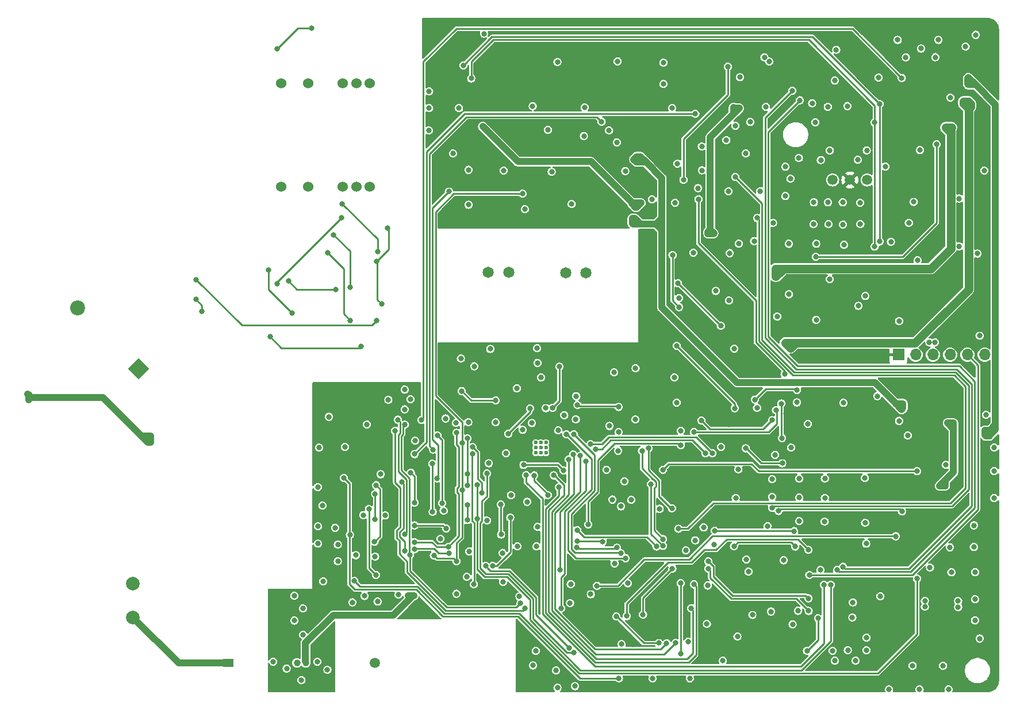
<source format=gbr>
%TF.GenerationSoftware,KiCad,Pcbnew,8.0.2*%
%TF.CreationDate,2025-02-27T21:24:33+01:00*%
%TF.ProjectId,Master_FT25,4d617374-6572-45f4-9654-32352e6b6963,rev?*%
%TF.SameCoordinates,Original*%
%TF.FileFunction,Copper,L4,Bot*%
%TF.FilePolarity,Positive*%
%FSLAX46Y46*%
G04 Gerber Fmt 4.6, Leading zero omitted, Abs format (unit mm)*
G04 Created by KiCad (PCBNEW 8.0.2) date 2025-02-27 21:24:33*
%MOMM*%
%LPD*%
G01*
G04 APERTURE LIST*
G04 Aperture macros list*
%AMHorizOval*
0 Thick line with rounded ends*
0 $1 width*
0 $2 $3 position (X,Y) of the first rounded end (center of the circle)*
0 $4 $5 position (X,Y) of the second rounded end (center of the circle)*
0 Add line between two ends*
20,1,$1,$2,$3,$4,$5,0*
0 Add two circle primitives to create the rounded ends*
1,1,$1,$2,$3*
1,1,$1,$4,$5*%
%AMRotRect*
0 Rectangle, with rotation*
0 The origin of the aperture is its center*
0 $1 length*
0 $2 width*
0 $3 Rotation angle, in degrees counterclockwise*
0 Add horizontal line*
21,1,$1,$2,0,0,$3*%
G04 Aperture macros list end*
%TA.AperFunction,ComponentPad*%
%ADD10RotRect,2.200000X2.200000X135.000000*%
%TD*%
%TA.AperFunction,ComponentPad*%
%ADD11HorizOval,2.200000X0.000000X0.000000X0.000000X0.000000X0*%
%TD*%
%TA.AperFunction,ComponentPad*%
%ADD12C,1.650000*%
%TD*%
%TA.AperFunction,ComponentPad*%
%ADD13C,1.500000*%
%TD*%
%TA.AperFunction,ComponentPad*%
%ADD14C,1.524000*%
%TD*%
%TA.AperFunction,ComponentPad*%
%ADD15C,0.600000*%
%TD*%
%TA.AperFunction,ComponentPad*%
%ADD16R,1.700000X1.700000*%
%TD*%
%TA.AperFunction,ComponentPad*%
%ADD17O,1.700000X1.700000*%
%TD*%
%TA.AperFunction,ComponentPad*%
%ADD18R,1.500000X1.303000*%
%TD*%
%TA.AperFunction,ComponentPad*%
%ADD19C,1.000000*%
%TD*%
%TA.AperFunction,ComponentPad*%
%ADD20C,2.000000*%
%TD*%
%TA.AperFunction,ViaPad*%
%ADD21C,0.800000*%
%TD*%
%TA.AperFunction,Conductor*%
%ADD22C,1.000000*%
%TD*%
%TA.AperFunction,Conductor*%
%ADD23C,0.250000*%
%TD*%
%TA.AperFunction,Conductor*%
%ADD24C,1.250000*%
%TD*%
G04 APERTURE END LIST*
D10*
%TO.P,D7,1,K*%
%TO.N,Net-(D7-K)*%
X72240128Y-90690128D03*
D11*
%TO.P,D7,2,A*%
%TO.N,HV+_VEH*%
X63259872Y-81709872D03*
%TD*%
D12*
%TO.P,J12,1,Pin_1*%
%TO.N,Net-(J12-Pin_1)*%
X135100000Y-76550000D03*
%TO.P,J12,2,Pin_2*%
%TO.N,Net-(J12-Pin_2)*%
X138100000Y-76550000D03*
%TD*%
D13*
%TO.P,U3,1,GND*%
%TO.N,GND*%
X174430000Y-62900000D03*
%TO.P,U3,2,VO*%
%TO.N,+3V3*%
X176970000Y-62900000D03*
%TO.P,U3,3,VI*%
%TO.N,+24V*%
X179509999Y-62900000D03*
%TD*%
D14*
%TO.P,T1,1,SC*%
%TO.N,HV+_Vehicle_Side_Fused*%
X93210000Y-63870000D03*
%TO.P,T1,3,SD*%
%TO.N,Net-(D30-A)*%
X97210000Y-63870000D03*
%TO.P,T1,4*%
%TO.N,Net-(D28-A)*%
X102290000Y-63870000D03*
%TO.P,T1,5*%
%TO.N,N/C*%
X104290000Y-63870000D03*
%TO.P,T1,6*%
%TO.N,HV-_Vehicle_Side*%
X106290000Y-63870000D03*
%TO.P,T1,7*%
%TO.N,N/C*%
X106290000Y-48630000D03*
%TO.P,T1,8*%
X104290000Y-48630000D03*
%TO.P,T1,9*%
X102290000Y-48630000D03*
%TO.P,T1,10,AB*%
%TO.N,Net-(D32-K)*%
X97210000Y-48630000D03*
%TO.P,T1,12,AA*%
%TO.N,Net-(D31-A)*%
X93210000Y-48630000D03*
%TD*%
D12*
%TO.P,J13,1,Pin_1*%
%TO.N,Net-(J13-Pin_1)*%
X123700000Y-76535000D03*
%TO.P,J13,2,Pin_2*%
%TO.N,Net-(J13-Pin_2)*%
X126700000Y-76535000D03*
%TD*%
D15*
%TO.P,IC2,33,EP*%
%TO.N,GND*%
X132200000Y-103100000D03*
X132200000Y-102350000D03*
X132200000Y-101600000D03*
X131450000Y-103100000D03*
X131450000Y-102350000D03*
X131450000Y-101600000D03*
X130700000Y-103100000D03*
X130700000Y-102350000D03*
X130700000Y-101600000D03*
%TD*%
D16*
%TO.P,J3,1,Pin_1*%
%TO.N,+3V3*%
X184100000Y-88650000D03*
D17*
%TO.P,J3,2,Pin_2*%
%TO.N,/MCU/SWCLK_1*%
X186640000Y-88650000D03*
%TO.P,J3,3,Pin_3*%
%TO.N,GND*%
X189180000Y-88650000D03*
%TO.P,J3,4,Pin_4*%
%TO.N,/MCU/SWDIO_1*%
X191720000Y-88650000D03*
%TO.P,J3,5,Pin_5*%
%TO.N,/MCU/NRST*%
X194260000Y-88650000D03*
%TO.P,J3,6,Pin_6*%
%TO.N,/MCU/Trace_SWO*%
X196800000Y-88650000D03*
%TD*%
D18*
%TO.P,K2,1*%
%TO.N,Net-(K2-Pad1)*%
X85385000Y-134072500D03*
D19*
%TO.P,K2,3*%
%TO.N,/Relay_Driver/SDC_Relay*%
X95545000Y-134072500D03*
%TO.P,K2,5*%
%TO.N,/Relay_Driver/Relay_4*%
X96815000Y-134072500D03*
D13*
%TO.P,K2,7*%
%TO.N,/Relay_Driver/Precharge/HV+_Akku*%
X106975000Y-134072500D03*
%TD*%
D20*
%TO.P,TH1,1*%
%TO.N,Net-(K2-Pad1)*%
X71375000Y-127350000D03*
%TO.P,TH1,2*%
%TO.N,Net-(Q9-D)*%
X71375000Y-122350000D03*
%TD*%
D21*
%TO.N,+3V3*%
X166170000Y-53470000D03*
X137050000Y-54660000D03*
X152150000Y-54110000D03*
%TO.N,GND*%
X178120000Y-59920000D03*
%TO.N,+3V3*%
X175380000Y-59950000D03*
%TO.N,GND*%
X172680000Y-59950000D03*
X179450000Y-58520000D03*
X171860000Y-54390000D03*
X169450000Y-59670000D03*
%TO.N,+3V3*%
X169760000Y-52870000D03*
%TO.N,GND*%
X186920000Y-74735000D03*
%TO.N,+3V3*%
X188120000Y-72940000D03*
X158490000Y-95900000D03*
X159160000Y-98897653D03*
%TO.N,GND*%
X159275000Y-73675000D03*
%TO.N,+3V3*%
X157401167Y-73604289D03*
%TO.N,GND*%
X162850000Y-71900000D03*
X160600000Y-72275000D03*
X182200000Y-60900000D03*
%TO.N,+3V3*%
X182175000Y-66225000D03*
X182200000Y-69425000D03*
X189250000Y-82075000D03*
X192675000Y-78225000D03*
X187775000Y-116450000D03*
X193675000Y-110675000D03*
X179925000Y-126250000D03*
X179925000Y-122500000D03*
X180970000Y-112445000D03*
%TO.N,GND*%
X179200000Y-113425000D03*
%TO.N,+3V3*%
X180950000Y-114425000D03*
X163275000Y-97850000D03*
X160400000Y-102920000D03*
X159180000Y-103960000D03*
X162325000Y-105750000D03*
X142550000Y-105600000D03*
X143125000Y-108675000D03*
X124600000Y-105700000D03*
X127800000Y-115075000D03*
X109850000Y-112350000D03*
X104150000Y-105400000D03*
X104125000Y-97125000D03*
%TO.N,GND*%
X162275000Y-54350000D03*
%TO.N,+3V3*%
X119675000Y-91375000D03*
%TO.N,GND*%
X142250000Y-91250000D03*
%TO.N,+3V3*%
X163875000Y-125525000D03*
X175150000Y-130400000D03*
X190575000Y-118325000D03*
%TO.N,GND*%
X188750000Y-120000000D03*
X197000000Y-97500000D03*
%TO.N,+3V3*%
X179250000Y-77750000D03*
%TO.N,GND*%
X168000000Y-79750000D03*
X183000000Y-72000000D03*
%TO.N,+3V3*%
X178750000Y-54000000D03*
X184250000Y-58500000D03*
%TO.N,GND*%
X190000000Y-42250000D03*
X184000000Y-42250000D03*
%TO.N,+3V3*%
X162000000Y-43000000D03*
X149500000Y-43250000D03*
%TO.N,GND*%
X118500000Y-59000000D03*
%TO.N,+3V3*%
X116000000Y-62000000D03*
X130250000Y-55500000D03*
X123050000Y-45550000D03*
X135500000Y-43250000D03*
X144250000Y-43500000D03*
%TO.N,GND*%
X149500000Y-48750000D03*
X160750000Y-47750000D03*
X174750000Y-48250000D03*
X196750000Y-61500000D03*
%TO.N,+3V3*%
X185750000Y-85500000D03*
X197250000Y-84250000D03*
X194750000Y-84250000D03*
X181000000Y-128500000D03*
X170000000Y-127750000D03*
X166250000Y-125500000D03*
%TO.N,GND*%
X143250000Y-111000000D03*
X181000000Y-94750000D03*
X176000000Y-95750000D03*
%TO.N,+3V3*%
X179000000Y-94750000D03*
X184250000Y-109250000D03*
X184250000Y-106750000D03*
X182750000Y-118750000D03*
X182750000Y-126250000D03*
X182750000Y-122500000D03*
%TO.N,GND*%
X181450000Y-124250000D03*
X187250000Y-58500000D03*
X191750000Y-50750000D03*
X194000000Y-43250000D03*
X195500000Y-41500000D03*
%TO.N,+3V3*%
X194500000Y-40000000D03*
X181000000Y-40000000D03*
X167750000Y-39750000D03*
X155250000Y-39750000D03*
X142500000Y-39750000D03*
X129250000Y-39750000D03*
X115250000Y-40000000D03*
X117000000Y-51000000D03*
X175250000Y-54000000D03*
X172750000Y-45500000D03*
X162250000Y-52000000D03*
X150060000Y-59510000D03*
X112250000Y-98250000D03*
X106250000Y-108500000D03*
%TO.N,GND*%
X96200000Y-136600000D03*
%TO.N,+3V3*%
X100059999Y-132500000D03*
X100000000Y-137480000D03*
%TO.N,GND*%
X100020001Y-135090000D03*
%TO.N,+3V3*%
X98560000Y-136480000D03*
X98500000Y-131500000D03*
%TO.N,GND*%
X98520000Y-133890000D03*
%TO.N,+3V3*%
X94060000Y-137480000D03*
X94000000Y-132500000D03*
%TO.N,GND*%
X94020000Y-134890000D03*
%TO.N,+3V3*%
X92060000Y-136480000D03*
X92000000Y-131500000D03*
%TO.N,GND*%
X92020000Y-133890000D03*
X191500000Y-138000000D03*
%TO.N,+3V3*%
X189120000Y-137940000D03*
X184840000Y-137940000D03*
%TO.N,GND*%
X182730000Y-137990000D03*
X187220000Y-138000000D03*
%TO.N,+3V3*%
X180500000Y-138000000D03*
%TO.N,GND*%
X172000000Y-83500000D03*
%TO.N,+3V3*%
X177500000Y-85500000D03*
X170000000Y-85000000D03*
X171950000Y-89110000D03*
X117500000Y-44000000D03*
X135500000Y-47500000D03*
X147500000Y-47500000D03*
X117000000Y-54000000D03*
%TO.N,GND*%
X123800000Y-104650000D03*
X152050000Y-99850000D03*
X151800000Y-80300000D03*
X130150000Y-98725000D03*
X142900000Y-100050000D03*
X169475000Y-113175000D03*
X96430000Y-126040000D03*
X179360000Y-116500000D03*
X131475000Y-92000000D03*
X151225000Y-66250000D03*
X195750000Y-73750000D03*
X177325000Y-127375000D03*
X165500000Y-109600000D03*
X159950000Y-87750000D03*
X102600000Y-102240000D03*
X141550000Y-99150000D03*
X128763666Y-99726425D03*
X173700000Y-52100000D03*
X100250000Y-97800000D03*
X119675000Y-89225000D03*
X165950000Y-103400000D03*
X141110000Y-105600000D03*
X160550000Y-105550000D03*
X137790000Y-56410000D03*
X164375000Y-44800000D03*
X198200000Y-102300000D03*
X169150001Y-95678112D03*
X165500000Y-107000000D03*
X134900000Y-97550000D03*
X195375000Y-127800000D03*
X119010000Y-123880000D03*
X147900000Y-136350000D03*
X167450000Y-65275000D03*
X111400000Y-96700000D03*
X166250000Y-83000000D03*
X181200000Y-47800000D03*
X157975000Y-102225000D03*
X167200000Y-118950000D03*
X172615000Y-120375000D03*
X101160000Y-114150000D03*
X130950000Y-89850000D03*
X98600000Y-116500000D03*
X186375000Y-66125000D03*
X110500000Y-124000000D03*
X173275000Y-106900000D03*
X124800000Y-98625000D03*
X161650000Y-59000000D03*
X162024577Y-120619272D03*
X155150000Y-57960000D03*
X107860000Y-106260000D03*
X107400000Y-125050000D03*
X130800000Y-116900000D03*
X169500000Y-106900000D03*
X153125000Y-130950000D03*
X171600000Y-69400000D03*
X125883011Y-122138079D03*
X162600000Y-127000000D03*
X167450000Y-60950000D03*
X179400000Y-132200000D03*
X165075000Y-45450000D03*
X115000000Y-49850000D03*
X177800000Y-133750000D03*
X189550000Y-44800000D03*
X156950000Y-116675000D03*
X120800000Y-66550000D03*
X158770000Y-57020000D03*
X198200000Y-109800000D03*
X192899999Y-124949999D03*
X130900000Y-87700000D03*
X160100000Y-54890000D03*
X117450000Y-98050000D03*
X165350000Y-126500000D03*
X142850000Y-102800000D03*
X174950000Y-43700000D03*
X155900000Y-128325000D03*
X123075000Y-41325000D03*
X120900000Y-117625000D03*
X128301849Y-124274946D03*
X144750000Y-110050000D03*
X150800000Y-52300000D03*
X153900000Y-73600000D03*
X98600000Y-108150000D03*
X185200000Y-44825000D03*
X130700000Y-132300000D03*
X133050000Y-61700000D03*
X158250000Y-133750000D03*
X98650000Y-113940000D03*
X178200000Y-81450000D03*
X163280000Y-96494999D03*
X129440000Y-110330000D03*
X173250000Y-113250000D03*
X170760000Y-98830000D03*
X172000000Y-72300000D03*
X176600000Y-52000000D03*
X144287653Y-122337653D03*
X155410000Y-114120000D03*
X98800000Y-102350000D03*
X112250000Y-95200000D03*
X108500000Y-112350000D03*
X129100000Y-67200000D03*
X168525000Y-128375000D03*
X154200000Y-116000000D03*
X120800000Y-61400000D03*
X134000000Y-99800000D03*
X173800000Y-69400000D03*
X178500000Y-69400000D03*
X151575000Y-60475000D03*
X190690000Y-134490000D03*
X168295118Y-102319577D03*
X191110000Y-104880000D03*
X184200000Y-83700000D03*
X196070000Y-130480000D03*
X109000000Y-95300000D03*
X141500000Y-55600000D03*
X167975000Y-72300000D03*
X143350000Y-131300000D03*
X115000000Y-52300000D03*
X105849600Y-98925000D03*
X195200000Y-117000000D03*
X135750000Y-125250000D03*
X176100000Y-72450000D03*
X132500000Y-55500000D03*
X135850000Y-122450000D03*
X114950000Y-55600000D03*
X96450000Y-129940000D03*
X130300000Y-134450000D03*
X153400000Y-136350000D03*
X142000000Y-110000000D03*
X120550000Y-121400000D03*
X151450000Y-95700000D03*
X188670000Y-86840000D03*
X99280000Y-110900000D03*
X179175000Y-106825000D03*
X198200000Y-105800000D03*
X138800000Y-123950000D03*
X136600000Y-98200000D03*
X160145000Y-109775000D03*
X127925000Y-93600000D03*
X142640000Y-57340000D03*
X116675000Y-115774834D03*
X154600000Y-64100000D03*
X145400000Y-90650000D03*
X159150000Y-80650000D03*
X157200000Y-79250000D03*
X189500000Y-86820000D03*
X195225000Y-113800000D03*
X185631891Y-69202043D03*
X173275000Y-109775000D03*
X136675000Y-94750000D03*
X128000000Y-116900000D03*
X101550000Y-119100000D03*
X164600000Y-52100000D03*
X191700000Y-117025000D03*
X187440000Y-43520000D03*
X175950000Y-69450000D03*
X165650000Y-69225000D03*
X174010000Y-58550000D03*
X123530266Y-113075000D03*
X126330891Y-103151125D03*
X173750000Y-66200000D03*
X164825000Y-113900000D03*
X184200000Y-98400000D03*
X195400000Y-120700000D03*
X159100000Y-64550000D03*
X142750000Y-45400000D03*
X143750000Y-107300000D03*
X143890000Y-61570000D03*
X152800000Y-117500000D03*
X130975000Y-114030000D03*
X120770000Y-98600000D03*
X121650000Y-90350000D03*
X127050000Y-109350000D03*
X193050000Y-72688466D03*
X104200000Y-118200000D03*
X179250000Y-80000000D03*
X111400000Y-93800000D03*
X112950000Y-101325000D03*
X119400000Y-52300000D03*
X178450000Y-66250000D03*
X188000000Y-125800003D03*
X196050000Y-85850000D03*
X99400000Y-122050000D03*
X195400000Y-124700000D03*
X185475000Y-100550000D03*
X175900000Y-66200000D03*
X124000000Y-87800000D03*
X151100000Y-92000000D03*
X132188473Y-96524722D03*
X117138990Y-111654976D03*
X148950000Y-111350000D03*
X174425000Y-132275000D03*
X176650000Y-132200000D03*
X125823833Y-117873833D03*
X118932347Y-98707653D03*
X105500000Y-124200000D03*
X101550000Y-116650000D03*
X179425000Y-130350000D03*
X136500000Y-137500000D03*
X137900000Y-52200000D03*
X171404415Y-51575000D03*
X192900000Y-125850000D03*
X171650000Y-66200000D03*
X161729696Y-118824999D03*
X133700000Y-135200000D03*
X136000000Y-66450000D03*
X130250000Y-52000000D03*
X142292817Y-119414626D03*
X193050000Y-65625000D03*
X145375000Y-98200000D03*
X103700000Y-125150000D03*
X105301650Y-112275001D03*
X160400000Y-130200000D03*
X155175000Y-61475000D03*
X156024999Y-122674999D03*
X95130000Y-124180000D03*
X177400000Y-125150000D03*
X174750000Y-133750000D03*
X186200000Y-134480000D03*
X133900000Y-45500000D03*
X163750000Y-64550000D03*
X107050000Y-118400000D03*
X169325000Y-126400000D03*
X133900000Y-137750000D03*
X147820000Y-65750000D03*
X188000000Y-124950000D03*
X169500000Y-109700000D03*
X126000000Y-61500000D03*
X174000000Y-77500000D03*
X149500000Y-45600000D03*
X168200000Y-62700000D03*
X191900000Y-120725000D03*
%TO.N,+3V3*%
X136800000Y-45425000D03*
X107950000Y-97400000D03*
X179340000Y-118370000D03*
X145100000Y-102800000D03*
X180625000Y-100250000D03*
X167550000Y-85000000D03*
X104840000Y-116440000D03*
X190050000Y-46750000D03*
X148597347Y-119722653D03*
X150550000Y-125850000D03*
X139630851Y-110080851D03*
X142010000Y-59800000D03*
X136800000Y-126400000D03*
X196975000Y-128825000D03*
X192150000Y-44725000D03*
X147600000Y-63550000D03*
X162850000Y-133750000D03*
X145050000Y-131325000D03*
X169080000Y-73850000D03*
X179450000Y-67650000D03*
X124100000Y-99600000D03*
X175325000Y-104250000D03*
X159950000Y-90125000D03*
X106500000Y-102025000D03*
X167575000Y-108275000D03*
X120560000Y-123420000D03*
X185800000Y-82150000D03*
X175020000Y-112270000D03*
X117450000Y-99300000D03*
X170550000Y-64750000D03*
X147700000Y-125350000D03*
X145410000Y-93380000D03*
X197000000Y-42750000D03*
X172550000Y-67700000D03*
X132550000Y-136450000D03*
X159900000Y-85700000D03*
X167570000Y-112320000D03*
X161950000Y-45600000D03*
X134400000Y-59100000D03*
X171495000Y-112295000D03*
X190950000Y-52850000D03*
X167585000Y-97309640D03*
X179500000Y-64700000D03*
X157225000Y-77075000D03*
X124525000Y-114950000D03*
X152800000Y-120700000D03*
X104250000Y-119810000D03*
X154750000Y-92800000D03*
X109600000Y-96750000D03*
X173150000Y-102675000D03*
X117150000Y-93000000D03*
X163650000Y-108300000D03*
X175275000Y-100725000D03*
X178675000Y-89000000D03*
X145675000Y-45500000D03*
X177550000Y-73325000D03*
X100300000Y-103450000D03*
X129400000Y-130650000D03*
X98850000Y-100400000D03*
X156975000Y-86400000D03*
X183800000Y-40050000D03*
X196700000Y-71060000D03*
X187800000Y-69400000D03*
X162350000Y-109600000D03*
X153780000Y-59500000D03*
X136700000Y-50350000D03*
X149550000Y-92600000D03*
X116420000Y-112350000D03*
X193470000Y-131550000D03*
X176900000Y-67700000D03*
X109650000Y-93800000D03*
X150650000Y-136351494D03*
X139300000Y-59100000D03*
X116020000Y-121080000D03*
X182300000Y-85350000D03*
X179525000Y-109650000D03*
X156150000Y-45450000D03*
X180950000Y-108225000D03*
X135425000Y-87600000D03*
X178160000Y-71220000D03*
X116250000Y-59250000D03*
X138350000Y-100450000D03*
X193120000Y-69740000D03*
X144950000Y-136350000D03*
X139050000Y-87825000D03*
X160400000Y-132000000D03*
X158550000Y-113580000D03*
X158500000Y-70650000D03*
X168000000Y-77750000D03*
X132425153Y-107149847D03*
X140000000Y-130850000D03*
X180625000Y-103550000D03*
X196650000Y-63700000D03*
X193500000Y-122675000D03*
X128550000Y-45450000D03*
X99420000Y-125960000D03*
X184200000Y-70740000D03*
X176710000Y-58550000D03*
X120600000Y-116610000D03*
X102550000Y-118000000D03*
X110450000Y-95250000D03*
X168000000Y-82000000D03*
X152500000Y-92800000D03*
X193525000Y-115350000D03*
X166250000Y-73850000D03*
X161875000Y-73650000D03*
X170600000Y-67700000D03*
X130975000Y-67225000D03*
X147700000Y-126800000D03*
X106670000Y-105580000D03*
X196700000Y-66200000D03*
X160400000Y-133750000D03*
X126650000Y-87625000D03*
X184250000Y-103350000D03*
X116300000Y-98200000D03*
X175275000Y-93925000D03*
X126600000Y-119788080D03*
X135950000Y-119600000D03*
X141000000Y-110920000D03*
X173150000Y-99200000D03*
X113150000Y-96750000D03*
X158800000Y-59100000D03*
X173725000Y-80625000D03*
X150700000Y-116050000D03*
X115570000Y-103660000D03*
X172825000Y-134600000D03*
X174450000Y-97000000D03*
X93880000Y-126060000D03*
X182300000Y-81600000D03*
X152450000Y-98000000D03*
X176950000Y-64750000D03*
X130900000Y-110900000D03*
X196950000Y-91400000D03*
X127630000Y-110310000D03*
X116400000Y-96500000D03*
X196700000Y-68390000D03*
X144125000Y-102800000D03*
X186410000Y-70730000D03*
X165900000Y-72300000D03*
X156000000Y-133750000D03*
X100390000Y-115500000D03*
X132100000Y-133650000D03*
X142275000Y-89300000D03*
X147075000Y-73625000D03*
X117600000Y-119430000D03*
X197000000Y-107950000D03*
X193200000Y-128825000D03*
X165800000Y-91100000D03*
X139800000Y-125550000D03*
X97520000Y-124160000D03*
X136800000Y-128200000D03*
X195750000Y-77300000D03*
X123500000Y-59100000D03*
X197000000Y-115400000D03*
X117100000Y-90400000D03*
X147100000Y-71350000D03*
X105510000Y-125630000D03*
X159120000Y-97450000D03*
X98600000Y-112000000D03*
X154850000Y-95650000D03*
X175150000Y-127950000D03*
X159125000Y-78125000D03*
X198120000Y-131080000D03*
X145400000Y-100000000D03*
X138100000Y-129560000D03*
X180625000Y-96650000D03*
X159150000Y-101210000D03*
X145400000Y-88350000D03*
X130850000Y-96550000D03*
X104850000Y-114430000D03*
X113480000Y-125100000D03*
X109020000Y-105585000D03*
X196950000Y-94900000D03*
X182300000Y-78100000D03*
X130950000Y-123500000D03*
X92540000Y-124220000D03*
X174650000Y-64750000D03*
X170375000Y-61400000D03*
X174500000Y-71150000D03*
X173175000Y-94900000D03*
X148125000Y-100075000D03*
X127600000Y-107890000D03*
X196000000Y-82550000D03*
X197000000Y-111700000D03*
X188310000Y-134430000D03*
X100400000Y-99750000D03*
X93920000Y-129900000D03*
X172600000Y-64750000D03*
X188500000Y-107400000D03*
X128900000Y-108940000D03*
X127230000Y-54650000D03*
X197000000Y-118900000D03*
X122750000Y-98750000D03*
X135050000Y-136400000D03*
X98600000Y-120350000D03*
X192500000Y-48750000D03*
X125750000Y-99700000D03*
X174600000Y-67700000D03*
X152500000Y-90000000D03*
X172590000Y-56980000D03*
X131300000Y-45450000D03*
X170050000Y-89110000D03*
X118313602Y-115000000D03*
X168200000Y-123225000D03*
X184940000Y-72290000D03*
X171675000Y-104450000D03*
X143850000Y-99100000D03*
X193500000Y-118925000D03*
X100300000Y-118000000D03*
X187300000Y-40000000D03*
X185750000Y-77650000D03*
X185275000Y-93925000D03*
X171100000Y-108250000D03*
X136800000Y-123900000D03*
X197000000Y-40000000D03*
X126375000Y-97725000D03*
X197000000Y-122650000D03*
X168200000Y-120775000D03*
X167100000Y-59100000D03*
X160400000Y-128350000D03*
X174875000Y-108250000D03*
X197000000Y-104450000D03*
X168650000Y-45475000D03*
X169350000Y-71125000D03*
X128800000Y-119800000D03*
X117050000Y-88150000D03*
X167525000Y-126500000D03*
X161325000Y-75925000D03*
X144700000Y-54150000D03*
X130975000Y-63100000D03*
X129080000Y-132700000D03*
X125440000Y-104250000D03*
X113150000Y-93800000D03*
X112950000Y-112300000D03*
X157175000Y-81325000D03*
X197025000Y-126025000D03*
X149750000Y-54320000D03*
X176200000Y-134575000D03*
X175000000Y-114250000D03*
X178425000Y-45500000D03*
X180850000Y-117320000D03*
X139850000Y-99250000D03*
X136800000Y-121300000D03*
X130250000Y-58750000D03*
X183970000Y-134490000D03*
%TO.N,Net-(U8-~{PRE})*%
X124340000Y-119788080D03*
X126950000Y-112650000D03*
%TO.N,HV-_Vehicle_Side*%
X108025000Y-81200000D03*
X107250000Y-74925000D03*
X108908477Y-70010875D03*
%TO.N,/MCU/NRST*%
X170982010Y-121103524D03*
%TO.N,/CAN_Transceiver/CarCAN_HIGH*%
X180619836Y-54420000D03*
X180619836Y-72720000D03*
X121200000Y-47925000D03*
%TO.N,/CAN_Transceiver/V_{ref}*%
X170640000Y-132300000D03*
X172275000Y-127505234D03*
%TO.N,Net-(JP2-B)*%
X101275000Y-79025000D03*
X94287500Y-77812500D03*
%TO.N,Net-(U20-INTVcc)*%
X94850000Y-82550000D03*
X91350000Y-76125000D03*
%TO.N,/HV_Indicator/ENABLE*%
X107300000Y-83600000D03*
X80700000Y-77575000D03*
%TO.N,Net-(U20-DCM)*%
X92625000Y-78200000D03*
X102125000Y-68475000D03*
%TO.N,Net-(D32-K)*%
X92650000Y-43550000D03*
X97680000Y-40520000D03*
%TO.N,Net-(D4-K)*%
X81550000Y-82300000D03*
X80637500Y-80475000D03*
%TO.N,/TSAL/Precharge_State_Detection/HV-_AKKU*%
X73950000Y-100600000D03*
X56020209Y-95291460D03*
X73950000Y-101600000D03*
X55900000Y-94450000D03*
%TO.N,/MCU/AIR+_Closed*%
X129110626Y-126030625D03*
X110000000Y-99875000D03*
X134425001Y-126036403D03*
X138050000Y-104375000D03*
%TO.N,/MCU/AIR-_Closed*%
X128473128Y-125260169D03*
X134250001Y-120342582D03*
X111450000Y-98949965D03*
X112200000Y-118150000D03*
X137250000Y-103550000D03*
%TO.N,Net-(D19-A)*%
X190150000Y-108000000D03*
X191325000Y-98725000D03*
X191000000Y-108000000D03*
X192225000Y-98725000D03*
%TO.N,/Relay_Driver/Relay_4*%
X112750000Y-124150000D03*
X111950000Y-124150000D03*
%TO.N,Net-(D28-K)*%
X103332816Y-78725000D03*
X100950000Y-71000000D03*
%TO.N,Net-(D28-A)*%
X102162500Y-66387500D03*
X107400000Y-73475000D03*
%TO.N,/CAN_Transceiver/CarCAN_LOW*%
X181346794Y-51690000D03*
X120025000Y-46000000D03*
X181344836Y-71960000D03*
%TO.N,/IO/IMD_M*%
X165500000Y-111225000D03*
X160100000Y-62450000D03*
%TO.N,+24V*%
X146175000Y-66275000D03*
X151825000Y-81625000D03*
X150837500Y-73962500D03*
X122890000Y-55010000D03*
X145450000Y-66900000D03*
%TO.N,/IO/IMD_Power*%
X151700000Y-114300000D03*
X163300000Y-68500000D03*
%TO.N,/IO/TSAL_GREEN*%
X184600000Y-47850000D03*
X113875000Y-98250000D03*
X115518588Y-111821749D03*
X115450000Y-104725000D03*
%TO.N,/MCU/~{AMS_ERROR_LED}*%
X146349997Y-102800000D03*
X149417996Y-115832004D03*
%TO.N,/MCU/~{IMD_ERROR_LED}*%
X147281006Y-102435000D03*
X150749999Y-111275304D03*
%TO.N,/MCU/Trace_SWO*%
X152021763Y-132725000D03*
X152024999Y-122324999D03*
%TO.N,/MCU/SWDIO_1*%
X139725000Y-122700000D03*
X183725000Y-115410000D03*
%TO.N,Net-(JP2-C)*%
X103400000Y-83600000D03*
X100087500Y-73637500D03*
%TO.N,/SDC_Latching/~{AMS_Error}*%
X166075001Y-96800000D03*
X138425000Y-113650000D03*
X152070000Y-102000000D03*
X153997347Y-100072653D03*
%TO.N,/SDC_Latching/~{IMD_Error}*%
X166975000Y-100930000D03*
X167345153Y-91530153D03*
X154650000Y-65725000D03*
X166875003Y-95850000D03*
%TO.N,Net-(Q5-D)*%
X161650000Y-102450000D03*
X167000000Y-104650000D03*
%TO.N,/MCU/TS_Error*%
X184625000Y-111750000D03*
X166463521Y-111675000D03*
%TO.N,Net-(U10-IND)*%
X104955304Y-87465778D03*
X91575000Y-85975000D03*
%TO.N,/Relay_Driver/aux_in0*%
X140400000Y-54300000D03*
X115575000Y-102625000D03*
%TO.N,/Relay_Driver/aux_in1*%
X154200000Y-53150000D03*
X112875001Y-103298670D03*
%TO.N,/TSAL/Relay_State_Detection1/~{Short}*%
X116900000Y-110523429D03*
X116224999Y-100550304D03*
%TO.N,/MCU/SDC_closed*%
X104000000Y-122000000D03*
X186825000Y-121629447D03*
X186825000Y-105825000D03*
X149450000Y-105600000D03*
%TO.N,Net-(U12-PC9)*%
X112875000Y-110450000D03*
X136321663Y-132560445D03*
X123525000Y-106150000D03*
X112299999Y-106025001D03*
%TO.N,/MCU/Status_LED_R*%
X136816975Y-116096534D03*
X140550001Y-116234388D03*
%TO.N,/MCU/Status_LED_G*%
X148800000Y-131150000D03*
X142570000Y-127237349D03*
%TO.N,/MCU/Status_LED_B*%
X170850001Y-117403113D03*
X144099847Y-127174847D03*
%TO.N,Net-(U12-PA1)*%
X168750000Y-114650000D03*
X157074999Y-114606249D03*
%TO.N,/MCU/HV_Active*%
X111399999Y-115075000D03*
X122075000Y-107850000D03*
X122075000Y-112850000D03*
X174140003Y-122560000D03*
X110399695Y-98225000D03*
%TO.N,/MCU/AIR+_Control*%
X136802719Y-114495107D03*
X116175000Y-106870000D03*
X148460383Y-116925001D03*
X117900000Y-64600000D03*
%TO.N,/MCU/AIR-_Control*%
X136750151Y-117094299D03*
X115700000Y-118250000D03*
X142630000Y-117094302D03*
X119027653Y-119077653D03*
X128750000Y-64925000D03*
X119850000Y-101675000D03*
X119850000Y-108625000D03*
%TO.N,/MCU/Precharge_Control*%
X106137926Y-111387926D03*
X123318156Y-119788079D03*
X107170000Y-121100000D03*
X135614555Y-131835445D03*
%TO.N,Net-(U16B-Q)*%
X169180000Y-93850000D03*
X162990000Y-95260000D03*
%TO.N,Net-(U16A-~{Q})*%
X157950000Y-84400000D03*
X151637989Y-78087989D03*
%TO.N,Net-(U16B-~{Q})*%
X160000000Y-96530000D03*
X151450000Y-87325000D03*
%TO.N,/SDC_Latching/Reset_Signal*%
X171925000Y-74200000D03*
X189750000Y-57650000D03*
%TO.N,/MCU/PRE_and_AIR+_open*%
X103330153Y-115204847D03*
X149455982Y-116831285D03*
X150825000Y-120175000D03*
X102450000Y-106810000D03*
X147674999Y-107721887D03*
X146500000Y-126950000D03*
X142950000Y-136351494D03*
%TO.N,/TSAL/AIRs_Closed*%
X119050000Y-100160000D03*
X117854795Y-116942198D03*
X112874999Y-116270821D03*
%TO.N,/TSAL/Mismatch_AIR-*%
X111371149Y-117590526D03*
X110949999Y-107375001D03*
%TO.N,/TSAL/HV_Inactive*%
X121375000Y-102250000D03*
X122800000Y-109019997D03*
%TO.N,/TSAL/TS_OK*%
X121600000Y-122500000D03*
X121375000Y-103250003D03*
%TO.N,/TSAL/Relay_Mismatch*%
X107050000Y-109160000D03*
X107050000Y-112871492D03*
X120625000Y-113025000D03*
X120625000Y-110795000D03*
%TO.N,/TSAL/HV_Mismatch*%
X125600000Y-115150000D03*
X125540653Y-110715347D03*
%TO.N,/IO/IMD_VCC*%
X156075000Y-70800000D03*
X156925000Y-70750000D03*
X160650000Y-52325000D03*
X159816305Y-52200000D03*
%TO.N,/SDC_Latching/AMS_Latch_Reset*%
X155100000Y-98350000D03*
X165500000Y-98300000D03*
%TO.N,/SDC_Latching/SDC_1*%
X166050000Y-77100000D03*
X191075000Y-55175000D03*
X166050000Y-75960000D03*
X191925000Y-55175000D03*
%TO.N,/IO/SDC_OUT*%
X167450000Y-86900000D03*
X194725000Y-51675000D03*
X193700000Y-51350000D03*
X168200000Y-87650000D03*
%TO.N,/MCU/WAKE2*%
X134097512Y-108202488D03*
X154000000Y-122500000D03*
%TO.N,/MCU/SPI1_MISO*%
X136209595Y-103325000D03*
X149975000Y-131175000D03*
%TO.N,/MCU/SPI1_SCK*%
X155698730Y-103174035D03*
X139494914Y-102544303D03*
%TO.N,/MCU/WAKE1*%
X143934546Y-118634241D03*
X135224253Y-100375000D03*
%TO.N,/MCU/INTR1*%
X136337653Y-100412347D03*
X143209547Y-117909242D03*
%TO.N,/MCU/SPI1_NSS*%
X156725000Y-103175000D03*
X138787806Y-101837194D03*
%TO.N,/MCU/IPB*%
X129849997Y-96550000D03*
X126656173Y-100293827D03*
%TO.N,/MCU/MSTR2*%
X128900000Y-104900000D03*
X134799999Y-105704669D03*
%TO.N,/MCU/INTR2*%
X153575001Y-126022055D03*
X133350000Y-106429669D03*
%TO.N,/MCU/SPI2_MISO*%
X132462500Y-109337500D03*
X130475000Y-106437500D03*
%TO.N,/MCU/SPI1_MOSI*%
X151299999Y-131125000D03*
X135550000Y-104076620D03*
%TO.N,/MCU/SPI2_MOSI*%
X173140000Y-122560000D03*
X129300000Y-106400000D03*
%TO.N,Net-(U12-PC3)*%
X168900000Y-116925000D03*
X159890000Y-116875000D03*
%TO.N,Net-(D15-A2)*%
X134200000Y-90400000D03*
X133200000Y-96450000D03*
%TO.N,Net-(D34-A2)*%
X124800000Y-95400000D03*
X119800000Y-94000000D03*
%TO.N,Net-(D33-A2)*%
X136850000Y-96050000D03*
X142900000Y-96350000D03*
%TO.N,Net-(J4-Pin_3)*%
X152450000Y-62875000D03*
X158975000Y-46195585D03*
%TO.N,/Relay_Driver/SDC_Relay*%
X184775000Y-95850000D03*
X145150000Y-59875000D03*
X144915422Y-68554216D03*
X145000000Y-69400000D03*
X146100000Y-59450000D03*
X184600000Y-96700000D03*
%TO.N,/MCU/LV_I*%
X170885056Y-126411353D03*
X156115000Y-120170000D03*
%TO.N,/MCU/TEMP_DCDC*%
X156112499Y-119102500D03*
X170866721Y-124551949D03*
%TO.N,/IO/TEMP_TSDCDC*%
X169600000Y-51150000D03*
X175075000Y-120375000D03*
%TO.N,/IO/LV_I_measure*%
X168475000Y-49725000D03*
X175954402Y-119898915D03*
%TO.N,/SDC*%
X194400000Y-47800000D03*
X196800000Y-99800000D03*
X194300000Y-48750000D03*
X197025000Y-100650000D03*
%TO.N,Net-(U1-Pad2)*%
X117940000Y-117938564D03*
X112875000Y-117325003D03*
%TO.N,/TSAL/pos_control*%
X120625000Y-106200000D03*
X120625000Y-107948329D03*
X120650000Y-101000000D03*
%TO.N,Net-(U4-2Y)*%
X117512500Y-114250000D03*
X112875000Y-113800000D03*
%TO.N,/TSAL/Mismatch_AIR_or_PRE*%
X107200000Y-107880000D03*
X106962653Y-116237347D03*
%TO.N,+3V3*%
X174000000Y-85500000D03*
X92570000Y-127880000D03*
X97550000Y-127820000D03*
%TO.N,GND*%
X95160000Y-127840000D03*
%TO.N,+3V3*%
X187250000Y-61000000D03*
%TD*%
D22*
%TO.N,+24V*%
X138850000Y-60200000D02*
X144850000Y-66200000D01*
X128080000Y-60200000D02*
X138850000Y-60200000D01*
X144850000Y-66200000D02*
X144850000Y-66350000D01*
X122890000Y-55010000D02*
X128080000Y-60200000D01*
D23*
%TO.N,/SDC_Latching/~{IMD_Error}*%
X166855000Y-95870003D02*
X166875003Y-95850000D01*
X166975000Y-100930000D02*
X166855000Y-100810000D01*
X166855000Y-100810000D02*
X166855000Y-95870003D01*
%TO.N,Net-(U20-DCM)*%
X92625000Y-77975000D02*
X102125000Y-68475000D01*
X92625000Y-78200000D02*
X92625000Y-77975000D01*
%TO.N,Net-(J4-Pin_3)*%
X152450000Y-56850000D02*
X152450000Y-62875000D01*
X158975000Y-50325000D02*
X152450000Y-56850000D01*
X158975000Y-46195585D02*
X158975000Y-50325000D01*
%TO.N,/MCU/WAKE2*%
X132150000Y-111395228D02*
X134097512Y-109447716D01*
X132150000Y-126709188D02*
X132150000Y-111395228D01*
X139440812Y-134000000D02*
X132150000Y-126709188D01*
X154300000Y-122800000D02*
X154300000Y-132900000D01*
X153200000Y-134000000D02*
X139440812Y-134000000D01*
X154000000Y-122500000D02*
X154300000Y-122800000D01*
X134097512Y-109447716D02*
X134097512Y-108202488D01*
X154300000Y-132900000D02*
X153200000Y-134000000D01*
%TO.N,Net-(U4-2Y)*%
X117035305Y-113800000D02*
X112875000Y-113800000D01*
X117512500Y-114250000D02*
X117485305Y-114250000D01*
X117485305Y-114250000D02*
X117035305Y-113800000D01*
%TO.N,/MCU/INTR2*%
X134850000Y-107850000D02*
X133429669Y-106429669D01*
X134850000Y-109331624D02*
X134850000Y-107850000D01*
X132600000Y-126522792D02*
X132600000Y-111581624D01*
X133429669Y-106429669D02*
X133350000Y-106429669D01*
X139577208Y-133500000D02*
X132600000Y-126522792D01*
X152950000Y-133500000D02*
X139577208Y-133500000D01*
X153850000Y-132600000D02*
X152950000Y-133500000D01*
X153575001Y-126022055D02*
X153850000Y-126297054D01*
X153850000Y-126297054D02*
X153850000Y-132600000D01*
X132600000Y-111581624D02*
X134850000Y-109331624D01*
%TO.N,Net-(U12-PC3)*%
X168275000Y-116300000D02*
X168900000Y-116925000D01*
X159890000Y-116875000D02*
X160465000Y-116300000D01*
X160465000Y-116300000D02*
X168275000Y-116300000D01*
%TO.N,/MCU/Status_LED_B*%
X144099847Y-125350153D02*
X144099847Y-127174847D01*
X155525000Y-117400000D02*
X153625000Y-119300000D01*
X158800305Y-115850000D02*
X157250305Y-117400000D01*
X169296888Y-115850000D02*
X158800305Y-115850000D01*
X170850001Y-117403113D02*
X169296888Y-115850000D01*
X157250305Y-117400000D02*
X155525000Y-117400000D01*
X153625000Y-119300000D02*
X150150000Y-119300000D01*
X150150000Y-119300000D02*
X144099847Y-125350153D01*
%TO.N,/MCU/SWDIO_1*%
X146670000Y-118850000D02*
X142820000Y-122700000D01*
X153300000Y-118850000D02*
X146670000Y-118850000D01*
X142820000Y-122700000D02*
X139725000Y-122700000D01*
X156750000Y-115400000D02*
X153300000Y-118850000D01*
X183715000Y-115400000D02*
X156750000Y-115400000D01*
X183725000Y-115410000D02*
X183715000Y-115400000D01*
%TO.N,Net-(U8-~{PRE})*%
X126950000Y-117772971D02*
X126950000Y-112650000D01*
X124340000Y-119788080D02*
X124934891Y-119788080D01*
X124934891Y-119788080D02*
X126950000Y-117772971D01*
%TO.N,HV-_Vehicle_Side*%
X107375000Y-80550000D02*
X108025000Y-81200000D01*
X108908477Y-70010875D02*
X109022246Y-70124644D01*
X109022246Y-73152754D02*
X107250000Y-74925000D01*
X107375000Y-75050000D02*
X107375000Y-80550000D01*
X107250000Y-74925000D02*
X107375000Y-75050000D01*
X109022246Y-70124644D02*
X109022246Y-73152754D01*
%TO.N,/MCU/NRST*%
X186150000Y-121100000D02*
X195800000Y-111450000D01*
X170982010Y-121103524D02*
X170985534Y-121100000D01*
X170985534Y-121100000D02*
X186150000Y-121100000D01*
X195800000Y-111450000D02*
X195800000Y-90190000D01*
X195800000Y-90190000D02*
X194260000Y-88650000D01*
%TO.N,/CAN_Transceiver/CarCAN_HIGH*%
X124411396Y-42250000D02*
X121200000Y-45461396D01*
X180619836Y-54420000D02*
X180619836Y-51929836D01*
X180619836Y-54420000D02*
X180619836Y-72720000D01*
X170940000Y-42250000D02*
X124411396Y-42250000D01*
X180619836Y-51929836D02*
X170940000Y-42250000D01*
X121200000Y-45461396D02*
X121200000Y-47925000D01*
%TO.N,/CAN_Transceiver/V_{ref}*%
X172275000Y-130665000D02*
X172275000Y-127505234D01*
X170640000Y-132300000D02*
X172275000Y-130665000D01*
%TO.N,Net-(JP2-B)*%
X94287500Y-77812500D02*
X95500000Y-79025000D01*
X95500000Y-79025000D02*
X101275000Y-79025000D01*
%TO.N,Net-(U20-INTVcc)*%
X94850000Y-82550000D02*
X91350000Y-79050000D01*
X91350000Y-79050000D02*
X91350000Y-76125000D01*
%TO.N,/HV_Indicator/ENABLE*%
X106575000Y-84325000D02*
X87450000Y-84325000D01*
X87450000Y-84325000D02*
X80700000Y-77575000D01*
X107300000Y-83600000D02*
X106575000Y-84325000D01*
%TO.N,Net-(D32-K)*%
X97680000Y-40520000D02*
X95680000Y-40520000D01*
X95680000Y-40520000D02*
X92650000Y-43550000D01*
%TO.N,Net-(D4-K)*%
X80637500Y-80475000D02*
X81550000Y-81387500D01*
X81550000Y-81387500D02*
X81550000Y-82300000D01*
D22*
%TO.N,/TSAL/Precharge_State_Detection/HV-_AKKU*%
X72600000Y-100600000D02*
X73950000Y-100600000D01*
X56020209Y-94570209D02*
X56400000Y-94950000D01*
X56400000Y-94950000D02*
X66950000Y-94950000D01*
X56020209Y-94570209D02*
X55900000Y-94450000D01*
X73600000Y-101600000D02*
X73950000Y-101600000D01*
X56020209Y-95291460D02*
X56020209Y-94570209D01*
X73950000Y-101600000D02*
X73950000Y-100600000D01*
X72600000Y-100600000D02*
X73600000Y-101600000D01*
X66950000Y-94950000D02*
X72600000Y-100600000D01*
D23*
%TO.N,/MCU/AIR+_Closed*%
X110000000Y-99875000D02*
X110000000Y-107450307D01*
X111750000Y-120687208D02*
X117412792Y-126350000D01*
X110774999Y-108225306D02*
X110774999Y-114038300D01*
X110225000Y-114588299D02*
X110225000Y-115661396D01*
X110225000Y-115661396D02*
X110625000Y-116061396D01*
X110000000Y-107450307D02*
X110774999Y-108225306D01*
X110625000Y-118025000D02*
X111750000Y-119150000D01*
X134975000Y-111752208D02*
X138050000Y-108677208D01*
X138050000Y-108677208D02*
X138050000Y-104375000D01*
X111750000Y-119150000D02*
X111750000Y-120687208D01*
X134425001Y-121484999D02*
X134975000Y-120935000D01*
X117412792Y-126350000D02*
X128791251Y-126350000D01*
X110625000Y-116061396D02*
X110625000Y-118025000D01*
X134425001Y-126036403D02*
X134425001Y-121484999D01*
X134975000Y-120935000D02*
X134975000Y-111752208D01*
X110774999Y-114038300D02*
X110225000Y-114588299D01*
X128791251Y-126350000D02*
X129110626Y-126030625D01*
%TO.N,/MCU/AIR-_Closed*%
X112124999Y-118074999D02*
X112200000Y-118150000D01*
X111175000Y-99224965D02*
X111175000Y-100361701D01*
X134250001Y-120342582D02*
X134250000Y-120342581D01*
X134250000Y-120342581D02*
X134250000Y-111840812D01*
X110900000Y-105663301D02*
X112124999Y-106888300D01*
X111450000Y-98949965D02*
X111175000Y-99224965D01*
X128473128Y-125260169D02*
X127833297Y-125900000D01*
X117599188Y-125900000D02*
X112200000Y-120500812D01*
X110900000Y-100636701D02*
X110900000Y-105663301D01*
X112124999Y-106888300D02*
X112124999Y-118074999D01*
X111175000Y-100361701D02*
X110900000Y-100636701D01*
X112200000Y-120500812D02*
X112200000Y-118150000D01*
X134250000Y-111840812D02*
X137250000Y-108840812D01*
X137250000Y-108840812D02*
X137250000Y-103550000D01*
X127833297Y-125900000D02*
X117599188Y-125900000D01*
D22*
%TO.N,Net-(D19-A)*%
X192210000Y-98740000D02*
X192210000Y-100020000D01*
X192210000Y-105940000D02*
X191200000Y-106950000D01*
X192210000Y-99610000D02*
X191325000Y-98725000D01*
X191000000Y-108000000D02*
X190150000Y-108000000D01*
X191000000Y-108000000D02*
X191000000Y-107150000D01*
X192210000Y-100020000D02*
X192210000Y-105940000D01*
X190150000Y-108000000D02*
X191200000Y-106950000D01*
X191325000Y-98725000D02*
X192225000Y-98725000D01*
X191000000Y-107150000D02*
X191200000Y-106950000D01*
X192225000Y-98725000D02*
X192210000Y-98740000D01*
%TO.N,/Relay_Driver/Relay_4*%
X96800000Y-131145635D02*
X96800000Y-133850000D01*
X112750000Y-124150000D02*
X112600000Y-124150000D01*
X112600000Y-124150000D02*
X109700000Y-127050000D01*
X111950000Y-124150000D02*
X112200000Y-124400000D01*
X100895635Y-127050000D02*
X96800000Y-131145635D01*
X111950000Y-124150000D02*
X112750000Y-124150000D01*
X109700000Y-127050000D02*
X100895635Y-127050000D01*
D23*
%TO.N,Net-(D28-K)*%
X103332816Y-73382816D02*
X103332816Y-78725000D01*
X100950000Y-71000000D02*
X103332816Y-73382816D01*
%TO.N,Net-(D28-A)*%
X102162500Y-66387500D02*
X107400000Y-71625000D01*
X107400000Y-71625000D02*
X107400000Y-73475000D01*
%TO.N,/CAN_Transceiver/CarCAN_LOW*%
X181346794Y-51690000D02*
X181346794Y-71958042D01*
X124225000Y-41800000D02*
X120025000Y-46000000D01*
X181346794Y-51690000D02*
X171456794Y-41800000D01*
X171456794Y-41800000D02*
X124225000Y-41800000D01*
X181346794Y-71958042D02*
X181344836Y-71960000D01*
%TO.N,/IO/IMD_M*%
X192511396Y-91225000D02*
X168775000Y-91225000D01*
X194450000Y-93163604D02*
X192511396Y-91225000D01*
X164025000Y-86475000D02*
X164025000Y-66375000D01*
X164025000Y-66375000D02*
X160100000Y-62450000D01*
X168775000Y-91225000D02*
X164025000Y-86475000D01*
X165500000Y-111225000D02*
X165775000Y-110950000D01*
X194450000Y-108486396D02*
X194450000Y-93163604D01*
X165775000Y-110950000D02*
X191986396Y-110950000D01*
X191986396Y-110950000D02*
X194450000Y-108486396D01*
%TO.N,+24V*%
X150837500Y-80637500D02*
X150837500Y-73962500D01*
D22*
X145400000Y-66900000D02*
X144850000Y-66350000D01*
X146175000Y-66275000D02*
X144925000Y-66275000D01*
X145550000Y-66900000D02*
X146175000Y-66275000D01*
D23*
X151825000Y-81625000D02*
X150837500Y-80637500D01*
D22*
X144925000Y-66275000D02*
X144850000Y-66350000D01*
X145450000Y-66900000D02*
X145400000Y-66900000D01*
X145450000Y-66900000D02*
X145550000Y-66900000D01*
D23*
%TO.N,/IO/IMD_Power*%
X168588604Y-91675000D02*
X192325000Y-91675000D01*
X156875000Y-110500000D02*
X153075000Y-114300000D01*
X192325000Y-91675000D02*
X194000000Y-93350000D01*
X163300000Y-68500000D02*
X163575000Y-68775000D01*
X153075000Y-114300000D02*
X151700000Y-114300000D01*
X194000000Y-108300000D02*
X191800000Y-110500000D01*
X163575000Y-86661396D02*
X168588604Y-91675000D01*
X191800000Y-110500000D02*
X156875000Y-110500000D01*
X194000000Y-93350000D02*
X194000000Y-108300000D01*
X163575000Y-68775000D02*
X163575000Y-86661396D01*
%TO.N,/IO/TSAL_GREEN*%
X119000000Y-40600000D02*
X177350000Y-40600000D01*
X114150000Y-45450000D02*
X119000000Y-40600000D01*
X115450000Y-111753161D02*
X115450000Y-104725000D01*
X113875000Y-98250000D02*
X114150000Y-97975000D01*
X114150000Y-97975000D02*
X114150000Y-45450000D01*
X177350000Y-40600000D02*
X184600000Y-47850000D01*
X115518588Y-111821749D02*
X115450000Y-111753161D01*
%TO.N,/MCU/~{AMS_ERROR_LED}*%
X148399999Y-108022192D02*
X148399999Y-107421582D01*
X148399999Y-107421582D02*
X147975304Y-106996887D01*
X149417996Y-115832004D02*
X148124998Y-114539006D01*
X148124998Y-108297193D02*
X148399999Y-108022192D01*
X147946887Y-106996887D02*
X146349997Y-105399997D01*
X148124998Y-114539006D02*
X148124998Y-108297193D01*
X146349997Y-105399997D02*
X146349997Y-102800000D01*
X147975304Y-106996887D02*
X147946887Y-106996887D01*
%TO.N,/MCU/~{IMD_ERROR_LED}*%
X148875000Y-109500000D02*
X148875000Y-107260187D01*
X150650304Y-111275304D02*
X148875000Y-109500000D01*
X147281006Y-105666193D02*
X147281006Y-102435000D01*
X148875000Y-107260187D02*
X147281006Y-105666193D01*
X150749999Y-111275304D02*
X150650304Y-111275304D01*
%TO.N,/MCU/Trace_SWO*%
X152021763Y-132725000D02*
X152024999Y-132721764D01*
X152024999Y-132721764D02*
X152024999Y-122324999D01*
%TO.N,Net-(JP2-C)*%
X103400000Y-83600000D02*
X102425000Y-82625000D01*
X102425000Y-82625000D02*
X102425000Y-75975000D01*
X102425000Y-75975000D02*
X100087500Y-73637500D01*
%TO.N,/SDC_Latching/~{AMS_Error}*%
X138425000Y-110261396D02*
X138425000Y-113650000D01*
X166225000Y-96949999D02*
X166225000Y-98850000D01*
X165002347Y-100072653D02*
X153997347Y-100072653D01*
X139825000Y-108861396D02*
X138425000Y-110261396D01*
X142315000Y-101710000D02*
X139825000Y-104200000D01*
X139825000Y-104200000D02*
X139825000Y-108861396D01*
X166075001Y-96800000D02*
X166225000Y-96949999D01*
X166225000Y-98850000D02*
X165002347Y-100072653D01*
X151780000Y-101710000D02*
X142315000Y-101710000D01*
X152070000Y-102000000D02*
X151780000Y-101710000D01*
%TO.N,/SDC_Latching/~{IMD_Error}*%
X154650000Y-72200000D02*
X163125000Y-80675000D01*
X167345153Y-91067945D02*
X167345153Y-91530153D01*
X154650000Y-65725000D02*
X154650000Y-72200000D01*
X163125000Y-80675000D02*
X163125000Y-86847792D01*
X163125000Y-86847792D02*
X167345153Y-91067945D01*
%TO.N,Net-(Q5-D)*%
X167000000Y-104650000D02*
X163900000Y-104650000D01*
X161700000Y-102450000D02*
X161650000Y-102450000D01*
X163900000Y-104650000D02*
X161700000Y-102450000D01*
%TO.N,/MCU/TS_Error*%
X184275000Y-111400000D02*
X166738521Y-111400000D01*
X184625000Y-111750000D02*
X184275000Y-111400000D01*
X166738521Y-111400000D02*
X166463521Y-111675000D01*
%TO.N,Net-(U10-IND)*%
X93250000Y-87650000D02*
X91575000Y-85975000D01*
X104771082Y-87650000D02*
X93250000Y-87650000D01*
X104955304Y-87465778D02*
X104771082Y-87650000D01*
%TO.N,/Relay_Driver/aux_in0*%
X140400000Y-54300000D02*
X139700000Y-53600000D01*
X115050000Y-59050000D02*
X115050000Y-102100000D01*
X115050000Y-102100000D02*
X115575000Y-102625000D01*
X120500000Y-53600000D02*
X115050000Y-59050000D01*
X139700000Y-53600000D02*
X120500000Y-53600000D01*
%TO.N,/Relay_Driver/aux_in1*%
X120200000Y-53150000D02*
X154200000Y-53150000D01*
X114600000Y-101573671D02*
X114600000Y-58750000D01*
X112875001Y-103298670D02*
X114600000Y-101573671D01*
X114600000Y-58750000D02*
X120200000Y-53150000D01*
%TO.N,/TSAL/Relay_State_Detection1/~{Short}*%
X116224999Y-100550304D02*
X116900000Y-101225305D01*
X116900000Y-101225305D02*
X116900000Y-110523429D01*
%TO.N,/MCU/SDC_closed*%
X186825000Y-121629447D02*
X186825000Y-129850000D01*
X137081013Y-135600000D02*
X128281013Y-126800000D01*
X104825000Y-122825000D02*
X104000000Y-122000000D01*
X186825000Y-129850000D02*
X181075000Y-135600000D01*
X113251396Y-122825000D02*
X104825000Y-122825000D01*
X163575000Y-105825000D02*
X162500000Y-104750000D01*
X150300000Y-104750000D02*
X149450000Y-105600000D01*
X162500000Y-104750000D02*
X150300000Y-104750000D01*
X128281013Y-126800000D02*
X117226396Y-126800000D01*
X117226396Y-126800000D02*
X113251396Y-122825000D01*
X186825000Y-105825000D02*
X163575000Y-105825000D01*
X181075000Y-135600000D02*
X137081013Y-135600000D01*
%TO.N,Net-(U12-PC9)*%
X122525000Y-113425305D02*
X122800000Y-113150305D01*
X122525000Y-120125305D02*
X122525000Y-113425305D01*
X135314250Y-132560445D02*
X130290000Y-127536195D01*
X123362775Y-120963080D02*
X122525000Y-120125305D01*
X122800000Y-113150305D02*
X122800000Y-110225000D01*
X122800000Y-110225000D02*
X123525000Y-109500000D01*
X130290000Y-124601396D02*
X126651684Y-120963080D01*
X123525000Y-109500000D02*
X123525000Y-106150000D01*
X112875000Y-106600002D02*
X112875000Y-110450000D01*
X136321663Y-132560445D02*
X135314250Y-132560445D01*
X112299999Y-106025001D02*
X112875000Y-106600002D01*
X130290000Y-127536195D02*
X130290000Y-124601396D01*
X126651684Y-120963080D02*
X123362775Y-120963080D01*
%TO.N,/MCU/Status_LED_R*%
X140465613Y-116150000D02*
X136870441Y-116150000D01*
X136870441Y-116150000D02*
X136816975Y-116096534D01*
X140550001Y-116234388D02*
X140465613Y-116150000D01*
%TO.N,/MCU/Status_LED_G*%
X146599998Y-131150000D02*
X148800000Y-131150000D01*
X142570000Y-127237349D02*
X142687347Y-127237349D01*
X142687347Y-127237349D02*
X146599998Y-131150000D01*
%TO.N,Net-(U12-PA1)*%
X168725000Y-114625000D02*
X157093750Y-114625000D01*
X168750000Y-114650000D02*
X168725000Y-114625000D01*
X157093750Y-114625000D02*
X157074999Y-114606249D01*
%TO.N,/MCU/HV_Active*%
X129840000Y-127722591D02*
X129840000Y-124787792D01*
X137267409Y-135150000D02*
X129840000Y-127722591D01*
X111674999Y-107074696D02*
X110450000Y-105849697D01*
X122075000Y-120311701D02*
X122075000Y-112850000D01*
X123176379Y-121413080D02*
X122075000Y-120311701D01*
X122075000Y-107850000D02*
X122075000Y-112850000D01*
X110450000Y-105849697D02*
X110450000Y-100450305D01*
X110725000Y-100175305D02*
X110725000Y-98550305D01*
X174140003Y-130859997D02*
X169850000Y-135150000D01*
X110450000Y-100450305D02*
X110725000Y-100175305D01*
X129840000Y-124787792D02*
X126465288Y-121413080D01*
X169850000Y-135150000D02*
X137267409Y-135150000D01*
X111399999Y-115075000D02*
X111674999Y-114800000D01*
X110725000Y-98550305D02*
X110399695Y-98225000D01*
X126465288Y-121413080D02*
X123176379Y-121413080D01*
X174140003Y-122560000D02*
X174140003Y-130859997D01*
X111674999Y-114800000D02*
X111674999Y-107074696D01*
%TO.N,/MCU/AIR+_Control*%
X116300000Y-106745000D02*
X116300000Y-101950000D01*
X148460383Y-116925001D02*
X147035382Y-115500000D01*
X147035382Y-115500000D02*
X137807612Y-115500000D01*
X116175000Y-106870000D02*
X116300000Y-106745000D01*
X115500000Y-101150000D02*
X115500000Y-67000000D01*
X116300000Y-101950000D02*
X115500000Y-101150000D01*
X115500000Y-67000000D02*
X117900000Y-64600000D01*
X137807612Y-115500000D02*
X136802719Y-114495107D01*
%TO.N,/MCU/AIR-_Control*%
X119027653Y-119077653D02*
X118613564Y-118663564D01*
X119850000Y-115583389D02*
X119027653Y-116405736D01*
X136905852Y-117250000D02*
X142474302Y-117250000D01*
X119850000Y-108625000D02*
X119850000Y-101675000D01*
X116113564Y-118663564D02*
X115700000Y-118250000D01*
X119850000Y-108625000D02*
X119850000Y-115583389D01*
X115950000Y-67600000D02*
X118625000Y-64925000D01*
X115950000Y-94700000D02*
X115950000Y-67600000D01*
X136750151Y-117094299D02*
X136905852Y-117250000D01*
X119850000Y-101675000D02*
X119850000Y-98600000D01*
X118613564Y-118663564D02*
X116113564Y-118663564D01*
X142474302Y-117250000D02*
X142630000Y-117094302D01*
X119027653Y-116405736D02*
X119027653Y-119077653D01*
X118625000Y-64925000D02*
X128750000Y-64925000D01*
X119850000Y-98600000D02*
X115950000Y-94700000D01*
%TO.N,/MCU/Precharge_Control*%
X130740000Y-124415000D02*
X130740000Y-126960890D01*
X107170000Y-121100000D02*
X106137926Y-120067926D01*
X106137926Y-120067926D02*
X106137926Y-111387926D01*
X123318156Y-119788079D02*
X123615000Y-120084923D01*
X126838080Y-120513080D02*
X130740000Y-124415000D01*
X124039695Y-120513080D02*
X126838080Y-120513080D01*
X130740000Y-126960890D02*
X135614555Y-131835445D01*
X123615000Y-120084923D02*
X123615000Y-120088385D01*
X123615000Y-120088385D02*
X124039695Y-120513080D01*
%TO.N,Net-(U16B-Q)*%
X168994235Y-93664235D02*
X169180000Y-93850000D01*
X162990000Y-95260000D02*
X164585765Y-93664235D01*
X164585765Y-93664235D02*
X168994235Y-93664235D01*
%TO.N,Net-(U16A-~{Q})*%
X157950000Y-84400000D02*
X151637989Y-78087989D01*
%TO.N,Net-(U16B-~{Q})*%
X160000000Y-96530000D02*
X160000000Y-95875000D01*
X160000000Y-95875000D02*
X151450000Y-87325000D01*
%TO.N,/SDC_Latching/Reset_Signal*%
X184750000Y-74200000D02*
X189750000Y-69200000D01*
X171925000Y-74200000D02*
X184750000Y-74200000D01*
X189750000Y-69200000D02*
X189750000Y-57650000D01*
%TO.N,/MCU/PRE_and_AIR+_open*%
X128094617Y-127250000D02*
X137196111Y-136351494D01*
X137196111Y-136351494D02*
X142950000Y-136351494D01*
X147674998Y-107721888D02*
X147674999Y-107721887D01*
X103330153Y-115204847D02*
X103275000Y-115260000D01*
X103275000Y-115260000D02*
X103275000Y-122475000D01*
X104075000Y-123275000D02*
X113065000Y-123275000D01*
X117040000Y-127250000D02*
X128094617Y-127250000D01*
X149455982Y-116831285D02*
X149391972Y-116831285D01*
X102450000Y-106810000D02*
X103300000Y-107660000D01*
X149391972Y-116831285D02*
X147674998Y-115114311D01*
X150825000Y-120175000D02*
X146500000Y-124500000D01*
X103275000Y-122475000D02*
X104075000Y-123275000D01*
X146500000Y-124500000D02*
X146500000Y-126950000D01*
X103300000Y-107660000D02*
X103300000Y-115174694D01*
X113065000Y-123275000D02*
X117040000Y-127250000D01*
X147674998Y-115114311D02*
X147674998Y-107721888D01*
X103300000Y-115174694D02*
X103330153Y-115204847D01*
%TO.N,/TSAL/AIRs_Closed*%
X119400000Y-109200306D02*
X119400000Y-115396993D01*
X119125000Y-108324695D02*
X119125000Y-108925305D01*
X119400000Y-102250305D02*
X119400000Y-108049695D01*
X119400000Y-108049695D02*
X119125000Y-108324695D01*
X116150000Y-117000000D02*
X115420821Y-116270821D01*
X119050000Y-101900305D02*
X119400000Y-102250305D01*
X117854795Y-116942198D02*
X117796993Y-117000000D01*
X119050000Y-100160000D02*
X119050000Y-101900305D01*
X115420821Y-116270821D02*
X112874999Y-116270821D01*
X119400000Y-115396993D02*
X117854795Y-116942198D01*
X117796993Y-117000000D02*
X116150000Y-117000000D01*
X119125000Y-108925305D02*
X119400000Y-109200306D01*
%TO.N,/TSAL/Mismatch_AIR-*%
X111224999Y-107650001D02*
X111224999Y-114224696D01*
X111371149Y-116171149D02*
X111371149Y-117590526D01*
X111224999Y-114224696D02*
X110675000Y-114774695D01*
X110675000Y-114774695D02*
X110675000Y-115475000D01*
X110675000Y-115475000D02*
X111371149Y-116171149D01*
X110949999Y-107375001D02*
X111224999Y-107650001D01*
%TO.N,/TSAL/HV_Inactive*%
X122150000Y-102999698D02*
X121400302Y-102250000D01*
X121400302Y-102250000D02*
X121375000Y-102250000D01*
X122150000Y-106899695D02*
X122150000Y-102999698D01*
X122800000Y-109019997D02*
X122800000Y-107549695D01*
X122800000Y-107549695D02*
X122150000Y-106899695D01*
%TO.N,/TSAL/TS_OK*%
X121625000Y-122475000D02*
X121625000Y-113425305D01*
X121350000Y-113150305D02*
X121350000Y-103275003D01*
X121600000Y-122500000D02*
X121625000Y-122475000D01*
X121625000Y-113425305D02*
X121350000Y-113150305D01*
X121350000Y-103275003D02*
X121375000Y-103250003D01*
%TO.N,/TSAL/Relay_Mismatch*%
X107050000Y-112871492D02*
X107050000Y-109160000D01*
X120625000Y-110795000D02*
X120625000Y-113025000D01*
%TO.N,/TSAL/HV_Mismatch*%
X125540653Y-115090653D02*
X125540653Y-110715347D01*
X125600000Y-115150000D02*
X125540653Y-115090653D01*
D22*
%TO.N,/IO/IMD_VCC*%
X156400000Y-70225000D02*
X156400000Y-56575000D01*
X156075000Y-70800000D02*
X156875000Y-70800000D01*
X159816305Y-52200000D02*
X159816305Y-52866305D01*
X160650000Y-52325000D02*
X159941305Y-52325000D01*
X156875000Y-70800000D02*
X156925000Y-70750000D01*
X156400000Y-56575000D02*
X159962500Y-53012500D01*
X156075000Y-70550000D02*
X156400000Y-70225000D01*
X156925000Y-70750000D02*
X156400000Y-70225000D01*
X159962500Y-53012500D02*
X160650000Y-52325000D01*
X159816305Y-52866305D02*
X159962500Y-53012500D01*
X156075000Y-70800000D02*
X156075000Y-70550000D01*
X159941305Y-52325000D02*
X159816305Y-52200000D01*
D23*
%TO.N,/SDC_Latching/AMS_Latch_Reset*%
X165500000Y-98300000D02*
X164177347Y-99622653D01*
X164177347Y-99622653D02*
X156372653Y-99622653D01*
X156372653Y-99622653D02*
X155100000Y-98350000D01*
D24*
%TO.N,/SDC_Latching/SDC_1*%
X166050000Y-77100000D02*
X166060000Y-77100000D01*
X166050000Y-75960000D02*
X166050000Y-77100000D01*
X191925000Y-55175000D02*
X191075000Y-55175000D01*
X191825000Y-55275000D02*
X191825000Y-56425000D01*
X191925000Y-55175000D02*
X191825000Y-55275000D01*
X188890000Y-75960000D02*
X167200000Y-75960000D01*
X191825000Y-56425000D02*
X191825000Y-73025000D01*
X191075000Y-55175000D02*
X191825000Y-55925000D01*
X191825000Y-55925000D02*
X191825000Y-56425000D01*
X191825000Y-73025000D02*
X188890000Y-75960000D01*
X166060000Y-77100000D02*
X167200000Y-75960000D01*
X167200000Y-75960000D02*
X166050000Y-75960000D01*
%TO.N,/IO/SDC_OUT*%
X169050000Y-86900000D02*
X186550000Y-86900000D01*
X194400000Y-51350000D02*
X194725000Y-51675000D01*
X168950000Y-86900000D02*
X169050000Y-86900000D01*
X168200000Y-87650000D02*
X167450000Y-86900000D01*
X194450000Y-79000000D02*
X194450000Y-52375000D01*
X193700000Y-51350000D02*
X193700000Y-51625000D01*
X168200000Y-87650000D02*
X168950000Y-86900000D01*
X193700000Y-51625000D02*
X194450000Y-52375000D01*
X169050000Y-86900000D02*
X167450000Y-86900000D01*
X194725000Y-52100000D02*
X194725000Y-51675000D01*
X186550000Y-86900000D02*
X194450000Y-79000000D01*
X194450000Y-52375000D02*
X194725000Y-52100000D01*
X193700000Y-51350000D02*
X194400000Y-51350000D01*
D23*
%TO.N,/MCU/SPI1_MISO*%
X136300000Y-109154416D02*
X136300000Y-103415405D01*
X149975000Y-131175000D02*
X149100000Y-132050000D01*
X149100000Y-132050000D02*
X139400000Y-132050000D01*
X139400000Y-132050000D02*
X133500000Y-126150000D01*
X133500000Y-126150000D02*
X133500000Y-111954416D01*
X136300000Y-103415405D02*
X136209595Y-103325000D01*
X133500000Y-111954416D02*
X136300000Y-109154416D01*
%TO.N,/MCU/SPI1_SCK*%
X153784695Y-101260000D02*
X155698730Y-103174035D01*
X140455697Y-102544303D02*
X141740000Y-101260000D01*
X141740000Y-101260000D02*
X153784695Y-101260000D01*
X139494914Y-102544303D02*
X140455697Y-102544303D01*
%TO.N,/MCU/WAKE1*%
X135275000Y-100375000D02*
X135224253Y-100375000D01*
X143934546Y-118634241D02*
X136628391Y-118634241D01*
X138900000Y-104000000D02*
X135275000Y-100375000D01*
X138900000Y-108463604D02*
X138900000Y-104000000D01*
X136628391Y-118634241D02*
X135475000Y-117480850D01*
X135475000Y-117480850D02*
X135475000Y-111888604D01*
X135475000Y-111888604D02*
X138900000Y-108463604D01*
%TO.N,/MCU/INTR1*%
X139375000Y-103449694D02*
X136337653Y-100412347D01*
X139375000Y-108675000D02*
X139375000Y-103449694D01*
X143209547Y-117909242D02*
X143119607Y-117819302D01*
X136449848Y-117819302D02*
X135925000Y-117294454D01*
X135925000Y-112125000D02*
X139375000Y-108675000D01*
X143119607Y-117819302D02*
X136449848Y-117819302D01*
X135925000Y-117294454D02*
X135925000Y-112125000D01*
%TO.N,/MCU/SPI1_NSS*%
X140430697Y-101819303D02*
X141440000Y-100810000D01*
X139194609Y-101819303D02*
X140430697Y-101819303D01*
X154360000Y-100810000D02*
X156725000Y-103175000D01*
X138787806Y-101837194D02*
X139176718Y-101837194D01*
X141440000Y-100810000D02*
X154360000Y-100810000D01*
X139176718Y-101837194D02*
X139194609Y-101819303D01*
%TO.N,/MCU/IPB*%
X129849997Y-96550000D02*
X129849997Y-97100003D01*
X129849997Y-97100003D02*
X126656173Y-100293827D01*
%TO.N,/MCU/MSTR2*%
X128700000Y-104900000D02*
X128750000Y-104850000D01*
X128750000Y-104850000D02*
X133945330Y-104850000D01*
X133945330Y-104850000D02*
X134799999Y-105704669D01*
%TO.N,/MCU/SPI2_MISO*%
X130475000Y-107225000D02*
X130475000Y-106437500D01*
X130500000Y-106462500D02*
X130500000Y-106550000D01*
X132462500Y-109212500D02*
X130475000Y-107225000D01*
X130475000Y-106437500D02*
X130500000Y-106462500D01*
X132462500Y-109337500D02*
X132462500Y-109212500D01*
%TO.N,/MCU/SPI1_MOSI*%
X139513604Y-132800000D02*
X133050000Y-126336396D01*
X133050000Y-126336396D02*
X133050000Y-111768020D01*
X149624999Y-132800000D02*
X139513604Y-132800000D01*
X151299999Y-131125000D02*
X149624999Y-132800000D01*
X133050000Y-111768020D02*
X135550000Y-109268020D01*
X135550000Y-109268020D02*
X135550000Y-104076620D01*
%TO.N,/MCU/SPI2_MOSI*%
X173140000Y-122560000D02*
X173140000Y-131223604D01*
X173140000Y-131223604D02*
X169763604Y-134600000D01*
X169763604Y-134600000D02*
X139404416Y-134600000D01*
X129300000Y-107500000D02*
X129300000Y-106400000D01*
X131700000Y-126895584D02*
X131700000Y-109900000D01*
X131700000Y-109900000D02*
X129300000Y-107500000D01*
X139404416Y-134600000D02*
X131700000Y-126895584D01*
%TO.N,Net-(D15-A2)*%
X133200000Y-96450000D02*
X134200000Y-95450000D01*
X134200000Y-95450000D02*
X134200000Y-90400000D01*
%TO.N,Net-(D34-A2)*%
X121200000Y-95400000D02*
X124800000Y-95400000D01*
X119800000Y-94000000D02*
X121200000Y-95400000D01*
%TO.N,Net-(D33-A2)*%
X142750000Y-96200000D02*
X142900000Y-96350000D01*
X136850000Y-96050000D02*
X137000000Y-96200000D01*
X137000000Y-96200000D02*
X142750000Y-96200000D01*
D22*
%TO.N,/Relay_Driver/SDC_Relay*%
X146900000Y-60250000D02*
X145525000Y-60250000D01*
X144915422Y-69315422D02*
X145000000Y-69400000D01*
X183650000Y-95750000D02*
X184600000Y-96700000D01*
X145279216Y-68554216D02*
X146125000Y-69400000D01*
X144915422Y-68554216D02*
X144915422Y-69315422D01*
X149250000Y-81650000D02*
X160350000Y-92750000D01*
X145575000Y-59450000D02*
X146100000Y-59450000D01*
X149250000Y-70575000D02*
X149250000Y-72600000D01*
X149250000Y-69400000D02*
X149250000Y-70575000D01*
X184775000Y-95850000D02*
X184775000Y-96525000D01*
X146125000Y-69400000D02*
X148375000Y-69400000D01*
X148375000Y-69400000D02*
X149250000Y-70275000D01*
X149250000Y-62600000D02*
X149250000Y-68425000D01*
X149250000Y-68425000D02*
X149250000Y-72600000D01*
X148375000Y-69400000D02*
X149250000Y-68525000D01*
X144915422Y-68554216D02*
X145279216Y-68554216D01*
X148375000Y-69400000D02*
X149250000Y-69400000D01*
X146100000Y-59450000D02*
X146937500Y-60287500D01*
X180650000Y-92750000D02*
X183650000Y-95750000D01*
X183750000Y-95850000D02*
X183650000Y-95750000D01*
X149250000Y-72600000D02*
X149250000Y-81650000D01*
X160350000Y-92750000D02*
X180650000Y-92750000D01*
X184775000Y-96525000D02*
X184600000Y-96700000D01*
X145000000Y-69400000D02*
X146125000Y-69400000D01*
X146937500Y-60287500D02*
X149250000Y-62600000D01*
X184775000Y-95850000D02*
X183750000Y-95850000D01*
X145150000Y-59875000D02*
X145575000Y-59450000D01*
X149250000Y-68525000D02*
X149250000Y-68425000D01*
X145525000Y-60250000D02*
X145150000Y-59875000D01*
X146937500Y-60287500D02*
X146900000Y-60250000D01*
X149250000Y-70275000D02*
X149250000Y-70575000D01*
D23*
%TO.N,/MCU/LV_I*%
X159463604Y-124600000D02*
X169073703Y-124600000D01*
X156115000Y-120170000D02*
X156390000Y-120445000D01*
X156390000Y-121526396D02*
X159463604Y-124600000D01*
X169073703Y-124600000D02*
X170885056Y-126411353D01*
X156390000Y-120445000D02*
X156390000Y-121526396D01*
%TO.N,/MCU/TEMP_DCDC*%
X159650000Y-124150000D02*
X170464772Y-124150000D01*
X156840000Y-119830001D02*
X156840000Y-121340000D01*
X156840000Y-121340000D02*
X159650000Y-124150000D01*
X170464772Y-124150000D02*
X170866721Y-124551949D01*
X156112499Y-119102500D02*
X156840000Y-119830001D01*
%TO.N,/IO/TEMP_TSDCDC*%
X195350000Y-92550000D02*
X193125000Y-90325000D01*
X175075000Y-120375000D02*
X175350000Y-120650000D01*
X195350000Y-111200000D02*
X195350000Y-92550000D01*
X185900000Y-120650000D02*
X195350000Y-111200000D01*
X169275000Y-90325000D02*
X164925000Y-85975000D01*
X175350000Y-120650000D02*
X185900000Y-120650000D01*
X164925000Y-55825000D02*
X169600000Y-51150000D01*
X164925000Y-85975000D02*
X164925000Y-55825000D01*
X193125000Y-90325000D02*
X169275000Y-90325000D01*
%TO.N,/IO/LV_I_measure*%
X164475000Y-86161396D02*
X164475000Y-53725000D01*
X185636396Y-120200000D02*
X194900000Y-110936396D01*
X194900000Y-92977208D02*
X192697792Y-90775000D01*
X169088604Y-90775000D02*
X164475000Y-86161396D01*
X176255487Y-120200000D02*
X185636396Y-120200000D01*
X192697792Y-90775000D02*
X169088604Y-90775000D01*
X175954402Y-119898915D02*
X176255487Y-120200000D01*
X164475000Y-53725000D02*
X168475000Y-49725000D01*
X194900000Y-110936396D02*
X194900000Y-92977208D01*
D22*
%TO.N,/SDC*%
X197025000Y-100650000D02*
X197450000Y-100650000D01*
X194300000Y-48750000D02*
X194300000Y-47900000D01*
X196800000Y-100425000D02*
X197025000Y-100650000D01*
X194400000Y-48850000D02*
X194300000Y-48750000D01*
X196800000Y-99800000D02*
X197575000Y-99800000D01*
X198400000Y-51800000D02*
X198400000Y-98975000D01*
X194300000Y-47900000D02*
X194400000Y-47800000D01*
X197450000Y-100650000D02*
X198400000Y-99700000D01*
X197450000Y-100650000D02*
X197500000Y-100600000D01*
X194400000Y-47800000D02*
X195450000Y-48850000D01*
X195450000Y-48850000D02*
X194400000Y-48850000D01*
X197575000Y-99800000D02*
X198400000Y-98975000D01*
X196800000Y-99800000D02*
X196800000Y-100425000D01*
X198400000Y-99700000D02*
X198400000Y-98975000D01*
X195450000Y-48850000D02*
X198400000Y-51800000D01*
D23*
%TO.N,Net-(U1-Pad2)*%
X116413869Y-117938564D02*
X115725305Y-117250000D01*
X115725305Y-117250000D02*
X112950003Y-117250000D01*
X112950003Y-117250000D02*
X112875000Y-117325003D01*
X117940000Y-117938564D02*
X116413869Y-117938564D01*
%TO.N,/TSAL/pos_control*%
X120650000Y-106175000D02*
X120650000Y-101000000D01*
X120650000Y-106225000D02*
X120650000Y-107923329D01*
X120650000Y-107923329D02*
X120625000Y-107948329D01*
X120625000Y-106200000D02*
X120650000Y-106225000D01*
X120625000Y-106200000D02*
X120650000Y-106175000D01*
D22*
%TO.N,Net-(K2-Pad1)*%
X78097500Y-134072500D02*
X71375000Y-127350000D01*
X85390000Y-134072500D02*
X78097500Y-134072500D01*
D23*
%TO.N,/TSAL/Mismatch_AIR_or_PRE*%
X107775000Y-108455000D02*
X107775000Y-115425000D01*
X107775000Y-115425000D02*
X106962653Y-116237347D01*
X107200000Y-107880000D02*
X107775000Y-108455000D01*
%TD*%
%TA.AperFunction,Conductor*%
%TO.N,+3V3*%
G36*
X113700577Y-92709839D02*
G01*
X113767604Y-92729565D01*
X113813326Y-92782397D01*
X113824500Y-92833839D01*
X113824500Y-97542221D01*
X113804815Y-97609260D01*
X113752011Y-97655015D01*
X113725990Y-97662489D01*
X113726088Y-97662853D01*
X113718237Y-97664956D01*
X113572160Y-97725463D01*
X113446718Y-97821718D01*
X113350463Y-97947160D01*
X113289956Y-98093237D01*
X113289955Y-98093239D01*
X113269318Y-98249998D01*
X113269318Y-98250001D01*
X113289955Y-98406760D01*
X113289956Y-98406762D01*
X113346933Y-98544318D01*
X113350464Y-98552841D01*
X113446718Y-98678282D01*
X113572159Y-98774536D01*
X113718238Y-98835044D01*
X113791796Y-98844728D01*
X113874999Y-98855682D01*
X113875000Y-98855682D01*
X113875001Y-98855682D01*
X113958204Y-98844728D01*
X114031762Y-98835044D01*
X114103049Y-98805515D01*
X114172516Y-98798047D01*
X114234995Y-98829322D01*
X114270648Y-98889410D01*
X114274500Y-98920077D01*
X114274500Y-101387481D01*
X114254815Y-101454520D01*
X114238181Y-101475162D01*
X113046684Y-102666658D01*
X112985361Y-102700143D01*
X112942818Y-102701916D01*
X112875002Y-102692988D01*
X112875000Y-102692988D01*
X112718240Y-102713625D01*
X112718238Y-102713626D01*
X112572161Y-102774133D01*
X112446719Y-102870388D01*
X112350464Y-102995830D01*
X112289957Y-103141907D01*
X112289956Y-103141909D01*
X112269319Y-103298668D01*
X112269319Y-103298671D01*
X112289956Y-103455430D01*
X112289957Y-103455432D01*
X112343427Y-103584521D01*
X112350465Y-103601511D01*
X112446719Y-103726952D01*
X112572160Y-103823206D01*
X112718239Y-103883714D01*
X112796620Y-103894033D01*
X112875000Y-103904352D01*
X112875001Y-103904352D01*
X112875002Y-103904352D01*
X112927255Y-103897472D01*
X113031763Y-103883714D01*
X113177842Y-103823206D01*
X113303283Y-103726952D01*
X113399537Y-103601511D01*
X113460045Y-103455432D01*
X113480683Y-103298670D01*
X113471754Y-103230851D01*
X113482519Y-103161816D01*
X113507009Y-103126987D01*
X114523319Y-102110677D01*
X114584641Y-102077194D01*
X114654333Y-102082178D01*
X114710266Y-102124050D01*
X114730774Y-102166267D01*
X114746682Y-102225640D01*
X114749326Y-102230219D01*
X114789535Y-102299862D01*
X114789537Y-102299864D01*
X114942988Y-102453315D01*
X114976473Y-102514638D01*
X114978246Y-102557181D01*
X114969318Y-102624998D01*
X114969318Y-102625001D01*
X114989955Y-102781760D01*
X114989956Y-102781762D01*
X115040845Y-102904620D01*
X115050464Y-102927841D01*
X115146718Y-103053282D01*
X115272159Y-103149536D01*
X115418238Y-103210044D01*
X115495130Y-103220167D01*
X115574999Y-103230682D01*
X115575000Y-103230682D01*
X115575001Y-103230682D01*
X115627254Y-103223802D01*
X115731762Y-103210044D01*
X115803049Y-103180515D01*
X115872516Y-103173047D01*
X115934995Y-103204322D01*
X115970648Y-103264410D01*
X115974500Y-103295077D01*
X115974500Y-104119101D01*
X115954815Y-104186140D01*
X115902011Y-104231895D01*
X115832853Y-104241839D01*
X115775015Y-104217478D01*
X115752841Y-104200464D01*
X115606762Y-104139956D01*
X115606760Y-104139955D01*
X115450001Y-104119318D01*
X115449999Y-104119318D01*
X115293239Y-104139955D01*
X115293237Y-104139956D01*
X115147160Y-104200463D01*
X115021718Y-104296718D01*
X114925463Y-104422160D01*
X114864956Y-104568237D01*
X114864955Y-104568239D01*
X114844318Y-104724998D01*
X114844318Y-104725001D01*
X114864955Y-104881760D01*
X114864956Y-104881762D01*
X114894595Y-104953318D01*
X114925464Y-105027841D01*
X115021718Y-105153282D01*
X115075987Y-105194924D01*
X115117189Y-105251349D01*
X115124500Y-105293298D01*
X115124500Y-111307911D01*
X115104815Y-111374950D01*
X115095151Y-111386941D01*
X115095254Y-111387020D01*
X115090308Y-111393465D01*
X115090306Y-111393467D01*
X115020037Y-111485044D01*
X114994051Y-111518909D01*
X114933544Y-111664986D01*
X114933543Y-111664988D01*
X114912906Y-111821747D01*
X114912906Y-111821750D01*
X114933543Y-111978509D01*
X114933544Y-111978511D01*
X114985225Y-112103281D01*
X114994052Y-112124590D01*
X115090306Y-112250031D01*
X115215747Y-112346285D01*
X115361826Y-112406793D01*
X115440207Y-112417112D01*
X115518587Y-112427431D01*
X115518588Y-112427431D01*
X115518589Y-112427431D01*
X115570842Y-112420551D01*
X115675350Y-112406793D01*
X115821429Y-112346285D01*
X115946870Y-112250031D01*
X116043124Y-112124590D01*
X116103632Y-111978511D01*
X116124270Y-111821749D01*
X116120680Y-111794483D01*
X116103632Y-111664988D01*
X116103632Y-111664987D01*
X116043124Y-111518908D01*
X115946870Y-111393467D01*
X115824012Y-111299195D01*
X115782811Y-111242768D01*
X115775500Y-111200820D01*
X115775500Y-107540077D01*
X115795185Y-107473038D01*
X115847989Y-107427283D01*
X115917147Y-107417339D01*
X115946947Y-107425514D01*
X116018238Y-107455044D01*
X116092426Y-107464811D01*
X116174999Y-107475682D01*
X116175000Y-107475682D01*
X116175001Y-107475682D01*
X116227254Y-107468802D01*
X116331762Y-107455044D01*
X116403049Y-107425515D01*
X116472516Y-107418047D01*
X116534995Y-107449322D01*
X116570648Y-107509410D01*
X116574500Y-107540077D01*
X116574500Y-109955128D01*
X116554815Y-110022167D01*
X116525988Y-110053503D01*
X116471720Y-110095144D01*
X116375463Y-110220589D01*
X116314956Y-110366666D01*
X116314955Y-110366668D01*
X116294318Y-110523427D01*
X116294318Y-110523430D01*
X116314955Y-110680189D01*
X116314956Y-110680191D01*
X116375130Y-110825465D01*
X116375464Y-110826270D01*
X116471718Y-110951711D01*
X116597159Y-111047965D01*
X116638090Y-111064919D01*
X116692493Y-111108760D01*
X116714558Y-111175054D01*
X116697279Y-111242753D01*
X116689013Y-111254966D01*
X116614454Y-111352133D01*
X116553946Y-111498213D01*
X116553945Y-111498215D01*
X116533308Y-111654974D01*
X116533308Y-111654977D01*
X116553945Y-111811736D01*
X116553946Y-111811738D01*
X116613569Y-111955682D01*
X116614454Y-111957817D01*
X116710708Y-112083258D01*
X116836149Y-112179512D01*
X116982228Y-112240020D01*
X117060609Y-112250339D01*
X117138989Y-112260658D01*
X117138990Y-112260658D01*
X117138991Y-112260658D01*
X117191244Y-112253778D01*
X117295752Y-112240020D01*
X117441831Y-112179512D01*
X117567272Y-112083258D01*
X117663526Y-111957817D01*
X117724034Y-111811738D01*
X117744672Y-111654976D01*
X117724034Y-111498214D01*
X117663526Y-111352135D01*
X117567272Y-111226694D01*
X117441831Y-111130440D01*
X117400897Y-111113484D01*
X117346495Y-111069643D01*
X117324431Y-111003349D01*
X117341711Y-110935650D01*
X117349965Y-110923451D01*
X117424536Y-110826270D01*
X117485044Y-110680191D01*
X117502122Y-110550473D01*
X117505682Y-110523430D01*
X117505682Y-110523427D01*
X117490180Y-110405682D01*
X117485044Y-110366667D01*
X117424536Y-110220588D01*
X117328282Y-110095147D01*
X117328280Y-110095145D01*
X117328279Y-110095144D01*
X117274012Y-110053503D01*
X117232810Y-109997075D01*
X117225500Y-109955128D01*
X117225500Y-101278160D01*
X117225501Y-101278147D01*
X117225501Y-101182454D01*
X117221691Y-101168237D01*
X117203318Y-101099667D01*
X117203317Y-101099666D01*
X117203317Y-101099664D01*
X117195867Y-101086761D01*
X117195865Y-101086759D01*
X117188808Y-101074536D01*
X117160465Y-101025443D01*
X117099862Y-100964840D01*
X117099861Y-100964839D01*
X117095531Y-100960509D01*
X117095520Y-100960499D01*
X116857010Y-100721989D01*
X116823525Y-100660666D01*
X116821752Y-100618122D01*
X116826241Y-100584031D01*
X116830681Y-100550304D01*
X116825514Y-100511060D01*
X116812519Y-100412347D01*
X116810043Y-100393542D01*
X116749535Y-100247463D01*
X116653281Y-100122022D01*
X116527840Y-100025768D01*
X116503502Y-100015687D01*
X116381761Y-99965260D01*
X116381759Y-99965259D01*
X116225000Y-99944622D01*
X116224998Y-99944622D01*
X116068238Y-99965259D01*
X116068236Y-99965260D01*
X115996953Y-99994787D01*
X115927483Y-100002256D01*
X115865004Y-99970981D01*
X115829352Y-99910892D01*
X115825500Y-99880226D01*
X115825500Y-98049998D01*
X116844318Y-98049998D01*
X116844318Y-98050000D01*
X116864955Y-98206760D01*
X116864956Y-98206762D01*
X116924287Y-98350001D01*
X116925464Y-98352841D01*
X117021718Y-98478282D01*
X117147159Y-98574536D01*
X117293238Y-98635044D01*
X117371619Y-98645363D01*
X117449999Y-98655682D01*
X117450000Y-98655682D01*
X117450001Y-98655682D01*
X117515005Y-98647124D01*
X117606762Y-98635044D01*
X117752841Y-98574536D01*
X117878282Y-98478282D01*
X117974536Y-98352841D01*
X118035044Y-98206762D01*
X118055682Y-98050000D01*
X118051068Y-98014956D01*
X118038852Y-97922160D01*
X118035044Y-97893238D01*
X117974536Y-97747159D01*
X117878282Y-97621718D01*
X117752841Y-97525464D01*
X117606762Y-97464956D01*
X117606760Y-97464955D01*
X117450001Y-97444318D01*
X117449999Y-97444318D01*
X117293239Y-97464955D01*
X117293237Y-97464956D01*
X117147160Y-97525463D01*
X117021718Y-97621718D01*
X116925463Y-97747160D01*
X116864956Y-97893237D01*
X116864955Y-97893239D01*
X116844318Y-98049998D01*
X115825500Y-98049998D01*
X115825500Y-95335189D01*
X115845185Y-95268150D01*
X115897989Y-95222395D01*
X115967147Y-95212451D01*
X116030703Y-95241476D01*
X116037181Y-95247508D01*
X118741020Y-97951347D01*
X118774505Y-98012670D01*
X118769521Y-98082362D01*
X118727649Y-98138295D01*
X118700792Y-98153589D01*
X118629507Y-98183116D01*
X118504065Y-98279371D01*
X118407810Y-98404813D01*
X118347303Y-98550890D01*
X118347302Y-98550892D01*
X118326665Y-98707651D01*
X118326665Y-98707654D01*
X118347302Y-98864413D01*
X118347303Y-98864415D01*
X118385867Y-98957518D01*
X118407811Y-99010494D01*
X118504065Y-99135935D01*
X118629506Y-99232189D01*
X118775585Y-99292697D01*
X118809432Y-99297153D01*
X118932346Y-99313335D01*
X118932347Y-99313335D01*
X118932348Y-99313335D01*
X118994222Y-99305189D01*
X119089109Y-99292697D01*
X119235188Y-99232189D01*
X119325015Y-99163261D01*
X119390182Y-99138069D01*
X119458627Y-99152107D01*
X119508617Y-99200921D01*
X119524500Y-99261639D01*
X119524500Y-99520988D01*
X119504815Y-99588027D01*
X119452011Y-99633782D01*
X119382853Y-99643726D01*
X119353048Y-99635549D01*
X119206765Y-99574957D01*
X119206760Y-99574955D01*
X119050001Y-99554318D01*
X119049999Y-99554318D01*
X118893239Y-99574955D01*
X118893237Y-99574956D01*
X118747160Y-99635463D01*
X118621718Y-99731718D01*
X118525463Y-99857160D01*
X118464956Y-100003237D01*
X118464955Y-100003239D01*
X118444318Y-100159998D01*
X118444318Y-100160001D01*
X118464955Y-100316760D01*
X118464956Y-100316762D01*
X118522498Y-100455682D01*
X118525464Y-100462841D01*
X118621718Y-100588282D01*
X118675987Y-100629924D01*
X118717189Y-100686349D01*
X118724500Y-100728298D01*
X118724500Y-101857452D01*
X118724500Y-101943158D01*
X118728304Y-101957355D01*
X118746682Y-102025945D01*
X118758931Y-102047160D01*
X118789535Y-102100167D01*
X119038182Y-102348813D01*
X119071666Y-102410134D01*
X119074500Y-102436493D01*
X119074500Y-107863506D01*
X119054815Y-107930545D01*
X119038181Y-107951187D01*
X118864537Y-108124830D01*
X118864533Y-108124836D01*
X118821682Y-108199054D01*
X118820762Y-108202489D01*
X118819073Y-108208794D01*
X118799500Y-108281842D01*
X118799500Y-108968158D01*
X118820669Y-109047160D01*
X118821682Y-109050942D01*
X118821685Y-109050949D01*
X118864530Y-109125160D01*
X118864536Y-109125168D01*
X119038181Y-109298813D01*
X119071666Y-109360136D01*
X119074500Y-109386494D01*
X119074500Y-115210803D01*
X119054815Y-115277842D01*
X119038181Y-115298484D01*
X118026478Y-116310186D01*
X117965155Y-116343671D01*
X117922612Y-116345444D01*
X117854796Y-116336516D01*
X117854794Y-116336516D01*
X117698034Y-116357153D01*
X117698032Y-116357154D01*
X117551955Y-116417661D01*
X117426511Y-116513917D01*
X117362638Y-116597160D01*
X117343456Y-116622159D01*
X117340519Y-116625986D01*
X117284091Y-116667189D01*
X117242143Y-116674500D01*
X116336188Y-116674500D01*
X116269149Y-116654815D01*
X116248507Y-116638181D01*
X115950282Y-116339956D01*
X115620683Y-116010356D01*
X115560249Y-115975464D01*
X115546461Y-115967503D01*
X115505067Y-115956412D01*
X115463674Y-115945321D01*
X115463673Y-115945321D01*
X113443298Y-115945321D01*
X113376259Y-115925636D01*
X113344922Y-115896807D01*
X113303282Y-115842540D01*
X113303281Y-115842539D01*
X113215043Y-115774832D01*
X116069318Y-115774832D01*
X116069318Y-115774835D01*
X116089955Y-115931594D01*
X116089956Y-115931596D01*
X116147996Y-116071718D01*
X116150464Y-116077675D01*
X116246718Y-116203116D01*
X116372159Y-116299370D01*
X116518238Y-116359878D01*
X116596619Y-116370197D01*
X116674999Y-116380516D01*
X116675000Y-116380516D01*
X116675001Y-116380516D01*
X116738478Y-116372159D01*
X116831762Y-116359878D01*
X116977841Y-116299370D01*
X117103282Y-116203116D01*
X117199536Y-116077675D01*
X117260044Y-115931596D01*
X117279574Y-115783251D01*
X117280682Y-115774835D01*
X117280682Y-115774832D01*
X117262782Y-115638873D01*
X117260044Y-115618072D01*
X117199536Y-115471993D01*
X117103282Y-115346552D01*
X116977841Y-115250298D01*
X116969782Y-115246960D01*
X116831762Y-115189790D01*
X116831760Y-115189789D01*
X116675001Y-115169152D01*
X116674999Y-115169152D01*
X116518239Y-115189789D01*
X116518237Y-115189790D01*
X116372160Y-115250297D01*
X116246718Y-115346552D01*
X116150463Y-115471994D01*
X116089956Y-115618071D01*
X116089955Y-115618073D01*
X116069318Y-115774832D01*
X113215043Y-115774832D01*
X113177840Y-115746285D01*
X113175184Y-115745185D01*
X113031761Y-115685777D01*
X113031759Y-115685776D01*
X112875000Y-115665139D01*
X112874998Y-115665139D01*
X112718238Y-115685776D01*
X112718233Y-115685778D01*
X112621951Y-115725659D01*
X112552482Y-115733128D01*
X112490003Y-115701852D01*
X112454351Y-115641763D01*
X112450499Y-115611098D01*
X112450499Y-114459722D01*
X112470184Y-114392683D01*
X112522988Y-114346928D01*
X112592146Y-114336984D01*
X112621951Y-114345161D01*
X112640435Y-114352817D01*
X112718238Y-114385044D01*
X112796619Y-114395363D01*
X112874999Y-114405682D01*
X112875000Y-114405682D01*
X112875001Y-114405682D01*
X112927254Y-114398802D01*
X113031762Y-114385044D01*
X113177841Y-114324536D01*
X113303282Y-114228282D01*
X113344923Y-114174013D01*
X113401351Y-114132811D01*
X113443299Y-114125500D01*
X116782818Y-114125500D01*
X116849857Y-114145185D01*
X116895612Y-114197989D01*
X116905190Y-114242016D01*
X116905757Y-114241942D01*
X116906650Y-114248732D01*
X116906818Y-114249500D01*
X116906818Y-114250001D01*
X116927455Y-114406760D01*
X116927456Y-114406762D01*
X116986075Y-114548282D01*
X116987964Y-114552841D01*
X117084218Y-114678282D01*
X117209659Y-114774536D01*
X117355738Y-114835044D01*
X117434119Y-114845363D01*
X117512499Y-114855682D01*
X117512500Y-114855682D01*
X117512501Y-114855682D01*
X117577239Y-114847159D01*
X117669262Y-114835044D01*
X117815341Y-114774536D01*
X117940782Y-114678282D01*
X118037036Y-114552841D01*
X118097544Y-114406762D01*
X118118182Y-114250000D01*
X118115155Y-114227011D01*
X118097544Y-114093239D01*
X118097544Y-114093238D01*
X118037036Y-113947159D01*
X117940782Y-113821718D01*
X117815341Y-113725464D01*
X117806297Y-113721718D01*
X117669262Y-113664956D01*
X117669260Y-113664955D01*
X117512502Y-113644318D01*
X117512497Y-113644318D01*
X117420648Y-113656409D01*
X117351613Y-113645643D01*
X117316783Y-113621151D01*
X117235169Y-113539537D01*
X117235167Y-113539535D01*
X117176155Y-113505464D01*
X117160945Y-113496682D01*
X117108612Y-113482660D01*
X117078158Y-113474500D01*
X117078157Y-113474500D01*
X113443299Y-113474500D01*
X113376260Y-113454815D01*
X113344923Y-113425986D01*
X113344166Y-113425000D01*
X113319729Y-113393152D01*
X113303283Y-113371719D01*
X113299500Y-113368816D01*
X113177841Y-113275464D01*
X113160398Y-113268239D01*
X113031762Y-113214956D01*
X113031760Y-113214955D01*
X112875001Y-113194318D01*
X112874999Y-113194318D01*
X112718239Y-113214955D01*
X112718234Y-113214957D01*
X112621951Y-113254839D01*
X112552482Y-113262308D01*
X112490003Y-113231033D01*
X112454351Y-113170944D01*
X112450499Y-113140278D01*
X112450499Y-111109722D01*
X112470184Y-111042683D01*
X112522988Y-110996928D01*
X112592146Y-110986984D01*
X112621951Y-110995161D01*
X112668720Y-111014533D01*
X112718238Y-111035044D01*
X112796619Y-111045363D01*
X112874999Y-111055682D01*
X112875000Y-111055682D01*
X112875001Y-111055682D01*
X112939739Y-111047159D01*
X113031762Y-111035044D01*
X113177841Y-110974536D01*
X113303282Y-110878282D01*
X113399536Y-110752841D01*
X113460044Y-110606762D01*
X113475842Y-110486762D01*
X113480682Y-110450001D01*
X113480682Y-110449998D01*
X113464884Y-110330000D01*
X113460044Y-110293238D01*
X113399536Y-110147159D01*
X113303282Y-110021718D01*
X113303280Y-110021716D01*
X113303279Y-110021715D01*
X113249012Y-109980074D01*
X113207810Y-109923646D01*
X113200500Y-109881699D01*
X113200500Y-106557152D01*
X113200499Y-106557145D01*
X113187106Y-106507160D01*
X113186812Y-106506063D01*
X113178318Y-106474363D01*
X113135465Y-106400140D01*
X112932010Y-106196685D01*
X112898525Y-106135362D01*
X112896752Y-106092817D01*
X112897100Y-106090178D01*
X112905681Y-106025001D01*
X112905662Y-106024859D01*
X112885043Y-105868240D01*
X112885043Y-105868239D01*
X112824535Y-105722160D01*
X112728281Y-105596719D01*
X112602840Y-105500465D01*
X112600510Y-105499500D01*
X112456761Y-105439957D01*
X112456759Y-105439956D01*
X112300000Y-105419319D01*
X112299998Y-105419319D01*
X112143238Y-105439956D01*
X112143236Y-105439957D01*
X111997159Y-105500464D01*
X111871717Y-105596719D01*
X111775463Y-105722160D01*
X111742129Y-105802634D01*
X111698287Y-105857037D01*
X111631993Y-105879101D01*
X111564293Y-105861821D01*
X111539887Y-105842861D01*
X111261819Y-105564793D01*
X111228334Y-105503470D01*
X111225500Y-105477112D01*
X111225500Y-101324998D01*
X112344318Y-101324998D01*
X112344318Y-101325001D01*
X112364955Y-101481760D01*
X112364956Y-101481762D01*
X112422969Y-101621819D01*
X112425464Y-101627841D01*
X112521718Y-101753282D01*
X112647159Y-101849536D01*
X112793238Y-101910044D01*
X112871619Y-101920363D01*
X112949999Y-101930682D01*
X112950000Y-101930682D01*
X112950001Y-101930682D01*
X113014739Y-101922159D01*
X113106762Y-101910044D01*
X113252841Y-101849536D01*
X113378282Y-101753282D01*
X113474536Y-101627841D01*
X113535044Y-101481762D01*
X113551300Y-101358282D01*
X113555682Y-101325001D01*
X113555682Y-101324998D01*
X113538450Y-101194112D01*
X113535044Y-101168238D01*
X113474536Y-101022159D01*
X113378282Y-100896718D01*
X113252841Y-100800464D01*
X113187109Y-100773237D01*
X113106762Y-100739956D01*
X113106760Y-100739955D01*
X112950001Y-100719318D01*
X112949999Y-100719318D01*
X112793239Y-100739955D01*
X112793237Y-100739956D01*
X112647160Y-100800463D01*
X112521718Y-100896718D01*
X112425463Y-101022160D01*
X112364956Y-101168237D01*
X112364955Y-101168239D01*
X112344318Y-101324998D01*
X111225500Y-101324998D01*
X111225500Y-100822889D01*
X111245185Y-100755850D01*
X111261813Y-100735213D01*
X111374860Y-100622167D01*
X111374862Y-100622166D01*
X111435465Y-100561563D01*
X111464622Y-100511062D01*
X111478318Y-100487340D01*
X111500501Y-100404554D01*
X111500501Y-100318848D01*
X111500501Y-100311253D01*
X111500500Y-100311235D01*
X111500500Y-99657743D01*
X111520185Y-99590704D01*
X111572989Y-99544949D01*
X111599009Y-99537477D01*
X111598912Y-99537112D01*
X111606754Y-99535009D01*
X111606762Y-99535009D01*
X111752841Y-99474501D01*
X111878282Y-99378247D01*
X111974536Y-99252806D01*
X112035044Y-99106727D01*
X112055682Y-98949965D01*
X112054208Y-98938771D01*
X112039975Y-98830656D01*
X112035044Y-98793203D01*
X111974536Y-98647124D01*
X111878282Y-98521683D01*
X111752841Y-98425429D01*
X111703067Y-98404812D01*
X111606762Y-98364921D01*
X111606760Y-98364920D01*
X111450001Y-98344283D01*
X111449999Y-98344283D01*
X111293239Y-98364920D01*
X111293237Y-98364921D01*
X111167716Y-98416914D01*
X111098246Y-98424383D01*
X111035767Y-98393108D01*
X111000115Y-98333019D01*
X110997324Y-98286167D01*
X111005377Y-98225000D01*
X111005377Y-98224998D01*
X110988547Y-98097160D01*
X110984739Y-98068238D01*
X110924231Y-97922159D01*
X110827977Y-97796718D01*
X110702536Y-97700464D01*
X110687698Y-97694318D01*
X110556457Y-97639956D01*
X110556455Y-97639955D01*
X110399696Y-97619318D01*
X110399694Y-97619318D01*
X110242934Y-97639955D01*
X110242932Y-97639956D01*
X110096855Y-97700463D01*
X109971413Y-97796718D01*
X109875158Y-97922160D01*
X109814651Y-98068237D01*
X109814650Y-98068239D01*
X109794013Y-98224998D01*
X109794013Y-98225001D01*
X109814650Y-98381760D01*
X109814651Y-98381762D01*
X109874876Y-98527159D01*
X109875159Y-98527841D01*
X109971413Y-98653282D01*
X110096854Y-98749536D01*
X110242933Y-98810044D01*
X110291685Y-98816462D01*
X110355582Y-98844728D01*
X110394053Y-98903052D01*
X110399500Y-98939401D01*
X110399500Y-99204922D01*
X110379815Y-99271961D01*
X110327011Y-99317716D01*
X110257853Y-99327660D01*
X110228048Y-99319483D01*
X110156765Y-99289957D01*
X110156760Y-99289955D01*
X110000001Y-99269318D01*
X109999999Y-99269318D01*
X109843239Y-99289955D01*
X109843237Y-99289956D01*
X109697160Y-99350463D01*
X109571718Y-99446718D01*
X109475463Y-99572160D01*
X109414956Y-99718237D01*
X109414955Y-99718239D01*
X109394318Y-99874998D01*
X109394318Y-99875001D01*
X109414955Y-100031760D01*
X109414956Y-100031762D01*
X109465881Y-100154707D01*
X109475464Y-100177841D01*
X109571718Y-100303282D01*
X109625987Y-100344924D01*
X109667189Y-100401349D01*
X109674500Y-100443298D01*
X109674500Y-107407454D01*
X109674500Y-107493160D01*
X109677855Y-107505682D01*
X109696682Y-107575947D01*
X109712136Y-107602713D01*
X109739535Y-107650169D01*
X109739537Y-107650171D01*
X110413180Y-108323814D01*
X110446665Y-108385137D01*
X110449499Y-108411495D01*
X110449499Y-113852111D01*
X110429814Y-113919150D01*
X110413180Y-113939792D01*
X109964537Y-114388434D01*
X109964535Y-114388437D01*
X109954579Y-114405682D01*
X109921682Y-114462660D01*
X109912988Y-114495107D01*
X109912988Y-114495108D01*
X109912987Y-114495107D01*
X109899500Y-114545444D01*
X109899500Y-114545446D01*
X109899500Y-115618543D01*
X109899500Y-115704249D01*
X109906235Y-115729383D01*
X109921682Y-115787036D01*
X109925526Y-115793693D01*
X109964535Y-115861258D01*
X109964537Y-115861260D01*
X110263181Y-116159904D01*
X110296666Y-116221227D01*
X110299500Y-116247585D01*
X110299500Y-117982147D01*
X110299500Y-118067853D01*
X110306302Y-118093238D01*
X110321682Y-118150640D01*
X110323069Y-118153042D01*
X110364535Y-118224862D01*
X110364537Y-118224864D01*
X111388181Y-119248508D01*
X111421666Y-119309831D01*
X111424500Y-119336189D01*
X111424500Y-120644355D01*
X111424500Y-120730061D01*
X111432534Y-120760044D01*
X111446682Y-120812848D01*
X111453209Y-120824152D01*
X111489535Y-120887070D01*
X111489537Y-120887072D01*
X112890284Y-122287819D01*
X112923769Y-122349142D01*
X112918785Y-122418834D01*
X112876913Y-122474767D01*
X112811449Y-122499184D01*
X112802603Y-122499500D01*
X105011189Y-122499500D01*
X104944150Y-122479815D01*
X104923508Y-122463181D01*
X104632011Y-122171684D01*
X104598526Y-122110361D01*
X104596753Y-122067816D01*
X104599197Y-122049258D01*
X104605682Y-122000000D01*
X104603222Y-121981318D01*
X104585044Y-121843239D01*
X104585044Y-121843238D01*
X104524536Y-121697159D01*
X104428282Y-121571718D01*
X104302841Y-121475464D01*
X104299340Y-121474014D01*
X104156762Y-121414956D01*
X104156760Y-121414955D01*
X104000001Y-121394318D01*
X103999999Y-121394318D01*
X103843239Y-121414955D01*
X103843234Y-121414957D01*
X103771952Y-121444483D01*
X103702483Y-121451952D01*
X103640004Y-121420676D01*
X103604352Y-121360587D01*
X103600500Y-121329922D01*
X103600500Y-118748348D01*
X103620185Y-118681309D01*
X103672989Y-118635554D01*
X103742147Y-118625610D01*
X103799985Y-118649972D01*
X103840824Y-118681309D01*
X103897157Y-118724535D01*
X103897158Y-118724535D01*
X103897159Y-118724536D01*
X104043238Y-118785044D01*
X104105478Y-118793238D01*
X104199999Y-118805682D01*
X104200000Y-118805682D01*
X104200001Y-118805682D01*
X104294514Y-118793239D01*
X104356762Y-118785044D01*
X104502841Y-118724536D01*
X104628282Y-118628282D01*
X104724536Y-118502841D01*
X104785044Y-118356762D01*
X104804360Y-118210043D01*
X104805682Y-118200001D01*
X104805682Y-118199998D01*
X104786366Y-118053281D01*
X104785044Y-118043238D01*
X104724536Y-117897159D01*
X104628282Y-117771718D01*
X104502841Y-117675464D01*
X104477472Y-117664956D01*
X104356762Y-117614956D01*
X104356760Y-117614955D01*
X104200001Y-117594318D01*
X104199999Y-117594318D01*
X104043239Y-117614955D01*
X104043237Y-117614956D01*
X103897157Y-117675464D01*
X103799986Y-117750027D01*
X103734817Y-117775221D01*
X103666372Y-117761183D01*
X103616383Y-117712369D01*
X103600500Y-117651651D01*
X103600500Y-115815466D01*
X103620185Y-115748427D01*
X103649012Y-115717091D01*
X103758435Y-115633129D01*
X103854689Y-115507688D01*
X103915197Y-115361609D01*
X103935835Y-115204847D01*
X103935215Y-115200140D01*
X103920960Y-115091860D01*
X103915197Y-115048085D01*
X103854689Y-114902006D01*
X103758435Y-114776565D01*
X103704324Y-114735044D01*
X103674013Y-114711785D01*
X103632811Y-114655357D01*
X103625500Y-114613410D01*
X103625500Y-112274999D01*
X104695968Y-112274999D01*
X104695968Y-112275002D01*
X104716605Y-112431761D01*
X104716606Y-112431763D01*
X104721347Y-112443210D01*
X104777114Y-112577842D01*
X104873368Y-112703283D01*
X104998809Y-112799537D01*
X105144888Y-112860045D01*
X105223269Y-112870364D01*
X105301649Y-112880683D01*
X105301650Y-112880683D01*
X105301651Y-112880683D01*
X105366389Y-112872160D01*
X105458412Y-112860045D01*
X105604491Y-112799537D01*
X105612939Y-112793055D01*
X105678108Y-112767860D01*
X105746553Y-112781898D01*
X105796543Y-112830712D01*
X105812426Y-112891430D01*
X105812426Y-120025073D01*
X105812426Y-120110779D01*
X105814714Y-120119318D01*
X105834608Y-120193566D01*
X105856034Y-120230676D01*
X105877461Y-120267788D01*
X105877463Y-120267790D01*
X106537988Y-120928315D01*
X106571473Y-120989638D01*
X106573246Y-121032181D01*
X106564318Y-121099998D01*
X106564318Y-121100001D01*
X106584955Y-121256760D01*
X106584956Y-121256762D01*
X106644287Y-121400001D01*
X106645464Y-121402841D01*
X106741718Y-121528282D01*
X106867159Y-121624536D01*
X107013238Y-121685044D01*
X107040006Y-121688568D01*
X107169999Y-121705682D01*
X107170000Y-121705682D01*
X107170001Y-121705682D01*
X107234739Y-121697159D01*
X107326762Y-121685044D01*
X107472841Y-121624536D01*
X107598282Y-121528282D01*
X107694536Y-121402841D01*
X107755044Y-121256762D01*
X107771092Y-121134862D01*
X107775682Y-121100001D01*
X107775682Y-121099998D01*
X107755044Y-120943239D01*
X107755044Y-120943238D01*
X107694536Y-120797159D01*
X107598282Y-120671718D01*
X107472841Y-120575464D01*
X107455398Y-120568239D01*
X107326762Y-120514956D01*
X107326760Y-120514955D01*
X107170001Y-120494318D01*
X107169999Y-120494318D01*
X107102181Y-120503246D01*
X107033145Y-120492480D01*
X106998315Y-120467988D01*
X106499745Y-119969418D01*
X106466260Y-119908095D01*
X106463426Y-119881737D01*
X106463426Y-118958267D01*
X106483111Y-118891228D01*
X106535915Y-118845473D01*
X106605073Y-118835529D01*
X106662910Y-118859889D01*
X106747159Y-118924536D01*
X106893238Y-118985044D01*
X106971619Y-118995363D01*
X107049999Y-119005682D01*
X107050000Y-119005682D01*
X107050001Y-119005682D01*
X107102254Y-118998802D01*
X107206762Y-118985044D01*
X107352841Y-118924536D01*
X107478282Y-118828282D01*
X107574536Y-118702841D01*
X107635044Y-118556762D01*
X107648802Y-118452254D01*
X107655682Y-118400001D01*
X107655682Y-118399998D01*
X107635934Y-118249998D01*
X107635044Y-118243238D01*
X107574536Y-118097159D01*
X107478282Y-117971718D01*
X107352841Y-117875464D01*
X107348903Y-117873833D01*
X107206762Y-117814956D01*
X107206760Y-117814955D01*
X107050001Y-117794318D01*
X107049999Y-117794318D01*
X106893239Y-117814955D01*
X106893237Y-117814956D01*
X106747157Y-117875464D01*
X106662912Y-117940108D01*
X106597743Y-117965302D01*
X106529298Y-117951263D01*
X106479308Y-117902449D01*
X106463426Y-117841732D01*
X106463426Y-116862637D01*
X106483111Y-116795598D01*
X106535915Y-116749843D01*
X106605073Y-116739899D01*
X106651761Y-116759569D01*
X106652772Y-116757819D01*
X106659810Y-116761881D01*
X106659812Y-116761883D01*
X106805891Y-116822391D01*
X106873433Y-116831283D01*
X106962652Y-116843029D01*
X106962653Y-116843029D01*
X106962654Y-116843029D01*
X107014907Y-116836149D01*
X107119415Y-116822391D01*
X107265494Y-116761883D01*
X107390935Y-116665629D01*
X107487189Y-116540188D01*
X107547697Y-116394109D01*
X107568335Y-116237347D01*
X107567945Y-116234388D01*
X107559406Y-116169528D01*
X107570171Y-116100493D01*
X107594661Y-116065664D01*
X108035465Y-115624862D01*
X108078318Y-115550639D01*
X108100500Y-115467853D01*
X108100500Y-115382147D01*
X108100500Y-113020077D01*
X108120185Y-112953038D01*
X108172989Y-112907283D01*
X108242147Y-112897339D01*
X108271947Y-112905514D01*
X108343238Y-112935044D01*
X108421619Y-112945363D01*
X108499999Y-112955682D01*
X108500000Y-112955682D01*
X108500001Y-112955682D01*
X108564739Y-112947159D01*
X108656762Y-112935044D01*
X108802841Y-112874536D01*
X108928282Y-112778282D01*
X109024536Y-112652841D01*
X109085044Y-112506762D01*
X109105682Y-112350000D01*
X109085044Y-112193238D01*
X109024536Y-112047159D01*
X108928282Y-111921718D01*
X108802841Y-111825464D01*
X108799094Y-111823912D01*
X108656762Y-111764956D01*
X108656760Y-111764955D01*
X108500001Y-111744318D01*
X108499999Y-111744318D01*
X108343239Y-111764955D01*
X108343234Y-111764957D01*
X108271952Y-111794483D01*
X108202483Y-111801952D01*
X108140004Y-111770676D01*
X108104352Y-111710587D01*
X108100500Y-111679922D01*
X108100500Y-108412148D01*
X108100500Y-108412147D01*
X108097328Y-108400308D01*
X108078318Y-108329361D01*
X108046256Y-108273829D01*
X108046256Y-108273828D01*
X108035467Y-108255141D01*
X108035466Y-108255140D01*
X108035465Y-108255138D01*
X107974862Y-108194535D01*
X107974861Y-108194534D01*
X107970531Y-108190204D01*
X107970520Y-108190194D01*
X107832011Y-108051685D01*
X107798526Y-107990362D01*
X107796753Y-107947818D01*
X107798811Y-107932191D01*
X107805682Y-107880000D01*
X107801358Y-107847159D01*
X107785044Y-107723239D01*
X107785044Y-107723238D01*
X107724536Y-107577159D01*
X107628282Y-107451718D01*
X107502841Y-107355464D01*
X107491192Y-107350639D01*
X107356762Y-107294956D01*
X107356760Y-107294955D01*
X107200001Y-107274318D01*
X107199999Y-107274318D01*
X107043239Y-107294955D01*
X107043237Y-107294956D01*
X106897160Y-107355463D01*
X106771718Y-107451718D01*
X106675463Y-107577160D01*
X106614956Y-107723237D01*
X106614955Y-107723239D01*
X106594318Y-107879998D01*
X106594318Y-107880001D01*
X106614955Y-108036760D01*
X106614956Y-108036762D01*
X106651437Y-108124836D01*
X106675464Y-108182841D01*
X106751430Y-108281842D01*
X106771719Y-108308283D01*
X106869627Y-108383410D01*
X106910830Y-108439838D01*
X106914985Y-108509584D01*
X106880773Y-108570504D01*
X106841595Y-108596347D01*
X106747159Y-108635464D01*
X106621718Y-108731718D01*
X106525463Y-108857160D01*
X106464956Y-109003237D01*
X106464955Y-109003239D01*
X106444318Y-109159998D01*
X106444318Y-109160001D01*
X106464955Y-109316760D01*
X106464956Y-109316762D01*
X106517791Y-109444318D01*
X106525464Y-109462841D01*
X106621718Y-109588282D01*
X106675987Y-109629924D01*
X106717189Y-109686349D01*
X106724500Y-109728298D01*
X106724500Y-110829658D01*
X106704815Y-110896697D01*
X106652011Y-110942452D01*
X106582853Y-110952396D01*
X106525014Y-110928034D01*
X106440768Y-110863390D01*
X106294688Y-110802882D01*
X106294686Y-110802881D01*
X106137927Y-110782244D01*
X106137925Y-110782244D01*
X105981165Y-110802881D01*
X105981163Y-110802882D01*
X105835086Y-110863389D01*
X105709644Y-110959644D01*
X105613389Y-111085086D01*
X105552882Y-111231163D01*
X105552881Y-111231165D01*
X105532244Y-111387924D01*
X105532244Y-111387927D01*
X105552917Y-111544958D01*
X105542151Y-111613993D01*
X105495771Y-111666249D01*
X105428502Y-111685134D01*
X105413794Y-111684082D01*
X105301652Y-111669319D01*
X105301649Y-111669319D01*
X105144889Y-111689956D01*
X105144887Y-111689957D01*
X104998810Y-111750464D01*
X104873368Y-111846719D01*
X104777113Y-111972161D01*
X104716606Y-112118238D01*
X104716605Y-112118240D01*
X104695968Y-112274999D01*
X103625500Y-112274999D01*
X103625500Y-107712855D01*
X103625501Y-107712842D01*
X103625501Y-107617149D01*
X103625501Y-107617148D01*
X103603318Y-107534362D01*
X103601817Y-107531763D01*
X103560465Y-107460138D01*
X103499862Y-107399535D01*
X103499861Y-107399534D01*
X103495531Y-107395204D01*
X103495520Y-107395194D01*
X103082011Y-106981685D01*
X103048526Y-106920362D01*
X103046753Y-106877818D01*
X103055682Y-106810000D01*
X103055682Y-106809998D01*
X103035044Y-106653239D01*
X103035044Y-106653238D01*
X102974536Y-106507159D01*
X102878282Y-106381718D01*
X102752841Y-106285464D01*
X102741431Y-106280738D01*
X102691360Y-106259998D01*
X107254318Y-106259998D01*
X107254318Y-106260001D01*
X107274955Y-106416760D01*
X107274956Y-106416762D01*
X107333107Y-106557152D01*
X107335464Y-106562841D01*
X107431718Y-106688282D01*
X107557159Y-106784536D01*
X107703238Y-106845044D01*
X107781619Y-106855363D01*
X107859999Y-106865682D01*
X107860000Y-106865682D01*
X107860001Y-106865682D01*
X107927147Y-106856842D01*
X108016762Y-106845044D01*
X108162841Y-106784536D01*
X108288282Y-106688282D01*
X108384536Y-106562841D01*
X108445044Y-106416762D01*
X108459931Y-106303682D01*
X108465682Y-106260001D01*
X108465682Y-106259998D01*
X108445044Y-106103239D01*
X108445044Y-106103238D01*
X108384536Y-105957159D01*
X108288282Y-105831718D01*
X108162841Y-105735464D01*
X108130722Y-105722160D01*
X108016762Y-105674956D01*
X108016760Y-105674955D01*
X107860001Y-105654318D01*
X107859999Y-105654318D01*
X107703239Y-105674955D01*
X107703237Y-105674956D01*
X107557160Y-105735463D01*
X107431718Y-105831718D01*
X107335463Y-105957160D01*
X107274956Y-106103237D01*
X107274955Y-106103239D01*
X107254318Y-106259998D01*
X102691360Y-106259998D01*
X102606762Y-106224956D01*
X102606760Y-106224955D01*
X102450001Y-106204318D01*
X102449999Y-106204318D01*
X102293239Y-106224955D01*
X102293237Y-106224956D01*
X102147160Y-106285463D01*
X102021718Y-106381718D01*
X101925463Y-106507160D01*
X101864956Y-106653237D01*
X101864955Y-106653239D01*
X101844318Y-106809998D01*
X101844318Y-106810001D01*
X101864955Y-106966760D01*
X101864956Y-106966762D01*
X101922182Y-107104919D01*
X101925464Y-107112841D01*
X102021718Y-107238282D01*
X102147159Y-107334536D01*
X102293238Y-107395044D01*
X102371619Y-107405363D01*
X102449999Y-107415682D01*
X102450000Y-107415682D01*
X102450001Y-107415682D01*
X102485708Y-107410980D01*
X102517818Y-107406753D01*
X102586853Y-107417518D01*
X102621685Y-107442011D01*
X102938181Y-107758507D01*
X102971666Y-107819830D01*
X102974500Y-107846188D01*
X102974500Y-114659684D01*
X102954815Y-114726723D01*
X102925987Y-114758059D01*
X102901875Y-114776561D01*
X102901873Y-114776563D01*
X102901871Y-114776565D01*
X102847702Y-114847160D01*
X102805616Y-114902007D01*
X102745109Y-115048084D01*
X102745108Y-115048086D01*
X102724471Y-115204845D01*
X102724471Y-115204848D01*
X102745108Y-115361607D01*
X102745109Y-115361609D01*
X102805617Y-115507689D01*
X102901870Y-115633129D01*
X102907615Y-115638873D01*
X102906493Y-115639994D01*
X102942185Y-115688866D01*
X102949500Y-115730825D01*
X102949500Y-122432147D01*
X102949500Y-122517853D01*
X102956302Y-122543238D01*
X102971682Y-122600640D01*
X102991545Y-122635043D01*
X103014535Y-122674862D01*
X103875138Y-123535465D01*
X103939414Y-123572575D01*
X103947353Y-123577159D01*
X103949361Y-123578318D01*
X104032147Y-123600500D01*
X104117853Y-123600500D01*
X104951651Y-123600500D01*
X105018690Y-123620185D01*
X105064445Y-123672989D01*
X105074389Y-123742147D01*
X105050027Y-123799986D01*
X104975464Y-123897157D01*
X104914956Y-124043237D01*
X104914955Y-124043239D01*
X104894318Y-124199998D01*
X104894318Y-124200001D01*
X104914955Y-124356760D01*
X104914956Y-124356762D01*
X104966755Y-124481817D01*
X104975464Y-124502841D01*
X105071718Y-124628282D01*
X105197159Y-124724536D01*
X105343238Y-124785044D01*
X105405478Y-124793238D01*
X105499999Y-124805682D01*
X105500000Y-124805682D01*
X105500001Y-124805682D01*
X105594514Y-124793239D01*
X105656762Y-124785044D01*
X105802841Y-124724536D01*
X105928282Y-124628282D01*
X106024536Y-124502841D01*
X106085044Y-124356762D01*
X106103689Y-124215138D01*
X106105682Y-124200001D01*
X106105682Y-124199998D01*
X106085044Y-124043239D01*
X106085044Y-124043238D01*
X106024536Y-123897159D01*
X106024535Y-123897158D01*
X106024535Y-123897157D01*
X105949973Y-123799986D01*
X105924779Y-123734817D01*
X105938817Y-123666372D01*
X105987631Y-123616383D01*
X106048349Y-123600500D01*
X109829922Y-123600500D01*
X109896961Y-123620185D01*
X109942716Y-123672989D01*
X109952660Y-123742147D01*
X109944483Y-123771952D01*
X109914957Y-123843234D01*
X109914955Y-123843239D01*
X109894318Y-123999998D01*
X109894318Y-124000001D01*
X109914955Y-124156760D01*
X109914956Y-124156762D01*
X109974620Y-124300805D01*
X109975464Y-124302841D01*
X110071718Y-124428282D01*
X110197159Y-124524536D01*
X110343238Y-124585044D01*
X110421619Y-124595363D01*
X110499999Y-124605682D01*
X110500000Y-124605682D01*
X110500001Y-124605682D01*
X110554507Y-124598506D01*
X110656762Y-124585044D01*
X110802841Y-124524536D01*
X110928282Y-124428282D01*
X111024536Y-124302841D01*
X111031353Y-124286382D01*
X111075192Y-124231980D01*
X111141486Y-124209914D01*
X111209186Y-124227192D01*
X111256797Y-124278329D01*
X111267531Y-124309643D01*
X111276418Y-124354321D01*
X111276419Y-124354323D01*
X111276420Y-124354328D01*
X111282378Y-124368713D01*
X111289847Y-124438179D01*
X111258573Y-124500658D01*
X111255498Y-124503844D01*
X109446162Y-126313181D01*
X109384839Y-126346666D01*
X109358481Y-126349500D01*
X100826639Y-126349500D01*
X100691312Y-126376418D01*
X100691302Y-126376421D01*
X100563827Y-126429222D01*
X100449089Y-126505887D01*
X97206305Y-129748671D01*
X97144982Y-129782156D01*
X97075290Y-129777172D01*
X97019357Y-129735300D01*
X97004063Y-129708443D01*
X96990402Y-129675463D01*
X96974536Y-129637159D01*
X96878282Y-129511718D01*
X96752841Y-129415464D01*
X96606762Y-129354956D01*
X96606760Y-129354955D01*
X96450001Y-129334318D01*
X96449999Y-129334318D01*
X96293239Y-129354955D01*
X96293237Y-129354956D01*
X96147160Y-129415463D01*
X96021718Y-129511718D01*
X95925463Y-129637160D01*
X95864956Y-129783237D01*
X95864955Y-129783239D01*
X95844318Y-129939998D01*
X95844318Y-129940001D01*
X95864955Y-130096760D01*
X95864956Y-130096762D01*
X95898257Y-130177159D01*
X95925464Y-130242841D01*
X96021718Y-130368282D01*
X96147159Y-130464536D01*
X96218444Y-130494063D01*
X96272847Y-130537904D01*
X96294912Y-130604198D01*
X96277633Y-130671897D01*
X96258678Y-130696299D01*
X96255889Y-130699087D01*
X96255885Y-130699093D01*
X96179222Y-130813827D01*
X96126421Y-130941302D01*
X96126418Y-130941314D01*
X96109899Y-131024363D01*
X96104927Y-131049361D01*
X96101807Y-131065044D01*
X96099500Y-131076642D01*
X96099500Y-133367285D01*
X96079815Y-133434324D01*
X96027011Y-133480079D01*
X95957853Y-133490023D01*
X95917874Y-133477081D01*
X95795226Y-133412710D01*
X95630056Y-133372000D01*
X95459944Y-133372000D01*
X95294773Y-133412710D01*
X95144150Y-133491763D01*
X95016816Y-133604572D01*
X94920182Y-133744568D01*
X94859860Y-133903625D01*
X94859859Y-133903630D01*
X94839355Y-134072500D01*
X94859859Y-134241369D01*
X94859860Y-134241374D01*
X94920182Y-134400431D01*
X94962486Y-134461718D01*
X95016817Y-134540429D01*
X95091690Y-134606760D01*
X95144150Y-134653236D01*
X95294773Y-134732289D01*
X95294775Y-134732290D01*
X95459944Y-134773000D01*
X95630056Y-134773000D01*
X95795225Y-134732290D01*
X95906016Y-134674142D01*
X95945849Y-134653236D01*
X95945850Y-134653234D01*
X95945852Y-134653234D01*
X96073183Y-134540429D01*
X96077950Y-134533521D01*
X96132230Y-134489533D01*
X96201678Y-134481872D01*
X96264244Y-134512973D01*
X96282046Y-134533517D01*
X96286817Y-134540429D01*
X96361690Y-134606760D01*
X96414150Y-134653236D01*
X96564773Y-134732289D01*
X96564775Y-134732290D01*
X96729944Y-134773000D01*
X96900056Y-134773000D01*
X97065225Y-134732290D01*
X97176016Y-134674142D01*
X97215849Y-134653236D01*
X97215850Y-134653234D01*
X97215852Y-134653234D01*
X97343183Y-134540429D01*
X97439818Y-134400430D01*
X97500140Y-134241372D01*
X97520645Y-134072500D01*
X97501404Y-133914037D01*
X97500500Y-133899090D01*
X97500500Y-133889998D01*
X97914318Y-133889998D01*
X97914318Y-133890001D01*
X97934955Y-134046760D01*
X97934956Y-134046762D01*
X97995464Y-134192841D01*
X98091718Y-134318282D01*
X98217159Y-134414536D01*
X98363238Y-134475044D01*
X98415102Y-134481872D01*
X98519999Y-134495682D01*
X98520000Y-134495682D01*
X98520001Y-134495682D01*
X98572254Y-134488802D01*
X98676762Y-134475044D01*
X98822841Y-134414536D01*
X98948282Y-134318282D01*
X99044536Y-134192841D01*
X99105044Y-134046762D01*
X99121013Y-133925463D01*
X99125682Y-133890001D01*
X99125682Y-133889998D01*
X99105044Y-133733239D01*
X99105044Y-133733238D01*
X99044536Y-133587159D01*
X98948282Y-133461718D01*
X98822841Y-133365464D01*
X98676762Y-133304956D01*
X98676760Y-133304955D01*
X98520001Y-133284318D01*
X98519999Y-133284318D01*
X98363239Y-133304955D01*
X98363237Y-133304956D01*
X98217160Y-133365463D01*
X98091718Y-133461718D01*
X97995463Y-133587160D01*
X97934956Y-133733237D01*
X97934955Y-133733239D01*
X97914318Y-133889998D01*
X97500500Y-133889998D01*
X97500500Y-131487154D01*
X97520185Y-131420115D01*
X97536819Y-131399473D01*
X99227849Y-129708443D01*
X100977599Y-127958692D01*
X101038920Y-127925209D01*
X101108612Y-127930193D01*
X101164545Y-127972065D01*
X101188962Y-128037529D01*
X101189278Y-128046600D01*
X101170675Y-138277219D01*
X101150868Y-138344223D01*
X101097981Y-138389882D01*
X101046675Y-138400994D01*
X91354000Y-138400994D01*
X91286961Y-138381309D01*
X91241206Y-138328505D01*
X91230000Y-138276994D01*
X91230000Y-136599998D01*
X95594318Y-136599998D01*
X95594318Y-136600001D01*
X95614955Y-136756760D01*
X95614956Y-136756762D01*
X95671933Y-136894318D01*
X95675464Y-136902841D01*
X95771718Y-137028282D01*
X95897159Y-137124536D01*
X96043238Y-137185044D01*
X96121619Y-137195363D01*
X96199999Y-137205682D01*
X96200000Y-137205682D01*
X96200001Y-137205682D01*
X96264739Y-137197159D01*
X96356762Y-137185044D01*
X96502841Y-137124536D01*
X96628282Y-137028282D01*
X96724536Y-136902841D01*
X96785044Y-136756762D01*
X96805682Y-136600000D01*
X96804926Y-136594260D01*
X96785044Y-136443239D01*
X96785044Y-136443238D01*
X96724536Y-136297159D01*
X96628282Y-136171718D01*
X96502841Y-136075464D01*
X96356762Y-136014956D01*
X96356760Y-136014955D01*
X96200001Y-135994318D01*
X96199999Y-135994318D01*
X96043239Y-136014955D01*
X96043237Y-136014956D01*
X95897160Y-136075463D01*
X95771718Y-136171718D01*
X95675463Y-136297160D01*
X95614956Y-136443237D01*
X95614955Y-136443239D01*
X95594318Y-136599998D01*
X91230000Y-136599998D01*
X91230000Y-134889998D01*
X93414318Y-134889998D01*
X93414318Y-134890001D01*
X93434955Y-135046760D01*
X93434956Y-135046762D01*
X93495464Y-135192841D01*
X93591718Y-135318282D01*
X93717159Y-135414536D01*
X93863238Y-135475044D01*
X93941619Y-135485363D01*
X94019999Y-135495682D01*
X94020000Y-135495682D01*
X94020001Y-135495682D01*
X94072254Y-135488802D01*
X94176762Y-135475044D01*
X94322841Y-135414536D01*
X94448282Y-135318282D01*
X94544536Y-135192841D01*
X94587135Y-135089998D01*
X99414319Y-135089998D01*
X99414319Y-135090001D01*
X99434956Y-135246760D01*
X99434957Y-135246762D01*
X99480520Y-135356762D01*
X99495465Y-135392841D01*
X99591719Y-135518282D01*
X99717160Y-135614536D01*
X99863239Y-135675044D01*
X99941620Y-135685363D01*
X100020000Y-135695682D01*
X100020001Y-135695682D01*
X100020002Y-135695682D01*
X100072255Y-135688802D01*
X100176763Y-135675044D01*
X100322842Y-135614536D01*
X100448283Y-135518282D01*
X100544537Y-135392841D01*
X100605045Y-135246762D01*
X100625683Y-135090000D01*
X100622957Y-135069297D01*
X100605045Y-134933239D01*
X100605045Y-134933238D01*
X100544537Y-134787159D01*
X100448283Y-134661718D01*
X100322842Y-134565464D01*
X100262402Y-134540429D01*
X100176763Y-134504956D01*
X100176761Y-134504955D01*
X100020002Y-134484318D01*
X100020000Y-134484318D01*
X99863240Y-134504955D01*
X99863238Y-134504956D01*
X99717161Y-134565463D01*
X99591719Y-134661718D01*
X99495464Y-134787160D01*
X99434957Y-134933237D01*
X99434956Y-134933239D01*
X99414319Y-135089998D01*
X94587135Y-135089998D01*
X94605044Y-135046762D01*
X94625682Y-134890000D01*
X94624139Y-134878282D01*
X94607625Y-134752841D01*
X94605044Y-134733238D01*
X94544536Y-134587159D01*
X94448282Y-134461718D01*
X94322841Y-134365464D01*
X94299225Y-134355682D01*
X94176762Y-134304956D01*
X94176760Y-134304955D01*
X94020001Y-134284318D01*
X94019999Y-134284318D01*
X93863239Y-134304955D01*
X93863237Y-134304956D01*
X93717160Y-134365463D01*
X93591718Y-134461718D01*
X93495463Y-134587160D01*
X93434956Y-134733237D01*
X93434955Y-134733239D01*
X93414318Y-134889998D01*
X91230000Y-134889998D01*
X91230000Y-134175344D01*
X91249685Y-134108305D01*
X91302489Y-134062550D01*
X91371647Y-134052606D01*
X91435203Y-134081631D01*
X91468560Y-134127890D01*
X91495464Y-134192841D01*
X91591718Y-134318282D01*
X91717159Y-134414536D01*
X91863238Y-134475044D01*
X91915102Y-134481872D01*
X92019999Y-134495682D01*
X92020000Y-134495682D01*
X92020001Y-134495682D01*
X92072254Y-134488802D01*
X92176762Y-134475044D01*
X92322841Y-134414536D01*
X92448282Y-134318282D01*
X92544536Y-134192841D01*
X92605044Y-134046762D01*
X92621013Y-133925463D01*
X92625682Y-133890001D01*
X92625682Y-133889998D01*
X92605044Y-133733239D01*
X92605044Y-133733238D01*
X92544536Y-133587159D01*
X92448282Y-133461718D01*
X92322841Y-133365464D01*
X92176762Y-133304956D01*
X92176760Y-133304955D01*
X92020001Y-133284318D01*
X92019999Y-133284318D01*
X91863239Y-133304955D01*
X91863237Y-133304956D01*
X91717160Y-133365463D01*
X91591718Y-133461718D01*
X91495463Y-133587160D01*
X91468561Y-133652108D01*
X91424720Y-133706511D01*
X91358425Y-133728576D01*
X91290726Y-133711297D01*
X91243116Y-133660159D01*
X91230000Y-133604655D01*
X91230000Y-127839998D01*
X94554318Y-127839998D01*
X94554318Y-127840001D01*
X94574955Y-127996760D01*
X94574956Y-127996762D01*
X94618894Y-128102839D01*
X94635464Y-128142841D01*
X94731718Y-128268282D01*
X94857159Y-128364536D01*
X95003238Y-128425044D01*
X95081619Y-128435363D01*
X95159999Y-128445682D01*
X95160000Y-128445682D01*
X95160001Y-128445682D01*
X95212254Y-128438802D01*
X95316762Y-128425044D01*
X95462841Y-128364536D01*
X95588282Y-128268282D01*
X95684536Y-128142841D01*
X95745044Y-127996762D01*
X95763709Y-127854989D01*
X95765682Y-127840001D01*
X95765682Y-127839998D01*
X95747185Y-127699500D01*
X95745044Y-127683238D01*
X95684536Y-127537159D01*
X95588282Y-127411718D01*
X95462841Y-127315464D01*
X95432366Y-127302841D01*
X95316762Y-127254956D01*
X95316760Y-127254955D01*
X95160001Y-127234318D01*
X95159999Y-127234318D01*
X95003239Y-127254955D01*
X95003237Y-127254956D01*
X94857160Y-127315463D01*
X94731718Y-127411718D01*
X94635463Y-127537160D01*
X94574956Y-127683237D01*
X94574955Y-127683239D01*
X94554318Y-127839998D01*
X91230000Y-127839998D01*
X91230000Y-126039998D01*
X95824318Y-126039998D01*
X95824318Y-126040001D01*
X95844955Y-126196760D01*
X95844956Y-126196762D01*
X95857705Y-126227542D01*
X95905464Y-126342841D01*
X96001718Y-126468282D01*
X96127159Y-126564536D01*
X96273238Y-126625044D01*
X96323545Y-126631667D01*
X96429999Y-126645682D01*
X96430000Y-126645682D01*
X96430001Y-126645682D01*
X96482254Y-126638802D01*
X96586762Y-126625044D01*
X96732841Y-126564536D01*
X96858282Y-126468282D01*
X96954536Y-126342841D01*
X97015044Y-126196762D01*
X97035682Y-126040000D01*
X97035208Y-126036403D01*
X97015044Y-125883239D01*
X97015044Y-125883238D01*
X96954536Y-125737159D01*
X96858282Y-125611718D01*
X96732841Y-125515464D01*
X96688651Y-125497160D01*
X96586762Y-125454956D01*
X96586760Y-125454955D01*
X96430001Y-125434318D01*
X96429999Y-125434318D01*
X96273239Y-125454955D01*
X96273237Y-125454956D01*
X96127160Y-125515463D01*
X96001718Y-125611718D01*
X95905463Y-125737160D01*
X95844956Y-125883237D01*
X95844955Y-125883239D01*
X95824318Y-126039998D01*
X91230000Y-126039998D01*
X91230000Y-125149998D01*
X103094318Y-125149998D01*
X103094318Y-125150001D01*
X103114955Y-125306760D01*
X103114956Y-125306762D01*
X103173732Y-125448661D01*
X103175464Y-125452841D01*
X103271718Y-125578282D01*
X103397159Y-125674536D01*
X103543238Y-125735044D01*
X103559311Y-125737160D01*
X103699999Y-125755682D01*
X103700000Y-125755682D01*
X103700001Y-125755682D01*
X103752254Y-125748802D01*
X103856762Y-125735044D01*
X104002841Y-125674536D01*
X104128282Y-125578282D01*
X104224536Y-125452841D01*
X104285044Y-125306762D01*
X104305682Y-125150000D01*
X104303969Y-125136992D01*
X104292516Y-125049998D01*
X106794318Y-125049998D01*
X106794318Y-125050001D01*
X106814955Y-125206760D01*
X106814956Y-125206762D01*
X106873297Y-125347611D01*
X106875464Y-125352841D01*
X106971718Y-125478282D01*
X107097159Y-125574536D01*
X107243238Y-125635044D01*
X107321619Y-125645363D01*
X107399999Y-125655682D01*
X107400000Y-125655682D01*
X107400001Y-125655682D01*
X107452254Y-125648802D01*
X107556762Y-125635044D01*
X107702841Y-125574536D01*
X107828282Y-125478282D01*
X107924536Y-125352841D01*
X107985044Y-125206762D01*
X108005682Y-125050000D01*
X107999473Y-125002841D01*
X107986371Y-124903317D01*
X107985044Y-124893238D01*
X107924536Y-124747159D01*
X107828282Y-124621718D01*
X107702841Y-124525464D01*
X107693797Y-124521718D01*
X107556762Y-124464956D01*
X107556760Y-124464955D01*
X107400001Y-124444318D01*
X107399999Y-124444318D01*
X107243239Y-124464955D01*
X107243237Y-124464956D01*
X107097160Y-124525463D01*
X106971718Y-124621718D01*
X106875463Y-124747160D01*
X106814956Y-124893237D01*
X106814955Y-124893239D01*
X106794318Y-125049998D01*
X104292516Y-125049998D01*
X104285044Y-124993239D01*
X104285044Y-124993238D01*
X104224536Y-124847159D01*
X104128282Y-124721718D01*
X104002841Y-124625464D01*
X103993797Y-124621718D01*
X103856762Y-124564956D01*
X103856760Y-124564955D01*
X103700001Y-124544318D01*
X103699999Y-124544318D01*
X103543239Y-124564955D01*
X103543237Y-124564956D01*
X103397160Y-124625463D01*
X103271718Y-124721718D01*
X103175463Y-124847160D01*
X103114956Y-124993237D01*
X103114955Y-124993239D01*
X103094318Y-125149998D01*
X91230000Y-125149998D01*
X91230000Y-124179998D01*
X94524318Y-124179998D01*
X94524318Y-124180001D01*
X94544955Y-124336760D01*
X94544956Y-124336762D01*
X94594819Y-124457143D01*
X94605464Y-124482841D01*
X94701718Y-124608282D01*
X94827159Y-124704536D01*
X94973238Y-124765044D01*
X95045337Y-124774536D01*
X95129999Y-124785682D01*
X95130000Y-124785682D01*
X95130001Y-124785682D01*
X95196159Y-124776972D01*
X95286762Y-124765044D01*
X95432841Y-124704536D01*
X95558282Y-124608282D01*
X95654536Y-124482841D01*
X95715044Y-124336762D01*
X95735682Y-124180000D01*
X95732622Y-124156760D01*
X95715594Y-124027413D01*
X95715044Y-124023238D01*
X95654536Y-123877159D01*
X95558282Y-123751718D01*
X95432841Y-123655464D01*
X95412793Y-123647160D01*
X95286762Y-123594956D01*
X95286760Y-123594955D01*
X95130001Y-123574318D01*
X95129999Y-123574318D01*
X94973239Y-123594955D01*
X94973237Y-123594956D01*
X94827160Y-123655463D01*
X94701718Y-123751718D01*
X94605463Y-123877160D01*
X94544956Y-124023237D01*
X94544955Y-124023239D01*
X94524318Y-124179998D01*
X91230000Y-124179998D01*
X91230000Y-123280686D01*
X91249685Y-123213647D01*
X91302489Y-123167892D01*
X91353867Y-123156686D01*
X97800000Y-123150000D01*
X97800361Y-122049998D01*
X98794318Y-122049998D01*
X98794318Y-122050001D01*
X98814955Y-122206760D01*
X98814956Y-122206762D01*
X98869391Y-122338181D01*
X98875464Y-122352841D01*
X98971718Y-122478282D01*
X99097159Y-122574536D01*
X99243238Y-122635044D01*
X99321285Y-122645319D01*
X99399999Y-122655682D01*
X99400000Y-122655682D01*
X99400001Y-122655682D01*
X99478715Y-122645319D01*
X99556762Y-122635044D01*
X99702841Y-122574536D01*
X99828282Y-122478282D01*
X99924536Y-122352841D01*
X99985044Y-122206762D01*
X100002823Y-122071714D01*
X100005682Y-122050001D01*
X100005682Y-122049998D01*
X99985044Y-121893239D01*
X99985044Y-121893238D01*
X99924536Y-121747159D01*
X99828282Y-121621718D01*
X99702841Y-121525464D01*
X99556762Y-121464956D01*
X99556760Y-121464955D01*
X99400001Y-121444318D01*
X99399999Y-121444318D01*
X99243239Y-121464955D01*
X99243237Y-121464956D01*
X99097160Y-121525463D01*
X98971718Y-121621718D01*
X98875463Y-121747160D01*
X98814956Y-121893237D01*
X98814955Y-121893239D01*
X98794318Y-122049998D01*
X97800361Y-122049998D01*
X97801330Y-119099998D01*
X100944318Y-119099998D01*
X100944318Y-119100001D01*
X100964955Y-119256760D01*
X100964956Y-119256762D01*
X101021933Y-119394318D01*
X101025464Y-119402841D01*
X101121718Y-119528282D01*
X101247159Y-119624536D01*
X101393238Y-119685044D01*
X101441312Y-119691373D01*
X101549999Y-119705682D01*
X101550000Y-119705682D01*
X101550001Y-119705682D01*
X101614739Y-119697159D01*
X101706762Y-119685044D01*
X101852841Y-119624536D01*
X101978282Y-119528282D01*
X102074536Y-119402841D01*
X102135044Y-119256762D01*
X102152017Y-119127838D01*
X102155682Y-119100001D01*
X102155682Y-119099998D01*
X102137217Y-118959741D01*
X102135044Y-118943238D01*
X102074536Y-118797159D01*
X101978282Y-118671718D01*
X101852841Y-118575464D01*
X101807690Y-118556762D01*
X101706762Y-118514956D01*
X101706760Y-118514955D01*
X101550001Y-118494318D01*
X101549999Y-118494318D01*
X101393239Y-118514955D01*
X101393237Y-118514956D01*
X101247160Y-118575463D01*
X101121718Y-118671718D01*
X101025463Y-118797160D01*
X100964956Y-118943237D01*
X100964955Y-118943239D01*
X100944318Y-119099998D01*
X97801330Y-119099998D01*
X97802096Y-116766217D01*
X97821803Y-116699188D01*
X97874622Y-116653451D01*
X97943783Y-116643530D01*
X98007329Y-116672576D01*
X98040656Y-116718808D01*
X98053873Y-116750716D01*
X98074480Y-116800467D01*
X98075464Y-116802841D01*
X98171718Y-116928282D01*
X98297159Y-117024536D01*
X98443238Y-117085044D01*
X98521619Y-117095363D01*
X98599999Y-117105682D01*
X98600000Y-117105682D01*
X98600001Y-117105682D01*
X98652254Y-117098802D01*
X98756762Y-117085044D01*
X98902841Y-117024536D01*
X99028282Y-116928282D01*
X99124536Y-116802841D01*
X99185044Y-116656762D01*
X99185934Y-116649998D01*
X100944318Y-116649998D01*
X100944318Y-116650001D01*
X100964955Y-116806760D01*
X100964956Y-116806762D01*
X101021055Y-116942198D01*
X101025464Y-116952841D01*
X101121718Y-117078282D01*
X101247159Y-117174536D01*
X101393238Y-117235044D01*
X101469143Y-117245037D01*
X101549999Y-117255682D01*
X101550000Y-117255682D01*
X101550001Y-117255682D01*
X101602254Y-117248802D01*
X101706762Y-117235044D01*
X101852841Y-117174536D01*
X101978282Y-117078282D01*
X102074536Y-116952841D01*
X102135044Y-116806762D01*
X102153573Y-116666017D01*
X102155682Y-116650001D01*
X102155682Y-116649998D01*
X102139679Y-116528444D01*
X102135044Y-116493238D01*
X102074536Y-116347159D01*
X101978282Y-116221718D01*
X101852841Y-116125464D01*
X101737352Y-116077627D01*
X101706762Y-116064956D01*
X101706760Y-116064955D01*
X101550001Y-116044318D01*
X101549999Y-116044318D01*
X101393239Y-116064955D01*
X101393237Y-116064956D01*
X101247160Y-116125463D01*
X101121718Y-116221718D01*
X101025463Y-116347160D01*
X100964956Y-116493237D01*
X100964955Y-116493239D01*
X100944318Y-116649998D01*
X99185934Y-116649998D01*
X99202587Y-116523508D01*
X99205682Y-116500001D01*
X99205682Y-116499998D01*
X99188852Y-116372160D01*
X99185044Y-116343238D01*
X99124536Y-116197159D01*
X99028282Y-116071718D01*
X98902841Y-115975464D01*
X98902836Y-115975462D01*
X98756762Y-115914956D01*
X98756760Y-115914955D01*
X98600001Y-115894318D01*
X98599999Y-115894318D01*
X98443239Y-115914955D01*
X98443237Y-115914956D01*
X98297160Y-115975463D01*
X98171718Y-116071718D01*
X98075463Y-116197160D01*
X98040832Y-116280767D01*
X97996991Y-116335171D01*
X97930696Y-116357235D01*
X97862997Y-116339955D01*
X97815387Y-116288818D01*
X97802271Y-116233277D01*
X97803005Y-113998875D01*
X97820211Y-113940350D01*
X98030791Y-113940350D01*
X98045994Y-113964024D01*
X98049944Y-113982735D01*
X98064955Y-114096760D01*
X98064956Y-114096762D01*
X98125091Y-114241942D01*
X98125464Y-114242841D01*
X98221718Y-114368282D01*
X98347159Y-114464536D01*
X98493238Y-114525044D01*
X98571619Y-114535363D01*
X98649999Y-114545682D01*
X98650000Y-114545682D01*
X98650001Y-114545682D01*
X98722312Y-114536162D01*
X98806762Y-114525044D01*
X98952841Y-114464536D01*
X99078282Y-114368282D01*
X99174536Y-114242841D01*
X99212993Y-114149998D01*
X100554318Y-114149998D01*
X100554318Y-114150001D01*
X100574955Y-114306760D01*
X100574956Y-114306762D01*
X100623037Y-114422841D01*
X100635464Y-114452841D01*
X100731718Y-114578282D01*
X100857159Y-114674536D01*
X101003238Y-114735044D01*
X101081619Y-114745363D01*
X101159999Y-114755682D01*
X101160000Y-114755682D01*
X101160001Y-114755682D01*
X101212254Y-114748802D01*
X101316762Y-114735044D01*
X101462841Y-114674536D01*
X101588282Y-114578282D01*
X101684536Y-114452841D01*
X101745044Y-114306762D01*
X101760842Y-114186762D01*
X101765682Y-114150001D01*
X101765682Y-114149998D01*
X101749884Y-114030000D01*
X101745044Y-113993238D01*
X101684536Y-113847159D01*
X101588282Y-113721718D01*
X101462841Y-113625464D01*
X101425611Y-113610043D01*
X101316762Y-113564956D01*
X101316760Y-113564955D01*
X101160001Y-113544318D01*
X101159999Y-113544318D01*
X101003239Y-113564955D01*
X101003237Y-113564956D01*
X100857160Y-113625463D01*
X100731718Y-113721718D01*
X100635463Y-113847160D01*
X100574956Y-113993237D01*
X100574955Y-113993239D01*
X100554318Y-114149998D01*
X99212993Y-114149998D01*
X99235044Y-114096762D01*
X99253732Y-113954815D01*
X99255682Y-113940001D01*
X99255682Y-113939998D01*
X99235044Y-113783239D01*
X99235044Y-113783238D01*
X99174536Y-113637159D01*
X99078282Y-113511718D01*
X98952841Y-113415464D01*
X98905918Y-113396028D01*
X98806762Y-113354956D01*
X98806760Y-113354955D01*
X98650001Y-113334318D01*
X98649999Y-113334318D01*
X98493239Y-113354955D01*
X98493237Y-113354956D01*
X98347160Y-113415463D01*
X98221718Y-113511718D01*
X98125463Y-113637160D01*
X98064956Y-113783237D01*
X98064956Y-113783239D01*
X98049982Y-113896970D01*
X98030791Y-113940350D01*
X97820211Y-113940350D01*
X97821508Y-113935939D01*
X97804524Y-113899889D01*
X97803044Y-113880757D01*
X97804023Y-110899998D01*
X98674318Y-110899998D01*
X98674318Y-110900001D01*
X98694955Y-111056760D01*
X98694956Y-111056762D01*
X98736376Y-111156760D01*
X98755464Y-111202841D01*
X98851718Y-111328282D01*
X98977159Y-111424536D01*
X99123238Y-111485044D01*
X99182546Y-111492852D01*
X99279999Y-111505682D01*
X99280000Y-111505682D01*
X99280001Y-111505682D01*
X99377446Y-111492853D01*
X99436762Y-111485044D01*
X99582841Y-111424536D01*
X99708282Y-111328282D01*
X99804536Y-111202841D01*
X99865044Y-111056762D01*
X99881991Y-110928034D01*
X99885682Y-110900001D01*
X99885682Y-110899998D01*
X99867256Y-110760039D01*
X99865044Y-110743238D01*
X99804536Y-110597159D01*
X99708282Y-110471718D01*
X99582841Y-110375464D01*
X99561726Y-110366718D01*
X99436762Y-110314956D01*
X99436760Y-110314955D01*
X99280001Y-110294318D01*
X99279999Y-110294318D01*
X99123239Y-110314955D01*
X99123237Y-110314956D01*
X98977160Y-110375463D01*
X98851718Y-110471718D01*
X98755463Y-110597160D01*
X98694956Y-110743237D01*
X98694955Y-110743239D01*
X98674318Y-110899998D01*
X97804023Y-110899998D01*
X97804836Y-108422833D01*
X97824543Y-108355804D01*
X97877362Y-108310067D01*
X97946523Y-108300146D01*
X98010070Y-108329192D01*
X98043397Y-108375425D01*
X98070078Y-108439838D01*
X98075464Y-108452841D01*
X98171718Y-108578282D01*
X98297159Y-108674536D01*
X98443238Y-108735044D01*
X98513681Y-108744318D01*
X98599999Y-108755682D01*
X98600000Y-108755682D01*
X98600001Y-108755682D01*
X98652254Y-108748802D01*
X98756762Y-108735044D01*
X98902841Y-108674536D01*
X99028282Y-108578282D01*
X99124536Y-108452841D01*
X99185044Y-108306762D01*
X99201621Y-108180850D01*
X99205682Y-108150001D01*
X99205682Y-108149998D01*
X99185044Y-107993239D01*
X99185044Y-107993238D01*
X99124536Y-107847159D01*
X99028282Y-107721718D01*
X98902841Y-107625464D01*
X98882764Y-107617148D01*
X98756762Y-107564956D01*
X98756760Y-107564955D01*
X98600001Y-107544318D01*
X98599999Y-107544318D01*
X98443239Y-107564955D01*
X98443237Y-107564956D01*
X98297160Y-107625463D01*
X98171718Y-107721718D01*
X98075464Y-107847159D01*
X98043576Y-107924142D01*
X97999734Y-107978545D01*
X97933439Y-108000609D01*
X97865740Y-107983329D01*
X97818130Y-107932191D01*
X97805015Y-107876653D01*
X97806830Y-102349998D01*
X98194318Y-102349998D01*
X98194318Y-102350001D01*
X98214955Y-102506760D01*
X98214956Y-102506762D01*
X98271484Y-102643234D01*
X98275464Y-102652841D01*
X98371718Y-102778282D01*
X98497159Y-102874536D01*
X98643238Y-102935044D01*
X98713681Y-102944318D01*
X98799999Y-102955682D01*
X98800000Y-102955682D01*
X98800001Y-102955682D01*
X98852254Y-102948802D01*
X98956762Y-102935044D01*
X99102841Y-102874536D01*
X99228282Y-102778282D01*
X99324536Y-102652841D01*
X99385044Y-102506762D01*
X99401057Y-102385131D01*
X99405682Y-102350001D01*
X99405682Y-102349998D01*
X99391200Y-102239998D01*
X101994318Y-102239998D01*
X101994318Y-102240001D01*
X102014955Y-102396760D01*
X102014956Y-102396762D01*
X102060519Y-102506762D01*
X102075464Y-102542841D01*
X102171718Y-102668282D01*
X102297159Y-102764536D01*
X102443238Y-102825044D01*
X102521619Y-102835363D01*
X102599999Y-102845682D01*
X102600000Y-102845682D01*
X102600001Y-102845682D01*
X102652254Y-102838802D01*
X102756762Y-102825044D01*
X102902841Y-102764536D01*
X103028282Y-102668282D01*
X103124536Y-102542841D01*
X103185044Y-102396762D01*
X103201573Y-102271209D01*
X103205682Y-102240001D01*
X103205682Y-102239998D01*
X103188657Y-102110679D01*
X103185044Y-102083238D01*
X103124536Y-101937159D01*
X103028282Y-101811718D01*
X102902841Y-101715464D01*
X102901612Y-101714955D01*
X102756762Y-101654956D01*
X102756760Y-101654955D01*
X102600001Y-101634318D01*
X102599999Y-101634318D01*
X102443239Y-101654955D01*
X102443237Y-101654956D01*
X102297160Y-101715463D01*
X102171718Y-101811718D01*
X102075463Y-101937160D01*
X102014956Y-102083237D01*
X102014955Y-102083239D01*
X101994318Y-102239998D01*
X99391200Y-102239998D01*
X99389226Y-102225001D01*
X99385044Y-102193238D01*
X99324536Y-102047159D01*
X99228282Y-101921718D01*
X99102841Y-101825464D01*
X99093797Y-101821718D01*
X98956762Y-101764956D01*
X98956760Y-101764955D01*
X98800001Y-101744318D01*
X98799999Y-101744318D01*
X98643239Y-101764955D01*
X98643237Y-101764956D01*
X98497160Y-101825463D01*
X98371718Y-101921718D01*
X98275463Y-102047160D01*
X98214956Y-102193237D01*
X98214955Y-102193239D01*
X98194318Y-102349998D01*
X97806830Y-102349998D01*
X97807955Y-98924998D01*
X105243918Y-98924998D01*
X105243918Y-98925001D01*
X105264555Y-99081760D01*
X105264556Y-99081762D01*
X105315570Y-99204922D01*
X105325064Y-99227841D01*
X105421318Y-99353282D01*
X105546759Y-99449536D01*
X105692838Y-99510044D01*
X105710491Y-99512368D01*
X105849599Y-99530682D01*
X105849600Y-99530682D01*
X105849601Y-99530682D01*
X105901854Y-99523802D01*
X106006362Y-99510044D01*
X106152441Y-99449536D01*
X106277882Y-99353282D01*
X106374136Y-99227841D01*
X106434644Y-99081762D01*
X106454908Y-98927839D01*
X106455282Y-98925001D01*
X106455282Y-98924998D01*
X106437931Y-98793203D01*
X106434644Y-98768238D01*
X106374136Y-98622159D01*
X106277882Y-98496718D01*
X106152441Y-98400464D01*
X106151323Y-98400001D01*
X106006362Y-98339956D01*
X106006360Y-98339955D01*
X105849601Y-98319318D01*
X105849599Y-98319318D01*
X105692839Y-98339955D01*
X105692837Y-98339956D01*
X105546760Y-98400463D01*
X105421318Y-98496718D01*
X105325063Y-98622160D01*
X105264556Y-98768237D01*
X105264555Y-98768239D01*
X105243918Y-98924998D01*
X97807955Y-98924998D01*
X97808325Y-97799998D01*
X99644318Y-97799998D01*
X99644318Y-97800001D01*
X99664955Y-97956760D01*
X99664956Y-97956762D01*
X99711130Y-98068237D01*
X99725464Y-98102841D01*
X99821718Y-98228282D01*
X99947159Y-98324536D01*
X100093238Y-98385044D01*
X100171619Y-98395363D01*
X100249999Y-98405682D01*
X100250000Y-98405682D01*
X100250001Y-98405682D01*
X100302254Y-98398802D01*
X100406762Y-98385044D01*
X100552841Y-98324536D01*
X100678282Y-98228282D01*
X100774536Y-98102841D01*
X100835044Y-97956762D01*
X100855682Y-97800000D01*
X100851068Y-97764956D01*
X100835044Y-97643239D01*
X100835044Y-97643238D01*
X100774536Y-97497159D01*
X100678282Y-97371718D01*
X100552841Y-97275464D01*
X100406762Y-97214956D01*
X100406760Y-97214955D01*
X100250001Y-97194318D01*
X100249999Y-97194318D01*
X100093239Y-97214955D01*
X100093237Y-97214956D01*
X99947160Y-97275463D01*
X99821718Y-97371718D01*
X99725463Y-97497160D01*
X99664956Y-97643237D01*
X99664955Y-97643239D01*
X99644318Y-97799998D01*
X97808325Y-97799998D01*
X97808686Y-96699998D01*
X110794318Y-96699998D01*
X110794318Y-96700001D01*
X110814955Y-96856760D01*
X110814956Y-96856762D01*
X110857006Y-96958281D01*
X110875464Y-97002841D01*
X110971718Y-97128282D01*
X111097159Y-97224536D01*
X111243238Y-97285044D01*
X111321619Y-97295363D01*
X111399999Y-97305682D01*
X111400000Y-97305682D01*
X111400001Y-97305682D01*
X111452254Y-97298802D01*
X111556762Y-97285044D01*
X111702841Y-97224536D01*
X111828282Y-97128282D01*
X111924536Y-97002841D01*
X111985044Y-96856762D01*
X112005682Y-96700000D01*
X112003244Y-96681484D01*
X111985044Y-96543239D01*
X111985044Y-96543238D01*
X111924536Y-96397159D01*
X111828282Y-96271718D01*
X111702841Y-96175464D01*
X111686248Y-96168591D01*
X111556762Y-96114956D01*
X111556760Y-96114955D01*
X111400001Y-96094318D01*
X111399999Y-96094318D01*
X111243239Y-96114955D01*
X111243237Y-96114956D01*
X111097160Y-96175463D01*
X110971718Y-96271718D01*
X110875463Y-96397160D01*
X110814956Y-96543237D01*
X110814955Y-96543239D01*
X110794318Y-96699998D01*
X97808686Y-96699998D01*
X97809146Y-95299998D01*
X108394318Y-95299998D01*
X108394318Y-95300001D01*
X108414955Y-95456760D01*
X108414956Y-95456762D01*
X108458894Y-95562839D01*
X108475464Y-95602841D01*
X108571718Y-95728282D01*
X108697159Y-95824536D01*
X108843238Y-95885044D01*
X108905478Y-95893238D01*
X108999999Y-95905682D01*
X109000000Y-95905682D01*
X109000001Y-95905682D01*
X109094514Y-95893239D01*
X109156762Y-95885044D01*
X109302841Y-95824536D01*
X109428282Y-95728282D01*
X109524536Y-95602841D01*
X109585044Y-95456762D01*
X109602823Y-95321718D01*
X109605682Y-95300001D01*
X109605682Y-95299998D01*
X109592517Y-95199998D01*
X111644318Y-95199998D01*
X111644318Y-95200001D01*
X111664955Y-95356760D01*
X111664956Y-95356762D01*
X111721325Y-95492850D01*
X111725464Y-95502841D01*
X111821718Y-95628282D01*
X111947159Y-95724536D01*
X112093238Y-95785044D01*
X112171619Y-95795363D01*
X112249999Y-95805682D01*
X112250000Y-95805682D01*
X112250001Y-95805682D01*
X112308715Y-95797952D01*
X112406762Y-95785044D01*
X112552841Y-95724536D01*
X112678282Y-95628282D01*
X112774536Y-95502841D01*
X112835044Y-95356762D01*
X112851834Y-95229228D01*
X112855682Y-95200001D01*
X112855682Y-95199998D01*
X112835044Y-95043239D01*
X112835044Y-95043238D01*
X112774536Y-94897159D01*
X112678282Y-94771718D01*
X112552841Y-94675464D01*
X112551612Y-94674955D01*
X112406762Y-94614956D01*
X112406760Y-94614955D01*
X112250001Y-94594318D01*
X112249999Y-94594318D01*
X112093239Y-94614955D01*
X112093237Y-94614956D01*
X111947160Y-94675463D01*
X111821718Y-94771718D01*
X111725463Y-94897160D01*
X111664956Y-95043237D01*
X111664955Y-95043239D01*
X111644318Y-95199998D01*
X109592517Y-95199998D01*
X109585044Y-95143239D01*
X109585044Y-95143238D01*
X109524536Y-94997159D01*
X109428282Y-94871718D01*
X109302841Y-94775464D01*
X109293797Y-94771718D01*
X109156762Y-94714956D01*
X109156760Y-94714955D01*
X109000001Y-94694318D01*
X108999999Y-94694318D01*
X108843239Y-94714955D01*
X108843237Y-94714956D01*
X108697160Y-94775463D01*
X108571718Y-94871718D01*
X108475463Y-94997160D01*
X108414956Y-95143237D01*
X108414955Y-95143239D01*
X108394318Y-95299998D01*
X97809146Y-95299998D01*
X97809639Y-93799998D01*
X110794318Y-93799998D01*
X110794318Y-93800001D01*
X110814955Y-93956760D01*
X110814956Y-93956762D01*
X110873073Y-94097070D01*
X110875464Y-94102841D01*
X110971718Y-94228282D01*
X111097159Y-94324536D01*
X111243238Y-94385044D01*
X111321619Y-94395363D01*
X111399999Y-94405682D01*
X111400000Y-94405682D01*
X111400001Y-94405682D01*
X111452254Y-94398802D01*
X111556762Y-94385044D01*
X111702841Y-94324536D01*
X111828282Y-94228282D01*
X111924536Y-94102841D01*
X111985044Y-93956762D01*
X112005682Y-93800000D01*
X111999989Y-93756760D01*
X111985044Y-93643239D01*
X111985044Y-93643238D01*
X111924536Y-93497159D01*
X111828282Y-93371718D01*
X111702841Y-93275464D01*
X111556762Y-93214956D01*
X111556760Y-93214955D01*
X111400001Y-93194318D01*
X111399999Y-93194318D01*
X111243239Y-93214955D01*
X111243237Y-93214956D01*
X111097160Y-93275463D01*
X110971718Y-93371718D01*
X110875463Y-93497160D01*
X110814956Y-93643237D01*
X110814955Y-93643239D01*
X110794318Y-93799998D01*
X97809639Y-93799998D01*
X97809959Y-92824033D01*
X97829666Y-92757002D01*
X97882485Y-92711265D01*
X97934032Y-92700076D01*
X113700577Y-92709839D01*
G37*
%TD.AperFunction*%
%TA.AperFunction,Conductor*%
G36*
X198844346Y-100348825D02*
G01*
X198900279Y-100390697D01*
X198924696Y-100456161D01*
X198925012Y-100465007D01*
X198925012Y-101893132D01*
X198905327Y-101960171D01*
X198852523Y-102005926D01*
X198783365Y-102015870D01*
X198719809Y-101986845D01*
X198702638Y-101968622D01*
X198628282Y-101871718D01*
X198502841Y-101775464D01*
X198477472Y-101764956D01*
X198356762Y-101714956D01*
X198356760Y-101714955D01*
X198200001Y-101694318D01*
X198199999Y-101694318D01*
X198043239Y-101714955D01*
X198043237Y-101714956D01*
X197897160Y-101775463D01*
X197771718Y-101871718D01*
X197675463Y-101997160D01*
X197614956Y-102143237D01*
X197614955Y-102143239D01*
X197594318Y-102299998D01*
X197594318Y-102300001D01*
X197614955Y-102456760D01*
X197614956Y-102456762D01*
X197675464Y-102602841D01*
X197771718Y-102728282D01*
X197897159Y-102824536D01*
X198043238Y-102885044D01*
X198076994Y-102889488D01*
X198199999Y-102905682D01*
X198200000Y-102905682D01*
X198200001Y-102905682D01*
X198252254Y-102898802D01*
X198356762Y-102885044D01*
X198502841Y-102824536D01*
X198628282Y-102728282D01*
X198702637Y-102631380D01*
X198759064Y-102590178D01*
X198828810Y-102586023D01*
X198889730Y-102620235D01*
X198922483Y-102681952D01*
X198925012Y-102706867D01*
X198925012Y-105393132D01*
X198905327Y-105460171D01*
X198852523Y-105505926D01*
X198783365Y-105515870D01*
X198719809Y-105486845D01*
X198702638Y-105468622D01*
X198628282Y-105371718D01*
X198502841Y-105275464D01*
X198498063Y-105273485D01*
X198356762Y-105214956D01*
X198356760Y-105214955D01*
X198200001Y-105194318D01*
X198199999Y-105194318D01*
X198043239Y-105214955D01*
X198043237Y-105214956D01*
X197897160Y-105275463D01*
X197771718Y-105371718D01*
X197675463Y-105497160D01*
X197614956Y-105643237D01*
X197614955Y-105643239D01*
X197594318Y-105799998D01*
X197594318Y-105800001D01*
X197614955Y-105956760D01*
X197614956Y-105956762D01*
X197668266Y-106085465D01*
X197675464Y-106102841D01*
X197771718Y-106228282D01*
X197897159Y-106324536D01*
X198043238Y-106385044D01*
X198113681Y-106394318D01*
X198199999Y-106405682D01*
X198200000Y-106405682D01*
X198200001Y-106405682D01*
X198262612Y-106397439D01*
X198356762Y-106385044D01*
X198502841Y-106324536D01*
X198628282Y-106228282D01*
X198702637Y-106131380D01*
X198759064Y-106090178D01*
X198828810Y-106086023D01*
X198889730Y-106120235D01*
X198922483Y-106181952D01*
X198925012Y-106206867D01*
X198925012Y-109393132D01*
X198905327Y-109460171D01*
X198852523Y-109505926D01*
X198783365Y-109515870D01*
X198719809Y-109486845D01*
X198702638Y-109468622D01*
X198628282Y-109371718D01*
X198502841Y-109275464D01*
X198493797Y-109271718D01*
X198356762Y-109214956D01*
X198356760Y-109214955D01*
X198200001Y-109194318D01*
X198199999Y-109194318D01*
X198043239Y-109214955D01*
X198043237Y-109214956D01*
X197897160Y-109275463D01*
X197771718Y-109371718D01*
X197675463Y-109497160D01*
X197614956Y-109643237D01*
X197614955Y-109643239D01*
X197594318Y-109799998D01*
X197594318Y-109800001D01*
X197614955Y-109956760D01*
X197614956Y-109956762D01*
X197674022Y-110099361D01*
X197675464Y-110102841D01*
X197771718Y-110228282D01*
X197897159Y-110324536D01*
X198043238Y-110385044D01*
X198113681Y-110394318D01*
X198199999Y-110405682D01*
X198200000Y-110405682D01*
X198200001Y-110405682D01*
X198252254Y-110398802D01*
X198356762Y-110385044D01*
X198502841Y-110324536D01*
X198628282Y-110228282D01*
X198702637Y-110131380D01*
X198759064Y-110090178D01*
X198828810Y-110086023D01*
X198889730Y-110120235D01*
X198922483Y-110181952D01*
X198925012Y-110206867D01*
X198925012Y-136697094D01*
X198924696Y-136705942D01*
X198908342Y-136934542D01*
X198905824Y-136952053D01*
X198858050Y-137171660D01*
X198853065Y-137188636D01*
X198774524Y-137399204D01*
X198767175Y-137415297D01*
X198659463Y-137612553D01*
X198649898Y-137627436D01*
X198515215Y-137807349D01*
X198503629Y-137820720D01*
X198344706Y-137979641D01*
X198331335Y-137991226D01*
X198151423Y-138125906D01*
X198136540Y-138135471D01*
X197939289Y-138243178D01*
X197923196Y-138250528D01*
X197712617Y-138329071D01*
X197695641Y-138334055D01*
X197476040Y-138381826D01*
X197458529Y-138384344D01*
X197230180Y-138400678D01*
X197221333Y-138400994D01*
X192169459Y-138400994D01*
X192102420Y-138381309D01*
X192056665Y-138328505D01*
X192046721Y-138259347D01*
X192054898Y-138229542D01*
X192073425Y-138184813D01*
X192085044Y-138156762D01*
X192105682Y-138000000D01*
X192104365Y-137990000D01*
X192085044Y-137843239D01*
X192085044Y-137843238D01*
X192024536Y-137697159D01*
X191928282Y-137571718D01*
X191802841Y-137475464D01*
X191778696Y-137465463D01*
X191656762Y-137414956D01*
X191656760Y-137414955D01*
X191500001Y-137394318D01*
X191499999Y-137394318D01*
X191343239Y-137414955D01*
X191343237Y-137414956D01*
X191197160Y-137475463D01*
X191071718Y-137571718D01*
X190975463Y-137697160D01*
X190914956Y-137843237D01*
X190914955Y-137843239D01*
X190894318Y-137999998D01*
X190894318Y-138000001D01*
X190914955Y-138156760D01*
X190914957Y-138156765D01*
X190945102Y-138229542D01*
X190952571Y-138299011D01*
X190921296Y-138361490D01*
X190861207Y-138397142D01*
X190830541Y-138400994D01*
X187889459Y-138400994D01*
X187822420Y-138381309D01*
X187776665Y-138328505D01*
X187766721Y-138259347D01*
X187774898Y-138229542D01*
X187793425Y-138184813D01*
X187805044Y-138156762D01*
X187825682Y-138000000D01*
X187824365Y-137990000D01*
X187805044Y-137843239D01*
X187805044Y-137843238D01*
X187744536Y-137697159D01*
X187648282Y-137571718D01*
X187522841Y-137475464D01*
X187498696Y-137465463D01*
X187376762Y-137414956D01*
X187376760Y-137414955D01*
X187220001Y-137394318D01*
X187219999Y-137394318D01*
X187063239Y-137414955D01*
X187063237Y-137414956D01*
X186917160Y-137475463D01*
X186791718Y-137571718D01*
X186695463Y-137697160D01*
X186634956Y-137843237D01*
X186634955Y-137843239D01*
X186614318Y-137999998D01*
X186614318Y-138000001D01*
X186634955Y-138156760D01*
X186634957Y-138156765D01*
X186665102Y-138229542D01*
X186672571Y-138299011D01*
X186641296Y-138361490D01*
X186581207Y-138397142D01*
X186550541Y-138400994D01*
X183395317Y-138400994D01*
X183328278Y-138381309D01*
X183282523Y-138328505D01*
X183272579Y-138259347D01*
X183280756Y-138229542D01*
X183299607Y-138184029D01*
X183315044Y-138146762D01*
X183334365Y-138000001D01*
X183335682Y-137990001D01*
X183335682Y-137989998D01*
X183316361Y-137843239D01*
X183315044Y-137833238D01*
X183254536Y-137687159D01*
X183158282Y-137561718D01*
X183032841Y-137465464D01*
X182988651Y-137447160D01*
X182886762Y-137404956D01*
X182886760Y-137404955D01*
X182730001Y-137384318D01*
X182729999Y-137384318D01*
X182573239Y-137404955D01*
X182573237Y-137404956D01*
X182427160Y-137465463D01*
X182301718Y-137561718D01*
X182205463Y-137687160D01*
X182144956Y-137833237D01*
X182144955Y-137833239D01*
X182124318Y-137989998D01*
X182124318Y-137990001D01*
X182144955Y-138146760D01*
X182144957Y-138146765D01*
X182179244Y-138229542D01*
X182186713Y-138299011D01*
X182155438Y-138361490D01*
X182095348Y-138397142D01*
X182064683Y-138400994D01*
X134403330Y-138400994D01*
X134336291Y-138381309D01*
X134290536Y-138328505D01*
X134280592Y-138259347D01*
X134309617Y-138195791D01*
X134327838Y-138178622D01*
X134328282Y-138178282D01*
X134424536Y-138052841D01*
X134485044Y-137906762D01*
X134505682Y-137750000D01*
X134498725Y-137697159D01*
X134489546Y-137627436D01*
X134485044Y-137593238D01*
X134446423Y-137499998D01*
X135894318Y-137499998D01*
X135894318Y-137500001D01*
X135914955Y-137656760D01*
X135914956Y-137656762D01*
X135953576Y-137750000D01*
X135975464Y-137802841D01*
X136071718Y-137928282D01*
X136197159Y-138024536D01*
X136343238Y-138085044D01*
X136421619Y-138095363D01*
X136499999Y-138105682D01*
X136500000Y-138105682D01*
X136500001Y-138105682D01*
X136552254Y-138098802D01*
X136656762Y-138085044D01*
X136802841Y-138024536D01*
X136928282Y-137928282D01*
X137024536Y-137802841D01*
X137085044Y-137656762D01*
X137105682Y-137500000D01*
X137098725Y-137447159D01*
X137085044Y-137343239D01*
X137085044Y-137343238D01*
X137024536Y-137197159D01*
X136928282Y-137071718D01*
X136802841Y-136975464D01*
X136755976Y-136956052D01*
X136656762Y-136914956D01*
X136656760Y-136914955D01*
X136500001Y-136894318D01*
X136499999Y-136894318D01*
X136343239Y-136914955D01*
X136343237Y-136914956D01*
X136197160Y-136975463D01*
X136071718Y-137071718D01*
X135975463Y-137197160D01*
X135914956Y-137343237D01*
X135914955Y-137343239D01*
X135894318Y-137499998D01*
X134446423Y-137499998D01*
X134424536Y-137447159D01*
X134328282Y-137321718D01*
X134202841Y-137225464D01*
X134113930Y-137188636D01*
X134056762Y-137164956D01*
X134056760Y-137164955D01*
X133900001Y-137144318D01*
X133899999Y-137144318D01*
X133743239Y-137164955D01*
X133743237Y-137164956D01*
X133597160Y-137225463D01*
X133471718Y-137321718D01*
X133375463Y-137447160D01*
X133314956Y-137593237D01*
X133314955Y-137593239D01*
X133294318Y-137749998D01*
X133294318Y-137750001D01*
X133314955Y-137906760D01*
X133314956Y-137906762D01*
X133353576Y-138000000D01*
X133375464Y-138052841D01*
X133471718Y-138178282D01*
X133472159Y-138178620D01*
X133472436Y-138179000D01*
X133477465Y-138184029D01*
X133476680Y-138184813D01*
X133513360Y-138235048D01*
X133517514Y-138304794D01*
X133483300Y-138365714D01*
X133421582Y-138398466D01*
X133396670Y-138400994D01*
X127884000Y-138400994D01*
X127816961Y-138381309D01*
X127771206Y-138328505D01*
X127760000Y-138276994D01*
X127760000Y-135199998D01*
X133094318Y-135199998D01*
X133094318Y-135200001D01*
X133114955Y-135356760D01*
X133114956Y-135356762D01*
X133172498Y-135495682D01*
X133175464Y-135502841D01*
X133271718Y-135628282D01*
X133397159Y-135724536D01*
X133543238Y-135785044D01*
X133621619Y-135795363D01*
X133699999Y-135805682D01*
X133700000Y-135805682D01*
X133700001Y-135805682D01*
X133752254Y-135798802D01*
X133856762Y-135785044D01*
X134002841Y-135724536D01*
X134128282Y-135628282D01*
X134224536Y-135502841D01*
X134285044Y-135356762D01*
X134305682Y-135200000D01*
X134285044Y-135043238D01*
X134224536Y-134897159D01*
X134128282Y-134771718D01*
X134002841Y-134675464D01*
X133999649Y-134674142D01*
X133856762Y-134614956D01*
X133856760Y-134614955D01*
X133700001Y-134594318D01*
X133699999Y-134594318D01*
X133543239Y-134614955D01*
X133543237Y-134614956D01*
X133397160Y-134675463D01*
X133271718Y-134771718D01*
X133175463Y-134897160D01*
X133114956Y-135043237D01*
X133114955Y-135043239D01*
X133094318Y-135199998D01*
X127760000Y-135199998D01*
X127760000Y-134449998D01*
X129694318Y-134449998D01*
X129694318Y-134450001D01*
X129714955Y-134606760D01*
X129714956Y-134606762D01*
X129767344Y-134733239D01*
X129775464Y-134752841D01*
X129871718Y-134878282D01*
X129997159Y-134974536D01*
X130143238Y-135035044D01*
X130205478Y-135043238D01*
X130299999Y-135055682D01*
X130300000Y-135055682D01*
X130300001Y-135055682D01*
X130367754Y-135046762D01*
X130456762Y-135035044D01*
X130602841Y-134974536D01*
X130728282Y-134878282D01*
X130824536Y-134752841D01*
X130885044Y-134606762D01*
X130901732Y-134480001D01*
X130905682Y-134450001D01*
X130905682Y-134449998D01*
X130888994Y-134323239D01*
X130885044Y-134293238D01*
X130824536Y-134147159D01*
X130728282Y-134021718D01*
X130602841Y-133925464D01*
X130557690Y-133906762D01*
X130456762Y-133864956D01*
X130456760Y-133864955D01*
X130300001Y-133844318D01*
X130299999Y-133844318D01*
X130143239Y-133864955D01*
X130143237Y-133864956D01*
X129997160Y-133925463D01*
X129871718Y-134021718D01*
X129775463Y-134147160D01*
X129714956Y-134293237D01*
X129714955Y-134293239D01*
X129694318Y-134449998D01*
X127760000Y-134449998D01*
X127760000Y-132299998D01*
X130094318Y-132299998D01*
X130094318Y-132300001D01*
X130114955Y-132456760D01*
X130114956Y-132456762D01*
X130161130Y-132568237D01*
X130175464Y-132602841D01*
X130271718Y-132728282D01*
X130397159Y-132824536D01*
X130543238Y-132885044D01*
X130621619Y-132895363D01*
X130699999Y-132905682D01*
X130700000Y-132905682D01*
X130700001Y-132905682D01*
X130752254Y-132898802D01*
X130856762Y-132885044D01*
X131002841Y-132824536D01*
X131128282Y-132728282D01*
X131224536Y-132602841D01*
X131285044Y-132456762D01*
X131305682Y-132300000D01*
X131302390Y-132274998D01*
X131285044Y-132143239D01*
X131285044Y-132143238D01*
X131224536Y-131997159D01*
X131128282Y-131871718D01*
X131002841Y-131775464D01*
X130998162Y-131773526D01*
X130856762Y-131714956D01*
X130856760Y-131714955D01*
X130700001Y-131694318D01*
X130699999Y-131694318D01*
X130543239Y-131714955D01*
X130543237Y-131714956D01*
X130397160Y-131775463D01*
X130271718Y-131871718D01*
X130175463Y-131997160D01*
X130114956Y-132143237D01*
X130114955Y-132143239D01*
X130094318Y-132299998D01*
X127760000Y-132299998D01*
X127760000Y-127699500D01*
X127779685Y-127632461D01*
X127832489Y-127586706D01*
X127884000Y-127575500D01*
X127908428Y-127575500D01*
X127975467Y-127595185D01*
X127996109Y-127611819D01*
X136996249Y-136611959D01*
X137070472Y-136654812D01*
X137153258Y-136676994D01*
X142381701Y-136676994D01*
X142448740Y-136696679D01*
X142480077Y-136725508D01*
X142520571Y-136778282D01*
X142521718Y-136779776D01*
X142647159Y-136876030D01*
X142793238Y-136936538D01*
X142845262Y-136943387D01*
X142949999Y-136957176D01*
X142950000Y-136957176D01*
X142950001Y-136957176D01*
X143002254Y-136950296D01*
X143106762Y-136936538D01*
X143252841Y-136876030D01*
X143378282Y-136779776D01*
X143474536Y-136654335D01*
X143535044Y-136508256D01*
X143555682Y-136351494D01*
X143555485Y-136350001D01*
X143535044Y-136194733D01*
X143535044Y-136194732D01*
X143494541Y-136096951D01*
X143487073Y-136027484D01*
X143518348Y-135965004D01*
X143578437Y-135929352D01*
X143609103Y-135925500D01*
X147240278Y-135925500D01*
X147307317Y-135945185D01*
X147353072Y-135997989D01*
X147363016Y-136067147D01*
X147354839Y-136096953D01*
X147314956Y-136193237D01*
X147314955Y-136193239D01*
X147294318Y-136349998D01*
X147294318Y-136350001D01*
X147314955Y-136506760D01*
X147314956Y-136506762D01*
X147353576Y-136600000D01*
X147375464Y-136652841D01*
X147471718Y-136778282D01*
X147597159Y-136874536D01*
X147743238Y-136935044D01*
X147806610Y-136943387D01*
X147899999Y-136955682D01*
X147900000Y-136955682D01*
X147900001Y-136955682D01*
X147993390Y-136943387D01*
X148056762Y-136935044D01*
X148202841Y-136874536D01*
X148328282Y-136778282D01*
X148424536Y-136652841D01*
X148485044Y-136506762D01*
X148505682Y-136350000D01*
X148498725Y-136297159D01*
X148485241Y-136194732D01*
X148485044Y-136193238D01*
X148445160Y-136096951D01*
X148437692Y-136027484D01*
X148468967Y-135965004D01*
X148529056Y-135929352D01*
X148559722Y-135925500D01*
X152740278Y-135925500D01*
X152807317Y-135945185D01*
X152853072Y-135997989D01*
X152863016Y-136067147D01*
X152854839Y-136096953D01*
X152814956Y-136193237D01*
X152814955Y-136193239D01*
X152794318Y-136349998D01*
X152794318Y-136350001D01*
X152814955Y-136506760D01*
X152814956Y-136506762D01*
X152853576Y-136600000D01*
X152875464Y-136652841D01*
X152971718Y-136778282D01*
X153097159Y-136874536D01*
X153243238Y-136935044D01*
X153306610Y-136943387D01*
X153399999Y-136955682D01*
X153400000Y-136955682D01*
X153400001Y-136955682D01*
X153493390Y-136943387D01*
X153556762Y-136935044D01*
X153702841Y-136874536D01*
X153828282Y-136778282D01*
X153924536Y-136652841D01*
X153985044Y-136506762D01*
X154005682Y-136350000D01*
X153998725Y-136297159D01*
X153985241Y-136194732D01*
X153985044Y-136193238D01*
X153945160Y-136096951D01*
X153937692Y-136027484D01*
X153968967Y-135965004D01*
X154029056Y-135929352D01*
X154059722Y-135925500D01*
X181117851Y-135925500D01*
X181117853Y-135925500D01*
X181200639Y-135903318D01*
X181274862Y-135860465D01*
X182655329Y-134479998D01*
X185594318Y-134479998D01*
X185594318Y-134480001D01*
X185614955Y-134636760D01*
X185614956Y-134636762D01*
X185663037Y-134752841D01*
X185675464Y-134782841D01*
X185771718Y-134908282D01*
X185897159Y-135004536D01*
X186043238Y-135065044D01*
X186119188Y-135075043D01*
X186199999Y-135085682D01*
X186200000Y-135085682D01*
X186200001Y-135085682D01*
X186280804Y-135075044D01*
X186356762Y-135065044D01*
X186502841Y-135004536D01*
X186628282Y-134908282D01*
X186724536Y-134782841D01*
X186785044Y-134636762D01*
X186801341Y-134512973D01*
X186804366Y-134489998D01*
X190084318Y-134489998D01*
X190084318Y-134490001D01*
X190104955Y-134646760D01*
X190104956Y-134646762D01*
X190157245Y-134773000D01*
X190165464Y-134792841D01*
X190261718Y-134918282D01*
X190387159Y-135014536D01*
X190533238Y-135075044D01*
X190611619Y-135085363D01*
X190689999Y-135095682D01*
X190690000Y-135095682D01*
X190690001Y-135095682D01*
X190742254Y-135088802D01*
X190818907Y-135078711D01*
X193899500Y-135078711D01*
X193899500Y-135321288D01*
X193931161Y-135561785D01*
X193993947Y-135796104D01*
X194055699Y-135945185D01*
X194086776Y-136020212D01*
X194208064Y-136230289D01*
X194208066Y-136230292D01*
X194208067Y-136230293D01*
X194355733Y-136422736D01*
X194355739Y-136422743D01*
X194527256Y-136594260D01*
X194527263Y-136594266D01*
X194635075Y-136676993D01*
X194719711Y-136741936D01*
X194929788Y-136863224D01*
X195153900Y-136956054D01*
X195388211Y-137018838D01*
X195568586Y-137042584D01*
X195628711Y-137050500D01*
X195628712Y-137050500D01*
X195871289Y-137050500D01*
X195919388Y-137044167D01*
X196111789Y-137018838D01*
X196346100Y-136956054D01*
X196570212Y-136863224D01*
X196780289Y-136741936D01*
X196972738Y-136594265D01*
X197144265Y-136422738D01*
X197291936Y-136230289D01*
X197413224Y-136020212D01*
X197506054Y-135796100D01*
X197568838Y-135561789D01*
X197600500Y-135321288D01*
X197600500Y-135078712D01*
X197598700Y-135065043D01*
X197578063Y-134908282D01*
X197568838Y-134838211D01*
X197506054Y-134603900D01*
X197413224Y-134379788D01*
X197409640Y-134373581D01*
X197363254Y-134293238D01*
X197291936Y-134169711D01*
X197209070Y-134061718D01*
X197144266Y-133977263D01*
X197144260Y-133977256D01*
X196972743Y-133805739D01*
X196972736Y-133805733D01*
X196780293Y-133658067D01*
X196780292Y-133658066D01*
X196780289Y-133658064D01*
X196570212Y-133536776D01*
X196570205Y-133536773D01*
X196346104Y-133443947D01*
X196111785Y-133381161D01*
X195871289Y-133349500D01*
X195871288Y-133349500D01*
X195628712Y-133349500D01*
X195628711Y-133349500D01*
X195388214Y-133381161D01*
X195153895Y-133443947D01*
X194929794Y-133536773D01*
X194929785Y-133536777D01*
X194719706Y-133658067D01*
X194527263Y-133805733D01*
X194527256Y-133805739D01*
X194355739Y-133977256D01*
X194355733Y-133977263D01*
X194208067Y-134169706D01*
X194086778Y-134379784D01*
X194086773Y-134379794D01*
X193993947Y-134603895D01*
X193931161Y-134838214D01*
X193899500Y-135078711D01*
X190818907Y-135078711D01*
X190846762Y-135075044D01*
X190992841Y-135014536D01*
X191118282Y-134918282D01*
X191214536Y-134792841D01*
X191275044Y-134646762D01*
X191295682Y-134490000D01*
X191294365Y-134480000D01*
X191275044Y-134333239D01*
X191275044Y-134333238D01*
X191214536Y-134187159D01*
X191118282Y-134061718D01*
X190992841Y-133965464D01*
X190968696Y-133955463D01*
X190846762Y-133904956D01*
X190846760Y-133904955D01*
X190690001Y-133884318D01*
X190689999Y-133884318D01*
X190533239Y-133904955D01*
X190533237Y-133904956D01*
X190387160Y-133965463D01*
X190261718Y-134061718D01*
X190165463Y-134187160D01*
X190104956Y-134333237D01*
X190104955Y-134333239D01*
X190084318Y-134489998D01*
X186804366Y-134489998D01*
X186805682Y-134480001D01*
X186805682Y-134479998D01*
X186786361Y-134333239D01*
X186785044Y-134323238D01*
X186724536Y-134177159D01*
X186628282Y-134051718D01*
X186502841Y-133955464D01*
X186430412Y-133925463D01*
X186356762Y-133894956D01*
X186356760Y-133894955D01*
X186200001Y-133874318D01*
X186199999Y-133874318D01*
X186043239Y-133894955D01*
X186043237Y-133894956D01*
X185897160Y-133955463D01*
X185771718Y-134051718D01*
X185675463Y-134177160D01*
X185614956Y-134323237D01*
X185614955Y-134323239D01*
X185594318Y-134479998D01*
X182655329Y-134479998D01*
X186655329Y-130479998D01*
X195464318Y-130479998D01*
X195464318Y-130480001D01*
X195484955Y-130636760D01*
X195484956Y-130636762D01*
X195543575Y-130778282D01*
X195545464Y-130782841D01*
X195641718Y-130908282D01*
X195767159Y-131004536D01*
X195913238Y-131065044D01*
X195982580Y-131074173D01*
X196069999Y-131085682D01*
X196070000Y-131085682D01*
X196070001Y-131085682D01*
X196138666Y-131076642D01*
X196226762Y-131065044D01*
X196372841Y-131004536D01*
X196498282Y-130908282D01*
X196594536Y-130782841D01*
X196655044Y-130636762D01*
X196675682Y-130480000D01*
X196675525Y-130478810D01*
X196655044Y-130323239D01*
X196655044Y-130323238D01*
X196594536Y-130177159D01*
X196498282Y-130051718D01*
X196372841Y-129955464D01*
X196226762Y-129894956D01*
X196226760Y-129894955D01*
X196070001Y-129874318D01*
X196069999Y-129874318D01*
X195913239Y-129894955D01*
X195913237Y-129894956D01*
X195767160Y-129955463D01*
X195641718Y-130051718D01*
X195545463Y-130177160D01*
X195484956Y-130323237D01*
X195484955Y-130323239D01*
X195464318Y-130479998D01*
X186655329Y-130479998D01*
X187085465Y-130049862D01*
X187128318Y-129975639D01*
X187150500Y-129892853D01*
X187150500Y-129807147D01*
X187150500Y-127799998D01*
X194769318Y-127799998D01*
X194769318Y-127800001D01*
X194789955Y-127956760D01*
X194789956Y-127956762D01*
X194850464Y-128102841D01*
X194946718Y-128228282D01*
X195072159Y-128324536D01*
X195218238Y-128385044D01*
X195296619Y-128395363D01*
X195374999Y-128405682D01*
X195375000Y-128405682D01*
X195375001Y-128405682D01*
X195427254Y-128398802D01*
X195531762Y-128385044D01*
X195677841Y-128324536D01*
X195803282Y-128228282D01*
X195899536Y-128102841D01*
X195960044Y-127956762D01*
X195980682Y-127800000D01*
X195975401Y-127759890D01*
X195962992Y-127665630D01*
X195960044Y-127643238D01*
X195899536Y-127497159D01*
X195803282Y-127371718D01*
X195677841Y-127275464D01*
X195628330Y-127254956D01*
X195531762Y-127214956D01*
X195531760Y-127214955D01*
X195375001Y-127194318D01*
X195374999Y-127194318D01*
X195218239Y-127214955D01*
X195218237Y-127214956D01*
X195072160Y-127275463D01*
X194946718Y-127371718D01*
X194850463Y-127497160D01*
X194789956Y-127643237D01*
X194789955Y-127643239D01*
X194769318Y-127799998D01*
X187150500Y-127799998D01*
X187150500Y-125839895D01*
X187162045Y-125800577D01*
X187151981Y-125779216D01*
X187150500Y-125760110D01*
X187150500Y-124989892D01*
X187162045Y-124950574D01*
X187160324Y-124946921D01*
X187388312Y-124946921D01*
X187393477Y-124954957D01*
X187397439Y-124973707D01*
X187414955Y-125106760D01*
X187414956Y-125106762D01*
X187475464Y-125252842D01*
X187511278Y-125299515D01*
X187536472Y-125364684D01*
X187522434Y-125433129D01*
X187511278Y-125450487D01*
X187475464Y-125497160D01*
X187414956Y-125643240D01*
X187414955Y-125643242D01*
X187397439Y-125776295D01*
X187388312Y-125796924D01*
X187393477Y-125804960D01*
X187397439Y-125823710D01*
X187414955Y-125956763D01*
X187414956Y-125956765D01*
X187473109Y-126097160D01*
X187475464Y-126102844D01*
X187571718Y-126228285D01*
X187697159Y-126324539D01*
X187843238Y-126385047D01*
X187913659Y-126394318D01*
X187999999Y-126405685D01*
X188000000Y-126405685D01*
X188000001Y-126405685D01*
X188086341Y-126394318D01*
X188156762Y-126385047D01*
X188302841Y-126324539D01*
X188428282Y-126228285D01*
X188524536Y-126102844D01*
X188585044Y-125956765D01*
X188601069Y-125835043D01*
X188605682Y-125800004D01*
X188605682Y-125800001D01*
X188585044Y-125643242D01*
X188585044Y-125643241D01*
X188524536Y-125497162D01*
X188488720Y-125450485D01*
X188463527Y-125385319D01*
X188477565Y-125316874D01*
X188488719Y-125299517D01*
X188524536Y-125252841D01*
X188585044Y-125106762D01*
X188604718Y-124957325D01*
X188605682Y-124950001D01*
X188605682Y-124949998D01*
X188605682Y-124949997D01*
X192294317Y-124949997D01*
X192294317Y-124950000D01*
X192314954Y-125106759D01*
X192314955Y-125106761D01*
X192375463Y-125252841D01*
X192430460Y-125324514D01*
X192455654Y-125389683D01*
X192441616Y-125458128D01*
X192430460Y-125475486D01*
X192375464Y-125547157D01*
X192314956Y-125693237D01*
X192314955Y-125693239D01*
X192294318Y-125849998D01*
X192294318Y-125850001D01*
X192314955Y-126006760D01*
X192314956Y-126006762D01*
X192354754Y-126102844D01*
X192375464Y-126152841D01*
X192471718Y-126278282D01*
X192597159Y-126374536D01*
X192743238Y-126435044D01*
X192802531Y-126442850D01*
X192899999Y-126455682D01*
X192900000Y-126455682D01*
X192900001Y-126455682D01*
X192952745Y-126448738D01*
X193056762Y-126435044D01*
X193202841Y-126374536D01*
X193328282Y-126278282D01*
X193424536Y-126152841D01*
X193485044Y-126006762D01*
X193505682Y-125850000D01*
X193505542Y-125848940D01*
X193485044Y-125693239D01*
X193485044Y-125693238D01*
X193424536Y-125547159D01*
X193369537Y-125475483D01*
X193344344Y-125410315D01*
X193358382Y-125341871D01*
X193369529Y-125324524D01*
X193424535Y-125252840D01*
X193485043Y-125106761D01*
X193505681Y-124949999D01*
X193502944Y-124929213D01*
X193485043Y-124793238D01*
X193485043Y-124793237D01*
X193446422Y-124699998D01*
X194794318Y-124699998D01*
X194794318Y-124700001D01*
X194814955Y-124856760D01*
X194814956Y-124856762D01*
X194866098Y-124980231D01*
X194875464Y-125002841D01*
X194971718Y-125128282D01*
X195097159Y-125224536D01*
X195243238Y-125285044D01*
X195319454Y-125295078D01*
X195399999Y-125305682D01*
X195400000Y-125305682D01*
X195400001Y-125305682D01*
X195473064Y-125296063D01*
X195556762Y-125285044D01*
X195702841Y-125224536D01*
X195828282Y-125128282D01*
X195924536Y-125002841D01*
X195985044Y-124856762D01*
X196004535Y-124708710D01*
X196005682Y-124700001D01*
X196005682Y-124699998D01*
X195986191Y-124551949D01*
X195985044Y-124543238D01*
X195924536Y-124397159D01*
X195828282Y-124271718D01*
X195702841Y-124175464D01*
X195657690Y-124156762D01*
X195556762Y-124114956D01*
X195556760Y-124114955D01*
X195400001Y-124094318D01*
X195399999Y-124094318D01*
X195243239Y-124114955D01*
X195243237Y-124114956D01*
X195097160Y-124175463D01*
X194971718Y-124271718D01*
X194875463Y-124397160D01*
X194814956Y-124543237D01*
X194814955Y-124543239D01*
X194794318Y-124699998D01*
X193446422Y-124699998D01*
X193424535Y-124647158D01*
X193328281Y-124521717D01*
X193202840Y-124425463D01*
X193129747Y-124395187D01*
X193056761Y-124364955D01*
X193056759Y-124364954D01*
X192900000Y-124344317D01*
X192899998Y-124344317D01*
X192743238Y-124364954D01*
X192743236Y-124364955D01*
X192597159Y-124425462D01*
X192471717Y-124521717D01*
X192375462Y-124647159D01*
X192314955Y-124793236D01*
X192314954Y-124793238D01*
X192294317Y-124949997D01*
X188605682Y-124949997D01*
X188590132Y-124831885D01*
X188585044Y-124793238D01*
X188524536Y-124647159D01*
X188428282Y-124521718D01*
X188302841Y-124425464D01*
X188302836Y-124425462D01*
X188156762Y-124364956D01*
X188156760Y-124364955D01*
X188000001Y-124344318D01*
X187999999Y-124344318D01*
X187843239Y-124364955D01*
X187843237Y-124364956D01*
X187697160Y-124425463D01*
X187571718Y-124521718D01*
X187475463Y-124647160D01*
X187414956Y-124793237D01*
X187414955Y-124793239D01*
X187397439Y-124926292D01*
X187388312Y-124946921D01*
X187160324Y-124946921D01*
X187151981Y-124929213D01*
X187150500Y-124910107D01*
X187150500Y-122197745D01*
X187170185Y-122130706D01*
X187199010Y-122099372D01*
X187253282Y-122057729D01*
X187349536Y-121932288D01*
X187410044Y-121786209D01*
X187430682Y-121629447D01*
X187430499Y-121628060D01*
X187410044Y-121472686D01*
X187410044Y-121472685D01*
X187349536Y-121326606D01*
X187253282Y-121201165D01*
X187127841Y-121104911D01*
X187124492Y-121103524D01*
X186981762Y-121044403D01*
X186951959Y-121040479D01*
X186888063Y-121012211D01*
X186849593Y-120953885D01*
X186848763Y-120884021D01*
X186880464Y-120829861D01*
X186985327Y-120724998D01*
X191294318Y-120724998D01*
X191294318Y-120725001D01*
X191314955Y-120881760D01*
X191314956Y-120881762D01*
X191373775Y-121023765D01*
X191375464Y-121027841D01*
X191471718Y-121153282D01*
X191597159Y-121249536D01*
X191743238Y-121310044D01*
X191821619Y-121320363D01*
X191899999Y-121330682D01*
X191900000Y-121330682D01*
X191900001Y-121330682D01*
X191952254Y-121323802D01*
X192056762Y-121310044D01*
X192202841Y-121249536D01*
X192328282Y-121153282D01*
X192424536Y-121027841D01*
X192485044Y-120881762D01*
X192505682Y-120725000D01*
X192502655Y-120702011D01*
X192502390Y-120699998D01*
X194794318Y-120699998D01*
X194794318Y-120700001D01*
X194814955Y-120856760D01*
X194814956Y-120856762D01*
X194875241Y-121002304D01*
X194875464Y-121002841D01*
X194971718Y-121128282D01*
X195097159Y-121224536D01*
X195243238Y-121285044D01*
X195321619Y-121295363D01*
X195399999Y-121305682D01*
X195400000Y-121305682D01*
X195400001Y-121305682D01*
X195452254Y-121298802D01*
X195556762Y-121285044D01*
X195702841Y-121224536D01*
X195828282Y-121128282D01*
X195924536Y-121002841D01*
X195985044Y-120856762D01*
X196005682Y-120700000D01*
X195985044Y-120543238D01*
X195924536Y-120397159D01*
X195828282Y-120271718D01*
X195702841Y-120175464D01*
X195701723Y-120175001D01*
X195556762Y-120114956D01*
X195556760Y-120114955D01*
X195400001Y-120094318D01*
X195399999Y-120094318D01*
X195243239Y-120114955D01*
X195243237Y-120114956D01*
X195097160Y-120175463D01*
X194971718Y-120271718D01*
X194875463Y-120397160D01*
X194814956Y-120543237D01*
X194814955Y-120543239D01*
X194794318Y-120699998D01*
X192502390Y-120699998D01*
X192488999Y-120598281D01*
X192485044Y-120568238D01*
X192424536Y-120422159D01*
X192328282Y-120296718D01*
X192202841Y-120200464D01*
X192186185Y-120193565D01*
X192056762Y-120139956D01*
X192056760Y-120139955D01*
X191900001Y-120119318D01*
X191899999Y-120119318D01*
X191743239Y-120139955D01*
X191743237Y-120139956D01*
X191597160Y-120200463D01*
X191471718Y-120296718D01*
X191375463Y-120422160D01*
X191314956Y-120568237D01*
X191314955Y-120568239D01*
X191294318Y-120724998D01*
X186985327Y-120724998D01*
X187951818Y-119758507D01*
X188013139Y-119725024D01*
X188082831Y-119730008D01*
X188138764Y-119771880D01*
X188163181Y-119837344D01*
X188162436Y-119862375D01*
X188144318Y-119999998D01*
X188144318Y-120000001D01*
X188164955Y-120156760D01*
X188164956Y-120156762D01*
X188210944Y-120267788D01*
X188225464Y-120302841D01*
X188321718Y-120428282D01*
X188447159Y-120524536D01*
X188593238Y-120585044D01*
X188671619Y-120595363D01*
X188749999Y-120605682D01*
X188750000Y-120605682D01*
X188750001Y-120605682D01*
X188806216Y-120598281D01*
X188906762Y-120585044D01*
X189052841Y-120524536D01*
X189178282Y-120428282D01*
X189274536Y-120302841D01*
X189335044Y-120156762D01*
X189355682Y-120000000D01*
X189355638Y-119999669D01*
X189338852Y-119872160D01*
X189335044Y-119843238D01*
X189274536Y-119697159D01*
X189178282Y-119571718D01*
X189052841Y-119475464D01*
X188944725Y-119430681D01*
X188906762Y-119414956D01*
X188906760Y-119414955D01*
X188750001Y-119394318D01*
X188749999Y-119394318D01*
X188612375Y-119412436D01*
X188543340Y-119401670D01*
X188491084Y-119355290D01*
X188472199Y-119288021D01*
X188492680Y-119221221D01*
X188508503Y-119201822D01*
X190898026Y-116812299D01*
X190959349Y-116778815D01*
X191029041Y-116783799D01*
X191084974Y-116825671D01*
X191109391Y-116891135D01*
X191108646Y-116916166D01*
X191094318Y-117024998D01*
X191094318Y-117025001D01*
X191114955Y-117181760D01*
X191114956Y-117181762D01*
X191150739Y-117268151D01*
X191175464Y-117327841D01*
X191271718Y-117453282D01*
X191397159Y-117549536D01*
X191543238Y-117610044D01*
X191580541Y-117614955D01*
X191699999Y-117630682D01*
X191700000Y-117630682D01*
X191700001Y-117630682D01*
X191752254Y-117623802D01*
X191856762Y-117610044D01*
X192002841Y-117549536D01*
X192128282Y-117453282D01*
X192224536Y-117327841D01*
X192285044Y-117181762D01*
X192299165Y-117074499D01*
X192305682Y-117025001D01*
X192305682Y-117024998D01*
X192302391Y-116999998D01*
X194594318Y-116999998D01*
X194594318Y-117000001D01*
X194614955Y-117156760D01*
X194614956Y-117156762D01*
X194671284Y-117292751D01*
X194675464Y-117302841D01*
X194771718Y-117428282D01*
X194897159Y-117524536D01*
X195043238Y-117585044D01*
X195106549Y-117593379D01*
X195199999Y-117605682D01*
X195200000Y-117605682D01*
X195200001Y-117605682D01*
X195279733Y-117595185D01*
X195356762Y-117585044D01*
X195502841Y-117524536D01*
X195628282Y-117428282D01*
X195724536Y-117302841D01*
X195785044Y-117156762D01*
X195801075Y-117034996D01*
X195805682Y-117000001D01*
X195805682Y-116999998D01*
X195789226Y-116875001D01*
X195785044Y-116843238D01*
X195724536Y-116697159D01*
X195628282Y-116571718D01*
X195502841Y-116475464D01*
X195493802Y-116471720D01*
X195356762Y-116414956D01*
X195356760Y-116414955D01*
X195200001Y-116394318D01*
X195199999Y-116394318D01*
X195043239Y-116414955D01*
X195043237Y-116414956D01*
X194897160Y-116475463D01*
X194771718Y-116571718D01*
X194675463Y-116697160D01*
X194614956Y-116843237D01*
X194614955Y-116843239D01*
X194594318Y-116999998D01*
X192302391Y-116999998D01*
X192291338Y-116916048D01*
X192285044Y-116868238D01*
X192224536Y-116722159D01*
X192128282Y-116596718D01*
X192002841Y-116500464D01*
X192001723Y-116500001D01*
X191856762Y-116439956D01*
X191856760Y-116439955D01*
X191700001Y-116419318D01*
X191699999Y-116419318D01*
X191591166Y-116433646D01*
X191522131Y-116422880D01*
X191469875Y-116376500D01*
X191450990Y-116309231D01*
X191471471Y-116242431D01*
X191487297Y-116223028D01*
X193910328Y-113799998D01*
X194619318Y-113799998D01*
X194619318Y-113800001D01*
X194639955Y-113956760D01*
X194639956Y-113956762D01*
X194681376Y-114056760D01*
X194700464Y-114102841D01*
X194796718Y-114228282D01*
X194922159Y-114324536D01*
X195068238Y-114385044D01*
X195146619Y-114395363D01*
X195224999Y-114405682D01*
X195225000Y-114405682D01*
X195225001Y-114405682D01*
X195277254Y-114398802D01*
X195381762Y-114385044D01*
X195527841Y-114324536D01*
X195653282Y-114228282D01*
X195749536Y-114102841D01*
X195810044Y-113956762D01*
X195830682Y-113800000D01*
X195828475Y-113783239D01*
X195812829Y-113664391D01*
X195810044Y-113643238D01*
X195749536Y-113497159D01*
X195653282Y-113371718D01*
X195527841Y-113275464D01*
X195510398Y-113268239D01*
X195381762Y-113214956D01*
X195381760Y-113214955D01*
X195225001Y-113194318D01*
X195224999Y-113194318D01*
X195068239Y-113214955D01*
X195068237Y-113214956D01*
X194922160Y-113275463D01*
X194796718Y-113371718D01*
X194700463Y-113497160D01*
X194639956Y-113643237D01*
X194639955Y-113643239D01*
X194619318Y-113799998D01*
X193910328Y-113799998D01*
X196060465Y-111649862D01*
X196103318Y-111575639D01*
X196125500Y-111492853D01*
X196125500Y-111407147D01*
X196125500Y-101040520D01*
X196145185Y-100973481D01*
X196197989Y-100927726D01*
X196267147Y-100917782D01*
X196330703Y-100946807D01*
X196337181Y-100952839D01*
X196578454Y-101194112D01*
X196693192Y-101270777D01*
X196820667Y-101323578D01*
X196820672Y-101323580D01*
X196820676Y-101323580D01*
X196820677Y-101323581D01*
X196956003Y-101350500D01*
X196956006Y-101350500D01*
X197518996Y-101350500D01*
X197610040Y-101332389D01*
X197654328Y-101323580D01*
X197718069Y-101297177D01*
X197781807Y-101270777D01*
X197781808Y-101270776D01*
X197781811Y-101270775D01*
X197896543Y-101194114D01*
X198044114Y-101046543D01*
X198713331Y-100377326D01*
X198774654Y-100343841D01*
X198844346Y-100348825D01*
G37*
%TD.AperFunction*%
%TA.AperFunction,Conductor*%
G36*
X148100520Y-70120185D02*
G01*
X148121162Y-70136819D01*
X148513181Y-70528838D01*
X148546666Y-70590161D01*
X148549500Y-70616519D01*
X148549500Y-72531007D01*
X148549500Y-81581006D01*
X148549500Y-81718994D01*
X148549500Y-81718996D01*
X148549499Y-81718996D01*
X148576418Y-81854322D01*
X148576421Y-81854332D01*
X148629222Y-81981807D01*
X148705887Y-82096545D01*
X159903454Y-93294112D01*
X159903457Y-93294114D01*
X159986349Y-93349500D01*
X160018189Y-93370775D01*
X160018191Y-93370776D01*
X160018193Y-93370777D01*
X160145667Y-93423578D01*
X160145672Y-93423580D01*
X160145676Y-93423580D01*
X160145677Y-93423581D01*
X160281004Y-93450500D01*
X160281007Y-93450500D01*
X164039811Y-93450500D01*
X164106850Y-93470185D01*
X164152605Y-93522989D01*
X164162549Y-93592147D01*
X164133524Y-93655703D01*
X164127492Y-93662181D01*
X163161684Y-94627988D01*
X163100361Y-94661473D01*
X163057818Y-94663246D01*
X162990001Y-94654318D01*
X162989999Y-94654318D01*
X162833239Y-94674955D01*
X162833237Y-94674956D01*
X162687160Y-94735463D01*
X162561718Y-94831718D01*
X162465463Y-94957160D01*
X162404956Y-95103237D01*
X162404955Y-95103239D01*
X162384318Y-95259998D01*
X162384318Y-95260001D01*
X162404955Y-95416760D01*
X162404956Y-95416762D01*
X162457344Y-95543239D01*
X162465464Y-95562841D01*
X162561718Y-95688282D01*
X162687159Y-95784536D01*
X162833238Y-95845044D01*
X162833239Y-95845044D01*
X162834427Y-95845536D01*
X162888831Y-95889377D01*
X162910896Y-95955671D01*
X162893617Y-96023370D01*
X162862465Y-96058470D01*
X162851720Y-96066715D01*
X162851719Y-96066716D01*
X162851718Y-96066717D01*
X162804478Y-96128282D01*
X162755463Y-96192159D01*
X162694956Y-96338236D01*
X162694955Y-96338238D01*
X162674318Y-96494997D01*
X162674318Y-96495000D01*
X162694955Y-96651759D01*
X162694956Y-96651761D01*
X162755464Y-96797840D01*
X162851718Y-96923281D01*
X162977159Y-97019535D01*
X163123238Y-97080043D01*
X163201619Y-97090362D01*
X163279999Y-97100681D01*
X163280000Y-97100681D01*
X163280001Y-97100681D01*
X163332254Y-97093801D01*
X163436762Y-97080043D01*
X163582841Y-97019535D01*
X163708282Y-96923281D01*
X163804536Y-96797840D01*
X163865044Y-96651761D01*
X163881610Y-96525930D01*
X163885682Y-96495000D01*
X163885682Y-96494997D01*
X163865044Y-96338238D01*
X163865044Y-96338237D01*
X163804536Y-96192158D01*
X163708282Y-96066717D01*
X163582841Y-95970463D01*
X163436762Y-95909955D01*
X163436760Y-95909954D01*
X163435571Y-95909462D01*
X163381168Y-95865621D01*
X163359103Y-95799327D01*
X163376382Y-95731628D01*
X163407538Y-95696525D01*
X163418282Y-95688282D01*
X163514536Y-95562841D01*
X163575044Y-95416762D01*
X163595682Y-95260000D01*
X163587782Y-95200000D01*
X163586753Y-95192180D01*
X163597518Y-95123145D01*
X163622008Y-95088316D01*
X164684272Y-94026054D01*
X164745595Y-93992569D01*
X164771953Y-93989735D01*
X168505049Y-93989735D01*
X168572088Y-94009420D01*
X168617843Y-94062224D01*
X168619610Y-94066282D01*
X168651933Y-94144318D01*
X168655464Y-94152841D01*
X168751718Y-94278282D01*
X168877159Y-94374536D01*
X169023238Y-94435044D01*
X169101619Y-94445363D01*
X169179999Y-94455682D01*
X169180000Y-94455682D01*
X169180001Y-94455682D01*
X169244739Y-94447159D01*
X169336762Y-94435044D01*
X169482841Y-94374536D01*
X169608282Y-94278282D01*
X169704536Y-94152841D01*
X169765044Y-94006762D01*
X169785682Y-93850000D01*
X169779099Y-93800000D01*
X169765044Y-93693239D01*
X169765042Y-93693234D01*
X169735517Y-93621952D01*
X169728048Y-93552483D01*
X169759324Y-93490004D01*
X169819413Y-93454352D01*
X169850078Y-93450500D01*
X180308481Y-93450500D01*
X180375520Y-93470185D01*
X180396162Y-93486819D01*
X180875398Y-93966055D01*
X180908883Y-94027378D01*
X180903899Y-94097070D01*
X180862027Y-94153003D01*
X180835170Y-94168297D01*
X180697160Y-94225463D01*
X180571718Y-94321718D01*
X180475463Y-94447160D01*
X180414956Y-94593237D01*
X180414955Y-94593239D01*
X180394318Y-94749998D01*
X180394318Y-94750001D01*
X180414955Y-94906760D01*
X180414956Y-94906762D01*
X180469391Y-95038181D01*
X180475464Y-95052841D01*
X180571718Y-95178282D01*
X180697159Y-95274536D01*
X180843238Y-95335044D01*
X180921619Y-95345363D01*
X180999999Y-95355682D01*
X181000000Y-95355682D01*
X181000001Y-95355682D01*
X181052254Y-95348802D01*
X181156762Y-95335044D01*
X181302841Y-95274536D01*
X181428282Y-95178282D01*
X181524536Y-95052841D01*
X181581703Y-94914827D01*
X181625543Y-94860426D01*
X181691837Y-94838361D01*
X181759536Y-94855640D01*
X181783944Y-94874601D01*
X183105886Y-96196543D01*
X184055886Y-97146543D01*
X184153457Y-97244114D01*
X184236895Y-97299865D01*
X184268192Y-97320777D01*
X184395667Y-97373578D01*
X184395672Y-97373580D01*
X184395676Y-97373580D01*
X184395677Y-97373581D01*
X184531003Y-97400500D01*
X184531006Y-97400500D01*
X184668996Y-97400500D01*
X184760040Y-97382389D01*
X184804328Y-97373580D01*
X184877583Y-97343237D01*
X184931807Y-97320777D01*
X184931808Y-97320776D01*
X184931811Y-97320775D01*
X185046543Y-97244114D01*
X185319113Y-96971543D01*
X185323515Y-96964956D01*
X185395775Y-96856811D01*
X185448580Y-96729328D01*
X185465704Y-96643239D01*
X185475500Y-96593995D01*
X185475500Y-95781004D01*
X185448581Y-95645677D01*
X185448580Y-95645676D01*
X185448580Y-95645672D01*
X185441377Y-95628282D01*
X185395778Y-95518195D01*
X185395771Y-95518182D01*
X185319114Y-95403458D01*
X185319111Y-95403454D01*
X185221545Y-95305888D01*
X185221541Y-95305885D01*
X185106817Y-95229228D01*
X185106804Y-95229221D01*
X184979332Y-95176421D01*
X184979322Y-95176418D01*
X184843995Y-95149500D01*
X184843993Y-95149500D01*
X184091519Y-95149500D01*
X184024480Y-95129815D01*
X184003838Y-95113181D01*
X181102839Y-92212181D01*
X181069354Y-92150858D01*
X181074338Y-92081166D01*
X181116210Y-92025233D01*
X181181674Y-92000816D01*
X181190520Y-92000500D01*
X192138811Y-92000500D01*
X192205850Y-92020185D01*
X192226492Y-92036819D01*
X193638181Y-93448507D01*
X193671666Y-93509830D01*
X193674500Y-93536188D01*
X193674500Y-108113811D01*
X193654815Y-108180850D01*
X193638181Y-108201492D01*
X191701492Y-110138181D01*
X191640169Y-110171666D01*
X191613811Y-110174500D01*
X173945078Y-110174500D01*
X173878039Y-110154815D01*
X173832284Y-110102011D01*
X173822340Y-110032853D01*
X173830517Y-110003048D01*
X173844434Y-109969446D01*
X173860044Y-109931762D01*
X173876671Y-109805464D01*
X173880682Y-109775001D01*
X173880682Y-109774998D01*
X173862848Y-109639535D01*
X173860044Y-109618238D01*
X173799536Y-109472159D01*
X173703282Y-109346718D01*
X173577841Y-109250464D01*
X173573302Y-109248584D01*
X173431762Y-109189956D01*
X173431760Y-109189955D01*
X173275001Y-109169318D01*
X173274999Y-109169318D01*
X173118239Y-109189955D01*
X173118237Y-109189956D01*
X172972160Y-109250463D01*
X172846718Y-109346718D01*
X172750463Y-109472160D01*
X172689956Y-109618237D01*
X172689955Y-109618239D01*
X172669318Y-109774998D01*
X172669318Y-109775001D01*
X172689955Y-109931760D01*
X172689957Y-109931765D01*
X172719483Y-110003048D01*
X172726952Y-110072517D01*
X172695676Y-110134996D01*
X172635587Y-110170648D01*
X172604922Y-110174500D01*
X170139012Y-110174500D01*
X170071973Y-110154815D01*
X170026218Y-110102011D01*
X170016274Y-110032853D01*
X170024451Y-110003048D01*
X170057796Y-109922544D01*
X170085044Y-109856762D01*
X170101957Y-109728298D01*
X170105682Y-109700001D01*
X170105682Y-109699998D01*
X170085044Y-109543239D01*
X170085044Y-109543238D01*
X170024536Y-109397159D01*
X169928282Y-109271718D01*
X169802841Y-109175464D01*
X169793797Y-109171718D01*
X169656762Y-109114956D01*
X169656760Y-109114955D01*
X169500001Y-109094318D01*
X169499999Y-109094318D01*
X169343239Y-109114955D01*
X169343237Y-109114956D01*
X169197160Y-109175463D01*
X169071718Y-109271718D01*
X168975463Y-109397160D01*
X168914956Y-109543237D01*
X168914955Y-109543239D01*
X168894318Y-109699998D01*
X168894318Y-109700001D01*
X168914955Y-109856760D01*
X168914957Y-109856765D01*
X168975549Y-110003048D01*
X168983018Y-110072517D01*
X168951743Y-110134996D01*
X168891654Y-110170648D01*
X168860988Y-110174500D01*
X166067532Y-110174500D01*
X166000493Y-110154815D01*
X165954738Y-110102011D01*
X165944794Y-110032853D01*
X165969156Y-109975014D01*
X166024535Y-109902842D01*
X166024534Y-109902842D01*
X166024536Y-109902841D01*
X166085044Y-109756762D01*
X166105682Y-109600000D01*
X166104139Y-109588282D01*
X166088852Y-109472160D01*
X166085044Y-109443238D01*
X166024536Y-109297159D01*
X165928282Y-109171718D01*
X165802841Y-109075464D01*
X165768542Y-109061257D01*
X165656762Y-109014956D01*
X165656760Y-109014955D01*
X165500001Y-108994318D01*
X165499999Y-108994318D01*
X165343239Y-109014955D01*
X165343237Y-109014956D01*
X165197160Y-109075463D01*
X165071718Y-109171718D01*
X164975463Y-109297160D01*
X164914956Y-109443237D01*
X164914955Y-109443239D01*
X164894318Y-109599998D01*
X164894318Y-109600001D01*
X164914955Y-109756760D01*
X164914956Y-109756762D01*
X164975464Y-109902842D01*
X165030844Y-109975014D01*
X165056038Y-110040183D01*
X165042000Y-110108628D01*
X164993186Y-110158617D01*
X164932468Y-110174500D01*
X160815078Y-110174500D01*
X160748039Y-110154815D01*
X160702284Y-110102011D01*
X160692340Y-110032853D01*
X160700517Y-110003048D01*
X160714434Y-109969446D01*
X160730044Y-109931762D01*
X160746671Y-109805464D01*
X160750682Y-109775001D01*
X160750682Y-109774998D01*
X160732848Y-109639535D01*
X160730044Y-109618238D01*
X160669536Y-109472159D01*
X160573282Y-109346718D01*
X160447841Y-109250464D01*
X160443302Y-109248584D01*
X160301762Y-109189956D01*
X160301760Y-109189955D01*
X160145001Y-109169318D01*
X160144999Y-109169318D01*
X159988239Y-109189955D01*
X159988237Y-109189956D01*
X159842160Y-109250463D01*
X159716718Y-109346718D01*
X159620463Y-109472160D01*
X159559956Y-109618237D01*
X159559955Y-109618239D01*
X159539318Y-109774998D01*
X159539318Y-109775001D01*
X159559955Y-109931760D01*
X159559957Y-109931765D01*
X159589483Y-110003048D01*
X159596952Y-110072517D01*
X159565676Y-110134996D01*
X159505587Y-110170648D01*
X159474922Y-110174500D01*
X156925465Y-110174500D01*
X156925449Y-110174499D01*
X156917853Y-110174499D01*
X156832148Y-110174499D01*
X156790755Y-110185590D01*
X156749360Y-110196682D01*
X156749355Y-110196685D01*
X156675144Y-110239530D01*
X156675136Y-110239536D01*
X152976492Y-113938181D01*
X152915169Y-113971666D01*
X152888811Y-113974500D01*
X152268299Y-113974500D01*
X152201260Y-113954815D01*
X152169923Y-113925986D01*
X152128283Y-113871719D01*
X152107383Y-113855682D01*
X152002841Y-113775464D01*
X151965611Y-113760043D01*
X151856762Y-113714956D01*
X151856760Y-113714955D01*
X151700001Y-113694318D01*
X151699999Y-113694318D01*
X151543239Y-113714955D01*
X151543237Y-113714956D01*
X151397160Y-113775463D01*
X151271718Y-113871718D01*
X151175463Y-113997160D01*
X151114956Y-114143237D01*
X151114955Y-114143239D01*
X151094318Y-114299998D01*
X151094318Y-114300001D01*
X151114955Y-114456760D01*
X151114956Y-114456762D01*
X151124733Y-114480367D01*
X151175464Y-114602841D01*
X151271718Y-114728282D01*
X151397159Y-114824536D01*
X151543238Y-114885044D01*
X151621619Y-114895363D01*
X151699999Y-114905682D01*
X151700000Y-114905682D01*
X151700001Y-114905682D01*
X151752254Y-114898802D01*
X151856762Y-114885044D01*
X152002841Y-114824536D01*
X152128282Y-114728282D01*
X152169923Y-114674013D01*
X152226351Y-114632811D01*
X152268299Y-114625500D01*
X153117851Y-114625500D01*
X153117853Y-114625500D01*
X153200639Y-114603318D01*
X153274862Y-114560465D01*
X153715329Y-114119998D01*
X154804318Y-114119998D01*
X154804318Y-114120001D01*
X154824955Y-114276760D01*
X154824956Y-114276762D01*
X154869807Y-114385043D01*
X154885464Y-114422841D01*
X154981718Y-114548282D01*
X155107159Y-114644536D01*
X155253238Y-114705044D01*
X155328520Y-114714955D01*
X155409999Y-114725682D01*
X155410000Y-114725682D01*
X155410001Y-114725682D01*
X155462254Y-114718802D01*
X155566762Y-114705044D01*
X155712841Y-114644536D01*
X155838282Y-114548282D01*
X155934536Y-114422841D01*
X155995044Y-114276762D01*
X156011732Y-114150001D01*
X156015682Y-114120001D01*
X156015682Y-114119998D01*
X155998994Y-113993239D01*
X155995044Y-113963238D01*
X155934536Y-113817159D01*
X155838282Y-113691718D01*
X155712841Y-113595464D01*
X155687902Y-113585134D01*
X155566762Y-113534956D01*
X155566760Y-113534955D01*
X155410001Y-113514318D01*
X155409999Y-113514318D01*
X155253239Y-113534955D01*
X155253237Y-113534956D01*
X155107160Y-113595463D01*
X154981718Y-113691718D01*
X154885463Y-113817160D01*
X154824956Y-113963237D01*
X154824955Y-113963239D01*
X154804318Y-114119998D01*
X153715329Y-114119998D01*
X154660328Y-113174998D01*
X168869318Y-113174998D01*
X168869318Y-113175001D01*
X168889955Y-113331760D01*
X168889956Y-113331762D01*
X168944992Y-113464632D01*
X168950464Y-113477841D01*
X169046718Y-113603282D01*
X169172159Y-113699536D01*
X169318238Y-113760044D01*
X169396619Y-113770363D01*
X169474999Y-113780682D01*
X169475000Y-113780682D01*
X169475001Y-113780682D01*
X169527254Y-113773802D01*
X169631762Y-113760044D01*
X169777841Y-113699536D01*
X169903282Y-113603282D01*
X169999536Y-113477841D01*
X170060044Y-113331762D01*
X170070808Y-113249998D01*
X172644318Y-113249998D01*
X172644318Y-113250001D01*
X172664955Y-113406760D01*
X172664956Y-113406762D01*
X172724961Y-113551628D01*
X172725464Y-113552841D01*
X172821718Y-113678282D01*
X172947159Y-113774536D01*
X173093238Y-113835044D01*
X173171619Y-113845363D01*
X173249999Y-113855682D01*
X173250000Y-113855682D01*
X173250001Y-113855682D01*
X173314739Y-113847159D01*
X173406762Y-113835044D01*
X173552841Y-113774536D01*
X173678282Y-113678282D01*
X173774536Y-113552841D01*
X173827490Y-113424998D01*
X178594318Y-113424998D01*
X178594318Y-113425001D01*
X178614955Y-113581760D01*
X178614956Y-113581762D01*
X178675181Y-113727159D01*
X178675464Y-113727841D01*
X178771718Y-113853282D01*
X178897159Y-113949536D01*
X179043238Y-114010044D01*
X179118938Y-114020010D01*
X179199999Y-114030682D01*
X179200000Y-114030682D01*
X179200001Y-114030682D01*
X179281062Y-114020010D01*
X179356762Y-114010044D01*
X179502841Y-113949536D01*
X179628282Y-113853282D01*
X179724536Y-113727841D01*
X179785044Y-113581762D01*
X179799400Y-113472716D01*
X179805682Y-113425001D01*
X179805682Y-113424998D01*
X179791459Y-113316965D01*
X179785044Y-113268238D01*
X179724536Y-113122159D01*
X179628282Y-112996718D01*
X179502841Y-112900464D01*
X179440245Y-112874536D01*
X179356762Y-112839956D01*
X179356760Y-112839955D01*
X179200001Y-112819318D01*
X179199999Y-112819318D01*
X179043239Y-112839955D01*
X179043237Y-112839956D01*
X178897160Y-112900463D01*
X178771718Y-112996718D01*
X178675463Y-113122160D01*
X178614956Y-113268237D01*
X178614955Y-113268239D01*
X178594318Y-113424998D01*
X173827490Y-113424998D01*
X173835044Y-113406762D01*
X173855682Y-113250000D01*
X173851508Y-113218298D01*
X173838852Y-113122160D01*
X173835044Y-113093238D01*
X173774536Y-112947159D01*
X173678282Y-112821718D01*
X173552841Y-112725464D01*
X173499291Y-112703283D01*
X173406762Y-112664956D01*
X173406760Y-112664955D01*
X173250001Y-112644318D01*
X173249999Y-112644318D01*
X173093239Y-112664955D01*
X173093237Y-112664956D01*
X172947160Y-112725463D01*
X172821718Y-112821718D01*
X172725463Y-112947160D01*
X172664956Y-113093237D01*
X172664955Y-113093239D01*
X172644318Y-113249998D01*
X170070808Y-113249998D01*
X170073802Y-113227254D01*
X170080682Y-113175001D01*
X170080682Y-113174998D01*
X170060044Y-113018239D01*
X170060044Y-113018238D01*
X169999536Y-112872159D01*
X169903282Y-112746718D01*
X169777841Y-112650464D01*
X169776723Y-112650001D01*
X169631762Y-112589956D01*
X169631760Y-112589955D01*
X169475001Y-112569318D01*
X169474999Y-112569318D01*
X169318239Y-112589955D01*
X169318237Y-112589956D01*
X169172160Y-112650463D01*
X169046718Y-112746718D01*
X168950463Y-112872160D01*
X168889956Y-113018237D01*
X168889955Y-113018239D01*
X168869318Y-113174998D01*
X154660328Y-113174998D01*
X156973507Y-110861818D01*
X157034830Y-110828334D01*
X157061188Y-110825500D01*
X164829922Y-110825500D01*
X164896961Y-110845185D01*
X164942716Y-110897989D01*
X164952660Y-110967147D01*
X164944483Y-110996952D01*
X164914957Y-111068234D01*
X164914955Y-111068239D01*
X164894318Y-111224998D01*
X164894318Y-111225001D01*
X164914955Y-111381760D01*
X164914956Y-111381762D01*
X164975464Y-111527841D01*
X165071718Y-111653282D01*
X165197159Y-111749536D01*
X165343238Y-111810044D01*
X165421619Y-111820363D01*
X165499999Y-111830682D01*
X165500000Y-111830682D01*
X165500001Y-111830682D01*
X165561222Y-111822622D01*
X165656762Y-111810044D01*
X165723768Y-111782288D01*
X165793238Y-111774820D01*
X165855717Y-111806095D01*
X165885781Y-111849395D01*
X165915738Y-111921718D01*
X165925875Y-111946192D01*
X165938985Y-111977841D01*
X166035239Y-112103282D01*
X166160680Y-112199536D01*
X166306759Y-112260044D01*
X166385140Y-112270363D01*
X166463520Y-112280682D01*
X166463521Y-112280682D01*
X166463522Y-112280682D01*
X166515775Y-112273802D01*
X166620283Y-112260044D01*
X166766362Y-112199536D01*
X166891803Y-112103282D01*
X166988057Y-111977841D01*
X167048565Y-111831762D01*
X167048565Y-111831754D01*
X167050668Y-111823912D01*
X167052324Y-111824355D01*
X167076622Y-111769424D01*
X167134944Y-111730949D01*
X167171299Y-111725500D01*
X183907348Y-111725500D01*
X183974387Y-111745185D01*
X184020142Y-111797989D01*
X184030286Y-111833312D01*
X184033516Y-111857848D01*
X184039955Y-111906760D01*
X184039956Y-111906762D01*
X184096933Y-112044318D01*
X184100464Y-112052841D01*
X184196718Y-112178282D01*
X184322159Y-112274536D01*
X184468238Y-112335044D01*
X184527531Y-112342850D01*
X184624999Y-112355682D01*
X184625000Y-112355682D01*
X184625001Y-112355682D01*
X184689739Y-112347159D01*
X184781762Y-112335044D01*
X184927841Y-112274536D01*
X185053282Y-112178282D01*
X185149536Y-112052841D01*
X185210044Y-111906762D01*
X185230682Y-111750000D01*
X185224571Y-111703585D01*
X185210044Y-111593239D01*
X185210042Y-111593234D01*
X185206649Y-111585043D01*
X185179256Y-111518909D01*
X185149451Y-111446952D01*
X185141982Y-111377483D01*
X185173257Y-111315004D01*
X185233346Y-111279352D01*
X185264012Y-111275500D01*
X192029247Y-111275500D01*
X192029249Y-111275500D01*
X192112035Y-111253318D01*
X192186258Y-111210465D01*
X194362819Y-109033904D01*
X194424142Y-109000419D01*
X194493834Y-109005403D01*
X194549767Y-109047275D01*
X194574184Y-109112739D01*
X194574500Y-109121585D01*
X194574500Y-110750207D01*
X194554815Y-110817246D01*
X194538181Y-110837888D01*
X185537888Y-119838181D01*
X185476565Y-119871666D01*
X185450207Y-119874500D01*
X176665615Y-119874500D01*
X176598576Y-119854815D01*
X176552821Y-119802011D01*
X176542676Y-119766687D01*
X176542666Y-119766614D01*
X176539446Y-119742153D01*
X176478938Y-119596074D01*
X176382684Y-119470633D01*
X176257243Y-119374379D01*
X176227688Y-119362137D01*
X176111164Y-119313871D01*
X176111162Y-119313870D01*
X175954403Y-119293233D01*
X175954401Y-119293233D01*
X175797641Y-119313870D01*
X175797639Y-119313871D01*
X175651562Y-119374378D01*
X175526120Y-119470633D01*
X175429865Y-119596075D01*
X175379404Y-119717899D01*
X175335563Y-119772302D01*
X175269268Y-119794367D01*
X175232751Y-119790221D01*
X175231762Y-119789956D01*
X175075001Y-119769318D01*
X175074999Y-119769318D01*
X174918239Y-119789955D01*
X174918237Y-119789956D01*
X174772160Y-119850463D01*
X174646718Y-119946718D01*
X174550463Y-120072160D01*
X174489956Y-120218237D01*
X174489955Y-120218239D01*
X174469318Y-120374998D01*
X174469318Y-120375001D01*
X174489955Y-120531760D01*
X174489957Y-120531765D01*
X174519483Y-120603048D01*
X174526952Y-120672517D01*
X174495676Y-120734996D01*
X174435587Y-120770648D01*
X174404922Y-120774500D01*
X173285078Y-120774500D01*
X173218039Y-120754815D01*
X173172284Y-120702011D01*
X173162340Y-120632853D01*
X173170517Y-120603048D01*
X173195290Y-120543238D01*
X173200044Y-120531762D01*
X173219497Y-120384001D01*
X173220682Y-120375001D01*
X173220682Y-120374998D01*
X173200044Y-120218239D01*
X173200044Y-120218238D01*
X173139536Y-120072159D01*
X173043282Y-119946718D01*
X172917841Y-119850464D01*
X172900398Y-119843239D01*
X172771762Y-119789956D01*
X172771760Y-119789955D01*
X172615001Y-119769318D01*
X172614999Y-119769318D01*
X172458239Y-119789955D01*
X172458237Y-119789956D01*
X172312160Y-119850463D01*
X172186718Y-119946718D01*
X172090463Y-120072160D01*
X172029956Y-120218237D01*
X172029955Y-120218239D01*
X172009318Y-120374998D01*
X172009318Y-120375001D01*
X172029955Y-120531760D01*
X172029957Y-120531765D01*
X172059483Y-120603048D01*
X172066952Y-120672517D01*
X172035676Y-120734996D01*
X171975587Y-120770648D01*
X171944922Y-120774500D01*
X171547605Y-120774500D01*
X171480566Y-120754815D01*
X171449229Y-120725986D01*
X171410293Y-120675243D01*
X171410292Y-120675242D01*
X171284851Y-120578988D01*
X171276343Y-120575464D01*
X171138772Y-120518480D01*
X171138770Y-120518479D01*
X170982011Y-120497842D01*
X170982009Y-120497842D01*
X170825249Y-120518479D01*
X170825247Y-120518480D01*
X170679170Y-120578987D01*
X170553728Y-120675242D01*
X170457473Y-120800684D01*
X170396966Y-120946761D01*
X170396965Y-120946763D01*
X170376328Y-121103522D01*
X170376328Y-121103525D01*
X170396965Y-121260284D01*
X170396966Y-121260286D01*
X170454837Y-121400000D01*
X170457474Y-121406365D01*
X170553728Y-121531806D01*
X170679169Y-121628060D01*
X170825248Y-121688568D01*
X170890511Y-121697160D01*
X170982009Y-121709206D01*
X170982010Y-121709206D01*
X170982011Y-121709206D01*
X171034264Y-121702326D01*
X171138772Y-121688568D01*
X171284851Y-121628060D01*
X171410292Y-121531806D01*
X171454637Y-121474013D01*
X171511065Y-121432811D01*
X171553013Y-121425500D01*
X186104773Y-121425500D01*
X186171812Y-121445185D01*
X186217567Y-121497989D01*
X186227712Y-121565685D01*
X186219318Y-121629445D01*
X186219318Y-121629448D01*
X186239955Y-121786207D01*
X186239956Y-121786209D01*
X186284288Y-121893237D01*
X186300464Y-121932288D01*
X186396718Y-122057729D01*
X186450987Y-122099371D01*
X186492189Y-122155796D01*
X186499500Y-122197745D01*
X186499500Y-129663811D01*
X186479815Y-129730850D01*
X186463181Y-129751492D01*
X180976492Y-135238181D01*
X180915169Y-135271666D01*
X180888811Y-135274500D01*
X170485189Y-135274500D01*
X170418150Y-135254815D01*
X170372395Y-135202011D01*
X170362451Y-135132853D01*
X170391476Y-135069297D01*
X170397508Y-135062819D01*
X171710329Y-133749998D01*
X174144318Y-133749998D01*
X174144318Y-133750001D01*
X174164955Y-133906760D01*
X174164956Y-133906762D01*
X174225366Y-134052606D01*
X174225464Y-134052841D01*
X174321718Y-134178282D01*
X174447159Y-134274536D01*
X174593238Y-134335044D01*
X174671619Y-134345363D01*
X174749999Y-134355682D01*
X174750000Y-134355682D01*
X174750001Y-134355682D01*
X174802254Y-134348802D01*
X174906762Y-134335044D01*
X175052841Y-134274536D01*
X175178282Y-134178282D01*
X175274536Y-134052841D01*
X175335044Y-133906762D01*
X175355682Y-133750000D01*
X175355682Y-133749998D01*
X177194318Y-133749998D01*
X177194318Y-133750001D01*
X177214955Y-133906760D01*
X177214956Y-133906762D01*
X177275366Y-134052606D01*
X177275464Y-134052841D01*
X177371718Y-134178282D01*
X177497159Y-134274536D01*
X177643238Y-134335044D01*
X177721619Y-134345363D01*
X177799999Y-134355682D01*
X177800000Y-134355682D01*
X177800001Y-134355682D01*
X177852254Y-134348802D01*
X177956762Y-134335044D01*
X178102841Y-134274536D01*
X178228282Y-134178282D01*
X178324536Y-134052841D01*
X178385044Y-133906762D01*
X178405682Y-133750000D01*
X178403475Y-133733239D01*
X178385044Y-133593239D01*
X178385044Y-133593238D01*
X178324536Y-133447159D01*
X178228282Y-133321718D01*
X178102841Y-133225464D01*
X177956762Y-133164956D01*
X177956760Y-133164955D01*
X177800001Y-133144318D01*
X177799999Y-133144318D01*
X177643239Y-133164955D01*
X177643237Y-133164956D01*
X177497160Y-133225463D01*
X177371718Y-133321718D01*
X177275463Y-133447160D01*
X177214956Y-133593237D01*
X177214955Y-133593239D01*
X177194318Y-133749998D01*
X175355682Y-133749998D01*
X175353475Y-133733239D01*
X175335044Y-133593239D01*
X175335044Y-133593238D01*
X175274536Y-133447159D01*
X175178282Y-133321718D01*
X175052841Y-133225464D01*
X174906762Y-133164956D01*
X174906760Y-133164955D01*
X174750001Y-133144318D01*
X174749999Y-133144318D01*
X174593239Y-133164955D01*
X174593237Y-133164956D01*
X174447160Y-133225463D01*
X174321718Y-133321718D01*
X174225463Y-133447160D01*
X174164956Y-133593237D01*
X174164955Y-133593239D01*
X174144318Y-133749998D01*
X171710329Y-133749998D01*
X172398933Y-133061394D01*
X173185329Y-132274998D01*
X173819318Y-132274998D01*
X173819318Y-132275001D01*
X173839955Y-132431760D01*
X173839956Y-132431762D01*
X173850310Y-132456760D01*
X173900464Y-132577841D01*
X173996718Y-132703282D01*
X174122159Y-132799536D01*
X174268238Y-132860044D01*
X174292841Y-132863283D01*
X174424999Y-132880682D01*
X174425000Y-132880682D01*
X174425001Y-132880682D01*
X174477254Y-132873802D01*
X174581762Y-132860044D01*
X174727841Y-132799536D01*
X174853282Y-132703282D01*
X174949536Y-132577841D01*
X175010044Y-132431762D01*
X175030682Y-132275000D01*
X175029078Y-132262819D01*
X175020808Y-132199998D01*
X176044318Y-132199998D01*
X176044318Y-132200001D01*
X176064955Y-132356760D01*
X176064956Y-132356762D01*
X176106376Y-132456760D01*
X176125464Y-132502841D01*
X176221718Y-132628282D01*
X176347159Y-132724536D01*
X176493238Y-132785044D01*
X176571619Y-132795363D01*
X176649999Y-132805682D01*
X176650000Y-132805682D01*
X176650001Y-132805682D01*
X176702254Y-132798802D01*
X176806762Y-132785044D01*
X176952841Y-132724536D01*
X177078282Y-132628282D01*
X177174536Y-132502841D01*
X177235044Y-132356762D01*
X177255682Y-132200000D01*
X177255682Y-132199998D01*
X178794318Y-132199998D01*
X178794318Y-132200001D01*
X178814955Y-132356760D01*
X178814956Y-132356762D01*
X178856376Y-132456760D01*
X178875464Y-132502841D01*
X178971718Y-132628282D01*
X179097159Y-132724536D01*
X179243238Y-132785044D01*
X179321619Y-132795363D01*
X179399999Y-132805682D01*
X179400000Y-132805682D01*
X179400001Y-132805682D01*
X179452254Y-132798802D01*
X179556762Y-132785044D01*
X179702841Y-132724536D01*
X179828282Y-132628282D01*
X179924536Y-132502841D01*
X179985044Y-132356762D01*
X180005682Y-132200000D01*
X180000308Y-132159183D01*
X179985044Y-132043239D01*
X179985044Y-132043238D01*
X179924536Y-131897159D01*
X179828282Y-131771718D01*
X179702841Y-131675464D01*
X179688003Y-131669318D01*
X179556762Y-131614956D01*
X179556760Y-131614955D01*
X179400001Y-131594318D01*
X179399999Y-131594318D01*
X179243239Y-131614955D01*
X179243237Y-131614956D01*
X179097160Y-131675463D01*
X178971718Y-131771718D01*
X178875463Y-131897160D01*
X178814956Y-132043237D01*
X178814955Y-132043239D01*
X178794318Y-132199998D01*
X177255682Y-132199998D01*
X177250308Y-132159183D01*
X177235044Y-132043239D01*
X177235044Y-132043238D01*
X177174536Y-131897159D01*
X177078282Y-131771718D01*
X176952841Y-131675464D01*
X176938003Y-131669318D01*
X176806762Y-131614956D01*
X176806760Y-131614955D01*
X176650001Y-131594318D01*
X176649999Y-131594318D01*
X176493239Y-131614955D01*
X176493237Y-131614956D01*
X176347160Y-131675463D01*
X176221718Y-131771718D01*
X176125463Y-131897160D01*
X176064956Y-132043237D01*
X176064955Y-132043239D01*
X176044318Y-132199998D01*
X175020808Y-132199998D01*
X175013335Y-132143237D01*
X175010044Y-132118238D01*
X174949536Y-131972159D01*
X174853282Y-131846718D01*
X174727841Y-131750464D01*
X174665158Y-131724500D01*
X174581762Y-131689956D01*
X174581760Y-131689955D01*
X174425001Y-131669318D01*
X174424999Y-131669318D01*
X174268239Y-131689955D01*
X174268237Y-131689956D01*
X174122160Y-131750463D01*
X173996718Y-131846718D01*
X173900463Y-131972160D01*
X173839956Y-132118237D01*
X173839955Y-132118239D01*
X173819318Y-132274998D01*
X173185329Y-132274998D01*
X174400468Y-131059859D01*
X174420962Y-131024362D01*
X174443321Y-130985635D01*
X174465503Y-130902850D01*
X174465503Y-130349998D01*
X178819318Y-130349998D01*
X178819318Y-130350001D01*
X178839955Y-130506760D01*
X178839956Y-130506762D01*
X178900464Y-130652841D01*
X178996718Y-130778282D01*
X179122159Y-130874536D01*
X179268238Y-130935044D01*
X179315864Y-130941314D01*
X179424999Y-130955682D01*
X179425000Y-130955682D01*
X179425001Y-130955682D01*
X179477254Y-130948802D01*
X179581762Y-130935044D01*
X179727841Y-130874536D01*
X179853282Y-130778282D01*
X179949536Y-130652841D01*
X180010044Y-130506762D01*
X180030682Y-130350000D01*
X180010044Y-130193238D01*
X179949536Y-130047159D01*
X179853282Y-129921718D01*
X179727841Y-129825464D01*
X179623286Y-129782156D01*
X179581762Y-129764956D01*
X179581760Y-129764955D01*
X179425001Y-129744318D01*
X179424999Y-129744318D01*
X179268239Y-129764955D01*
X179268237Y-129764956D01*
X179122160Y-129825463D01*
X178996718Y-129921718D01*
X178900463Y-130047160D01*
X178839956Y-130193237D01*
X178839955Y-130193239D01*
X178819318Y-130349998D01*
X174465503Y-130349998D01*
X174465503Y-127374998D01*
X176719318Y-127374998D01*
X176719318Y-127375001D01*
X176739955Y-127531760D01*
X176739956Y-127531762D01*
X176786130Y-127643237D01*
X176800464Y-127677841D01*
X176896718Y-127803282D01*
X177022159Y-127899536D01*
X177168238Y-127960044D01*
X177246619Y-127970363D01*
X177324999Y-127980682D01*
X177325000Y-127980682D01*
X177325001Y-127980682D01*
X177390453Y-127972065D01*
X177481762Y-127960044D01*
X177627841Y-127899536D01*
X177753282Y-127803282D01*
X177849536Y-127677841D01*
X177910044Y-127531762D01*
X177930682Y-127375000D01*
X177927748Y-127352717D01*
X177910044Y-127218239D01*
X177910044Y-127218238D01*
X177849536Y-127072159D01*
X177753282Y-126946718D01*
X177627841Y-126850464D01*
X177610398Y-126843239D01*
X177481762Y-126789956D01*
X177481760Y-126789955D01*
X177325001Y-126769318D01*
X177324999Y-126769318D01*
X177168239Y-126789955D01*
X177168237Y-126789956D01*
X177022160Y-126850463D01*
X176896718Y-126946718D01*
X176800463Y-127072160D01*
X176739956Y-127218237D01*
X176739955Y-127218239D01*
X176719318Y-127374998D01*
X174465503Y-127374998D01*
X174465503Y-125149998D01*
X176794318Y-125149998D01*
X176794318Y-125150001D01*
X176814955Y-125306760D01*
X176814956Y-125306762D01*
X176873732Y-125448661D01*
X176875464Y-125452841D01*
X176971718Y-125578282D01*
X177097159Y-125674536D01*
X177243238Y-125735044D01*
X177259311Y-125737160D01*
X177399999Y-125755682D01*
X177400000Y-125755682D01*
X177400001Y-125755682D01*
X177452254Y-125748802D01*
X177556762Y-125735044D01*
X177702841Y-125674536D01*
X177828282Y-125578282D01*
X177924536Y-125452841D01*
X177985044Y-125306762D01*
X178005682Y-125150000D01*
X178003969Y-125136992D01*
X177985044Y-124993239D01*
X177985044Y-124993238D01*
X177924536Y-124847159D01*
X177828282Y-124721718D01*
X177702841Y-124625464D01*
X177693797Y-124621718D01*
X177556762Y-124564956D01*
X177556760Y-124564955D01*
X177400001Y-124544318D01*
X177399999Y-124544318D01*
X177243239Y-124564955D01*
X177243237Y-124564956D01*
X177097160Y-124625463D01*
X176971718Y-124721718D01*
X176875463Y-124847160D01*
X176814956Y-124993237D01*
X176814955Y-124993239D01*
X176794318Y-125149998D01*
X174465503Y-125149998D01*
X174465503Y-124249998D01*
X180844318Y-124249998D01*
X180844318Y-124250001D01*
X180864955Y-124406760D01*
X180864956Y-124406762D01*
X180925094Y-124551949D01*
X180925464Y-124552841D01*
X181021718Y-124678282D01*
X181147159Y-124774536D01*
X181293238Y-124835044D01*
X181371619Y-124845363D01*
X181449999Y-124855682D01*
X181450000Y-124855682D01*
X181450001Y-124855682D01*
X181514739Y-124847159D01*
X181606762Y-124835044D01*
X181752841Y-124774536D01*
X181878282Y-124678282D01*
X181974536Y-124552841D01*
X182035044Y-124406762D01*
X182055682Y-124250000D01*
X182051092Y-124215138D01*
X182035044Y-124093239D01*
X182035044Y-124093238D01*
X181974536Y-123947159D01*
X181878282Y-123821718D01*
X181752841Y-123725464D01*
X181747469Y-123723239D01*
X181606762Y-123664956D01*
X181606760Y-123664955D01*
X181
... [345829 chars truncated]
</source>
